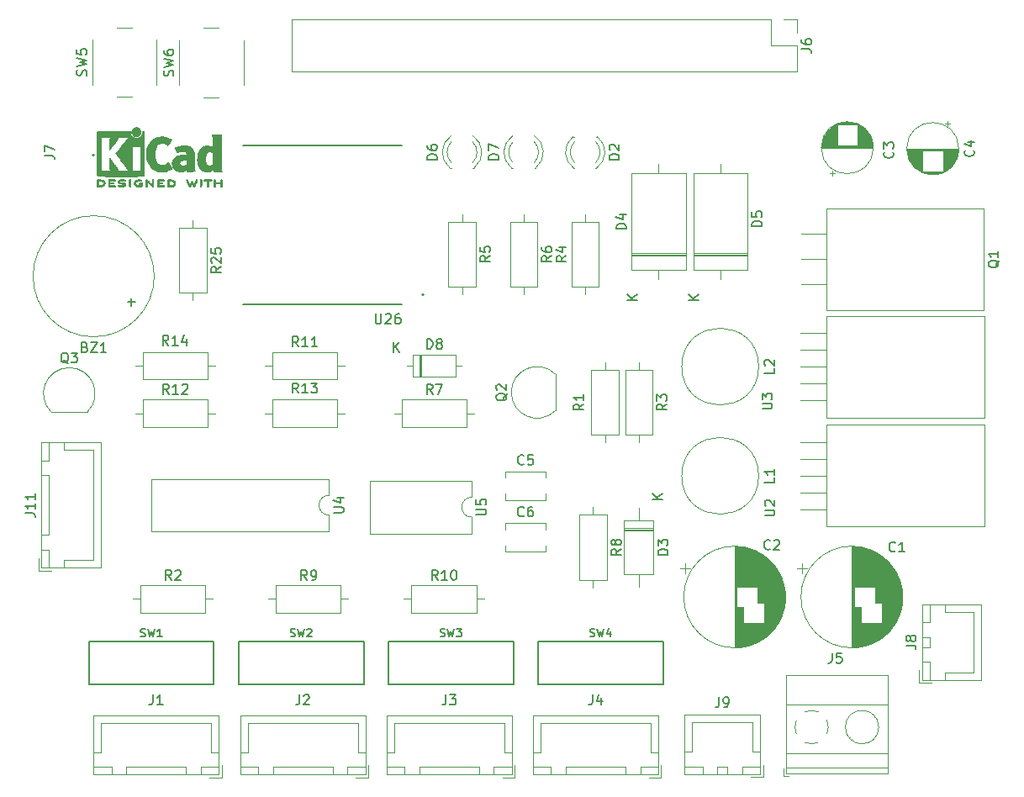
<source format=gbr>
%TF.GenerationSoftware,KiCad,Pcbnew,(6.0.5)*%
%TF.CreationDate,2022-07-01T12:58:53+07:00*%
%TF.ProjectId,MARUKO_RS485_PoC,4d415255-4b4f-45f5-9253-3438355f506f,rev?*%
%TF.SameCoordinates,Original*%
%TF.FileFunction,Legend,Top*%
%TF.FilePolarity,Positive*%
%FSLAX46Y46*%
G04 Gerber Fmt 4.6, Leading zero omitted, Abs format (unit mm)*
G04 Created by KiCad (PCBNEW (6.0.5)) date 2022-07-01 12:58:53*
%MOMM*%
%LPD*%
G01*
G04 APERTURE LIST*
%ADD10C,0.150000*%
%ADD11C,0.010000*%
%ADD12C,0.120000*%
%ADD13C,0.127000*%
%ADD14C,0.200000*%
G04 APERTURE END LIST*
D10*
%TO.C,J6*%
X171032380Y-65003333D02*
X171746666Y-65003333D01*
X171889523Y-65050952D01*
X171984761Y-65146190D01*
X172032380Y-65289047D01*
X172032380Y-65384285D01*
X171032380Y-64098571D02*
X171032380Y-64289047D01*
X171080000Y-64384285D01*
X171127619Y-64431904D01*
X171270476Y-64527142D01*
X171460952Y-64574761D01*
X171841904Y-64574761D01*
X171937142Y-64527142D01*
X171984761Y-64479523D01*
X172032380Y-64384285D01*
X172032380Y-64193809D01*
X171984761Y-64098571D01*
X171937142Y-64050952D01*
X171841904Y-64003333D01*
X171603809Y-64003333D01*
X171508571Y-64050952D01*
X171460952Y-64098571D01*
X171413333Y-64193809D01*
X171413333Y-64384285D01*
X171460952Y-64479523D01*
X171508571Y-64527142D01*
X171603809Y-64574761D01*
%TO.C,D4*%
X153382380Y-83138095D02*
X152382380Y-83138095D01*
X152382380Y-82900000D01*
X152430000Y-82757142D01*
X152525238Y-82661904D01*
X152620476Y-82614285D01*
X152810952Y-82566666D01*
X152953809Y-82566666D01*
X153144285Y-82614285D01*
X153239523Y-82661904D01*
X153334761Y-82757142D01*
X153382380Y-82900000D01*
X153382380Y-83138095D01*
X152715714Y-81709523D02*
X153382380Y-81709523D01*
X152334761Y-81947619D02*
X153049047Y-82185714D01*
X153049047Y-81566666D01*
X154502380Y-90281904D02*
X153502380Y-90281904D01*
X154502380Y-89710476D02*
X153930952Y-90139047D01*
X153502380Y-89710476D02*
X154073809Y-90281904D01*
%TO.C,R13*%
X120367142Y-99652380D02*
X120033809Y-99176190D01*
X119795714Y-99652380D02*
X119795714Y-98652380D01*
X120176666Y-98652380D01*
X120271904Y-98700000D01*
X120319523Y-98747619D01*
X120367142Y-98842857D01*
X120367142Y-98985714D01*
X120319523Y-99080952D01*
X120271904Y-99128571D01*
X120176666Y-99176190D01*
X119795714Y-99176190D01*
X121319523Y-99652380D02*
X120748095Y-99652380D01*
X121033809Y-99652380D02*
X121033809Y-98652380D01*
X120938571Y-98795238D01*
X120843333Y-98890476D01*
X120748095Y-98938095D01*
X121652857Y-98652380D02*
X122271904Y-98652380D01*
X121938571Y-99033333D01*
X122081428Y-99033333D01*
X122176666Y-99080952D01*
X122224285Y-99128571D01*
X122271904Y-99223809D01*
X122271904Y-99461904D01*
X122224285Y-99557142D01*
X122176666Y-99604761D01*
X122081428Y-99652380D01*
X121795714Y-99652380D01*
X121700476Y-99604761D01*
X121652857Y-99557142D01*
%TO.C,SW2*%
X119576666Y-124165809D02*
X119690952Y-124203904D01*
X119881428Y-124203904D01*
X119957618Y-124165809D01*
X119995713Y-124127714D01*
X120033809Y-124051523D01*
X120033809Y-123975333D01*
X119995713Y-123899142D01*
X119957618Y-123861047D01*
X119881428Y-123822952D01*
X119729047Y-123784857D01*
X119652856Y-123746761D01*
X119614761Y-123708666D01*
X119576666Y-123632476D01*
X119576666Y-123556285D01*
X119614761Y-123480095D01*
X119652856Y-123442000D01*
X119729047Y-123403904D01*
X119919523Y-123403904D01*
X120033809Y-123442000D01*
X120300475Y-123403904D02*
X120490952Y-124203904D01*
X120643333Y-123632476D01*
X120795713Y-124203904D01*
X120986190Y-123403904D01*
X121252856Y-123480095D02*
X121290952Y-123442000D01*
X121367142Y-123403904D01*
X121557618Y-123403904D01*
X121633809Y-123442000D01*
X121671904Y-123480095D01*
X121709999Y-123556285D01*
X121709999Y-123632476D01*
X121671904Y-123746761D01*
X121214761Y-124203904D01*
X121709999Y-124203904D01*
%TO.C,Q2*%
X141397619Y-99695238D02*
X141350000Y-99790476D01*
X141254761Y-99885714D01*
X141111904Y-100028571D01*
X141064285Y-100123809D01*
X141064285Y-100219047D01*
X141302380Y-100171428D02*
X141254761Y-100266666D01*
X141159523Y-100361904D01*
X140969047Y-100409523D01*
X140635714Y-100409523D01*
X140445238Y-100361904D01*
X140350000Y-100266666D01*
X140302380Y-100171428D01*
X140302380Y-99980952D01*
X140350000Y-99885714D01*
X140445238Y-99790476D01*
X140635714Y-99742857D01*
X140969047Y-99742857D01*
X141159523Y-99790476D01*
X141254761Y-99885714D01*
X141302380Y-99980952D01*
X141302380Y-100171428D01*
X140397619Y-99361904D02*
X140350000Y-99314285D01*
X140302380Y-99219047D01*
X140302380Y-98980952D01*
X140350000Y-98885714D01*
X140397619Y-98838095D01*
X140492857Y-98790476D01*
X140588095Y-98790476D01*
X140730952Y-98838095D01*
X141302380Y-99409523D01*
X141302380Y-98790476D01*
%TO.C,R6*%
X145872380Y-85851666D02*
X145396190Y-86185000D01*
X145872380Y-86423095D02*
X144872380Y-86423095D01*
X144872380Y-86042142D01*
X144920000Y-85946904D01*
X144967619Y-85899285D01*
X145062857Y-85851666D01*
X145205714Y-85851666D01*
X145300952Y-85899285D01*
X145348571Y-85946904D01*
X145396190Y-86042142D01*
X145396190Y-86423095D01*
X144872380Y-84994523D02*
X144872380Y-85185000D01*
X144920000Y-85280238D01*
X144967619Y-85327857D01*
X145110476Y-85423095D01*
X145300952Y-85470714D01*
X145681904Y-85470714D01*
X145777142Y-85423095D01*
X145824761Y-85375476D01*
X145872380Y-85280238D01*
X145872380Y-85089761D01*
X145824761Y-84994523D01*
X145777142Y-84946904D01*
X145681904Y-84899285D01*
X145443809Y-84899285D01*
X145348571Y-84946904D01*
X145300952Y-84994523D01*
X145253333Y-85089761D01*
X145253333Y-85280238D01*
X145300952Y-85375476D01*
X145348571Y-85423095D01*
X145443809Y-85470714D01*
%TO.C,SW3*%
X134659999Y-124165809D02*
X134774285Y-124203904D01*
X134964761Y-124203904D01*
X135040951Y-124165809D01*
X135079046Y-124127714D01*
X135117142Y-124051523D01*
X135117142Y-123975333D01*
X135079046Y-123899142D01*
X135040951Y-123861047D01*
X134964761Y-123822952D01*
X134812380Y-123784857D01*
X134736189Y-123746761D01*
X134698094Y-123708666D01*
X134659999Y-123632476D01*
X134659999Y-123556285D01*
X134698094Y-123480095D01*
X134736189Y-123442000D01*
X134812380Y-123403904D01*
X135002856Y-123403904D01*
X135117142Y-123442000D01*
X135383808Y-123403904D02*
X135574285Y-124203904D01*
X135726666Y-123632476D01*
X135879046Y-124203904D01*
X136069523Y-123403904D01*
X136298094Y-123403904D02*
X136793332Y-123403904D01*
X136526666Y-123708666D01*
X136640951Y-123708666D01*
X136717142Y-123746761D01*
X136755237Y-123784857D01*
X136793332Y-123861047D01*
X136793332Y-124051523D01*
X136755237Y-124127714D01*
X136717142Y-124165809D01*
X136640951Y-124203904D01*
X136412380Y-124203904D01*
X136336189Y-124165809D01*
X136298094Y-124127714D01*
%TO.C,J2*%
X120476666Y-130052380D02*
X120476666Y-130766666D01*
X120429047Y-130909523D01*
X120333809Y-131004761D01*
X120190952Y-131052380D01*
X120095714Y-131052380D01*
X120905238Y-130147619D02*
X120952857Y-130100000D01*
X121048095Y-130052380D01*
X121286190Y-130052380D01*
X121381428Y-130100000D01*
X121429047Y-130147619D01*
X121476666Y-130242857D01*
X121476666Y-130338095D01*
X121429047Y-130480952D01*
X120857619Y-131052380D01*
X121476666Y-131052380D01*
%TO.C,D3*%
X157572380Y-115938095D02*
X156572380Y-115938095D01*
X156572380Y-115700000D01*
X156620000Y-115557142D01*
X156715238Y-115461904D01*
X156810476Y-115414285D01*
X157000952Y-115366666D01*
X157143809Y-115366666D01*
X157334285Y-115414285D01*
X157429523Y-115461904D01*
X157524761Y-115557142D01*
X157572380Y-115700000D01*
X157572380Y-115938095D01*
X156572380Y-115033333D02*
X156572380Y-114414285D01*
X156953333Y-114747619D01*
X156953333Y-114604761D01*
X157000952Y-114509523D01*
X157048571Y-114461904D01*
X157143809Y-114414285D01*
X157381904Y-114414285D01*
X157477142Y-114461904D01*
X157524761Y-114509523D01*
X157572380Y-114604761D01*
X157572380Y-114890476D01*
X157524761Y-114985714D01*
X157477142Y-115033333D01*
X157002380Y-110381904D02*
X156002380Y-110381904D01*
X157002380Y-109810476D02*
X156430952Y-110239047D01*
X156002380Y-109810476D02*
X156573809Y-110381904D01*
%TO.C,L1*%
X168302380Y-108166666D02*
X168302380Y-108642857D01*
X167302380Y-108642857D01*
X168302380Y-107309523D02*
X168302380Y-107880952D01*
X168302380Y-107595238D02*
X167302380Y-107595238D01*
X167445238Y-107690476D01*
X167540476Y-107785714D01*
X167588095Y-107880952D01*
%TO.C,J5*%
X174116666Y-125852380D02*
X174116666Y-126566666D01*
X174069047Y-126709523D01*
X173973809Y-126804761D01*
X173830952Y-126852380D01*
X173735714Y-126852380D01*
X175069047Y-125852380D02*
X174592857Y-125852380D01*
X174545238Y-126328571D01*
X174592857Y-126280952D01*
X174688095Y-126233333D01*
X174926190Y-126233333D01*
X175021428Y-126280952D01*
X175069047Y-126328571D01*
X175116666Y-126423809D01*
X175116666Y-126661904D01*
X175069047Y-126757142D01*
X175021428Y-126804761D01*
X174926190Y-126852380D01*
X174688095Y-126852380D01*
X174592857Y-126804761D01*
X174545238Y-126757142D01*
%TO.C,J8*%
X181552380Y-125083333D02*
X182266666Y-125083333D01*
X182409523Y-125130952D01*
X182504761Y-125226190D01*
X182552380Y-125369047D01*
X182552380Y-125464285D01*
X181980952Y-124464285D02*
X181933333Y-124559523D01*
X181885714Y-124607142D01*
X181790476Y-124654761D01*
X181742857Y-124654761D01*
X181647619Y-124607142D01*
X181600000Y-124559523D01*
X181552380Y-124464285D01*
X181552380Y-124273809D01*
X181600000Y-124178571D01*
X181647619Y-124130952D01*
X181742857Y-124083333D01*
X181790476Y-124083333D01*
X181885714Y-124130952D01*
X181933333Y-124178571D01*
X181980952Y-124273809D01*
X181980952Y-124464285D01*
X182028571Y-124559523D01*
X182076190Y-124607142D01*
X182171428Y-124654761D01*
X182361904Y-124654761D01*
X182457142Y-124607142D01*
X182504761Y-124559523D01*
X182552380Y-124464285D01*
X182552380Y-124273809D01*
X182504761Y-124178571D01*
X182457142Y-124130952D01*
X182361904Y-124083333D01*
X182171428Y-124083333D01*
X182076190Y-124130952D01*
X182028571Y-124178571D01*
X181980952Y-124273809D01*
%TO.C,U26*%
X128142694Y-91692640D02*
X128142694Y-92502164D01*
X128190313Y-92597402D01*
X128237932Y-92645021D01*
X128333170Y-92692640D01*
X128523647Y-92692640D01*
X128618885Y-92645021D01*
X128666504Y-92597402D01*
X128714123Y-92502164D01*
X128714123Y-91692640D01*
X129142694Y-91787879D02*
X129190313Y-91740260D01*
X129285551Y-91692640D01*
X129523647Y-91692640D01*
X129618885Y-91740260D01*
X129666504Y-91787879D01*
X129714123Y-91883117D01*
X129714123Y-91978355D01*
X129666504Y-92121212D01*
X129095075Y-92692640D01*
X129714123Y-92692640D01*
X130571266Y-91692640D02*
X130380790Y-91692640D01*
X130285551Y-91740260D01*
X130237932Y-91787879D01*
X130142694Y-91930736D01*
X130095075Y-92121212D01*
X130095075Y-92502164D01*
X130142694Y-92597402D01*
X130190313Y-92645021D01*
X130285551Y-92692640D01*
X130476028Y-92692640D01*
X130571266Y-92645021D01*
X130618885Y-92597402D01*
X130666504Y-92502164D01*
X130666504Y-92264069D01*
X130618885Y-92168831D01*
X130571266Y-92121212D01*
X130476028Y-92073593D01*
X130285551Y-92073593D01*
X130190313Y-92121212D01*
X130142694Y-92168831D01*
X130095075Y-92264069D01*
%TO.C,C4*%
X188357142Y-75211554D02*
X188404761Y-75259173D01*
X188452380Y-75402030D01*
X188452380Y-75497268D01*
X188404761Y-75640126D01*
X188309523Y-75735364D01*
X188214285Y-75782983D01*
X188023809Y-75830602D01*
X187880952Y-75830602D01*
X187690476Y-75782983D01*
X187595238Y-75735364D01*
X187500000Y-75640126D01*
X187452380Y-75497268D01*
X187452380Y-75402030D01*
X187500000Y-75259173D01*
X187547619Y-75211554D01*
X187785714Y-74354411D02*
X188452380Y-74354411D01*
X187404761Y-74592507D02*
X188119047Y-74830602D01*
X188119047Y-74211554D01*
%TO.C,Q1*%
X190947619Y-86295238D02*
X190900000Y-86390476D01*
X190804761Y-86485714D01*
X190661904Y-86628571D01*
X190614285Y-86723809D01*
X190614285Y-86819047D01*
X190852380Y-86771428D02*
X190804761Y-86866666D01*
X190709523Y-86961904D01*
X190519047Y-87009523D01*
X190185714Y-87009523D01*
X189995238Y-86961904D01*
X189900000Y-86866666D01*
X189852380Y-86771428D01*
X189852380Y-86580952D01*
X189900000Y-86485714D01*
X189995238Y-86390476D01*
X190185714Y-86342857D01*
X190519047Y-86342857D01*
X190709523Y-86390476D01*
X190804761Y-86485714D01*
X190852380Y-86580952D01*
X190852380Y-86771428D01*
X190852380Y-85390476D02*
X190852380Y-85961904D01*
X190852380Y-85676190D02*
X189852380Y-85676190D01*
X189995238Y-85771428D01*
X190090476Y-85866666D01*
X190138095Y-85961904D01*
%TO.C,R2*%
X107583333Y-118502380D02*
X107250000Y-118026190D01*
X107011904Y-118502380D02*
X107011904Y-117502380D01*
X107392857Y-117502380D01*
X107488095Y-117550000D01*
X107535714Y-117597619D01*
X107583333Y-117692857D01*
X107583333Y-117835714D01*
X107535714Y-117930952D01*
X107488095Y-117978571D01*
X107392857Y-118026190D01*
X107011904Y-118026190D01*
X107964285Y-117597619D02*
X108011904Y-117550000D01*
X108107142Y-117502380D01*
X108345238Y-117502380D01*
X108440476Y-117550000D01*
X108488095Y-117597619D01*
X108535714Y-117692857D01*
X108535714Y-117788095D01*
X108488095Y-117930952D01*
X107916666Y-118502380D01*
X108535714Y-118502380D01*
%TO.C,L2*%
X168302380Y-97166666D02*
X168302380Y-97642857D01*
X167302380Y-97642857D01*
X167397619Y-96880952D02*
X167350000Y-96833333D01*
X167302380Y-96738095D01*
X167302380Y-96500000D01*
X167350000Y-96404761D01*
X167397619Y-96357142D01*
X167492857Y-96309523D01*
X167588095Y-96309523D01*
X167730952Y-96357142D01*
X168302380Y-96928571D01*
X168302380Y-96309523D01*
%TO.C,C6*%
X143083333Y-112007142D02*
X143035714Y-112054761D01*
X142892857Y-112102380D01*
X142797619Y-112102380D01*
X142654761Y-112054761D01*
X142559523Y-111959523D01*
X142511904Y-111864285D01*
X142464285Y-111673809D01*
X142464285Y-111530952D01*
X142511904Y-111340476D01*
X142559523Y-111245238D01*
X142654761Y-111150000D01*
X142797619Y-111102380D01*
X142892857Y-111102380D01*
X143035714Y-111150000D01*
X143083333Y-111197619D01*
X143940476Y-111102380D02*
X143750000Y-111102380D01*
X143654761Y-111150000D01*
X143607142Y-111197619D01*
X143511904Y-111340476D01*
X143464285Y-111530952D01*
X143464285Y-111911904D01*
X143511904Y-112007142D01*
X143559523Y-112054761D01*
X143654761Y-112102380D01*
X143845238Y-112102380D01*
X143940476Y-112054761D01*
X143988095Y-112007142D01*
X144035714Y-111911904D01*
X144035714Y-111673809D01*
X143988095Y-111578571D01*
X143940476Y-111530952D01*
X143845238Y-111483333D01*
X143654761Y-111483333D01*
X143559523Y-111530952D01*
X143511904Y-111578571D01*
X143464285Y-111673809D01*
%TO.C,BZ1*%
X98869047Y-95028571D02*
X99011904Y-95076190D01*
X99059523Y-95123809D01*
X99107142Y-95219047D01*
X99107142Y-95361904D01*
X99059523Y-95457142D01*
X99011904Y-95504761D01*
X98916666Y-95552380D01*
X98535714Y-95552380D01*
X98535714Y-94552380D01*
X98869047Y-94552380D01*
X98964285Y-94600000D01*
X99011904Y-94647619D01*
X99059523Y-94742857D01*
X99059523Y-94838095D01*
X99011904Y-94933333D01*
X98964285Y-94980952D01*
X98869047Y-95028571D01*
X98535714Y-95028571D01*
X99440476Y-94552380D02*
X100107142Y-94552380D01*
X99440476Y-95552380D01*
X100107142Y-95552380D01*
X101011904Y-95552380D02*
X100440476Y-95552380D01*
X100726190Y-95552380D02*
X100726190Y-94552380D01*
X100630952Y-94695238D01*
X100535714Y-94790476D01*
X100440476Y-94838095D01*
X103179047Y-90511428D02*
X103940952Y-90511428D01*
X103560000Y-90892380D02*
X103560000Y-90130476D01*
%TO.C,J3*%
X135226666Y-130052380D02*
X135226666Y-130766666D01*
X135179047Y-130909523D01*
X135083809Y-131004761D01*
X134940952Y-131052380D01*
X134845714Y-131052380D01*
X135607619Y-130052380D02*
X136226666Y-130052380D01*
X135893333Y-130433333D01*
X136036190Y-130433333D01*
X136131428Y-130480952D01*
X136179047Y-130528571D01*
X136226666Y-130623809D01*
X136226666Y-130861904D01*
X136179047Y-130957142D01*
X136131428Y-131004761D01*
X136036190Y-131052380D01*
X135750476Y-131052380D01*
X135655238Y-131004761D01*
X135607619Y-130957142D01*
%TO.C,D2*%
X152662380Y-76143095D02*
X151662380Y-76143095D01*
X151662380Y-75905000D01*
X151710000Y-75762142D01*
X151805238Y-75666904D01*
X151900476Y-75619285D01*
X152090952Y-75571666D01*
X152233809Y-75571666D01*
X152424285Y-75619285D01*
X152519523Y-75666904D01*
X152614761Y-75762142D01*
X152662380Y-75905000D01*
X152662380Y-76143095D01*
X151757619Y-75190714D02*
X151710000Y-75143095D01*
X151662380Y-75047857D01*
X151662380Y-74809761D01*
X151710000Y-74714523D01*
X151757619Y-74666904D01*
X151852857Y-74619285D01*
X151948095Y-74619285D01*
X152090952Y-74666904D01*
X152662380Y-75238333D01*
X152662380Y-74619285D01*
%TO.C,R5*%
X139672380Y-85851666D02*
X139196190Y-86185000D01*
X139672380Y-86423095D02*
X138672380Y-86423095D01*
X138672380Y-86042142D01*
X138720000Y-85946904D01*
X138767619Y-85899285D01*
X138862857Y-85851666D01*
X139005714Y-85851666D01*
X139100952Y-85899285D01*
X139148571Y-85946904D01*
X139196190Y-86042142D01*
X139196190Y-86423095D01*
X138672380Y-84946904D02*
X138672380Y-85423095D01*
X139148571Y-85470714D01*
X139100952Y-85423095D01*
X139053333Y-85327857D01*
X139053333Y-85089761D01*
X139100952Y-84994523D01*
X139148571Y-84946904D01*
X139243809Y-84899285D01*
X139481904Y-84899285D01*
X139577142Y-84946904D01*
X139624761Y-84994523D01*
X139672380Y-85089761D01*
X139672380Y-85327857D01*
X139624761Y-85423095D01*
X139577142Y-85470714D01*
%TO.C,R3*%
X157472380Y-100766666D02*
X156996190Y-101100000D01*
X157472380Y-101338095D02*
X156472380Y-101338095D01*
X156472380Y-100957142D01*
X156520000Y-100861904D01*
X156567619Y-100814285D01*
X156662857Y-100766666D01*
X156805714Y-100766666D01*
X156900952Y-100814285D01*
X156948571Y-100861904D01*
X156996190Y-100957142D01*
X156996190Y-101338095D01*
X156472380Y-100433333D02*
X156472380Y-99814285D01*
X156853333Y-100147619D01*
X156853333Y-100004761D01*
X156900952Y-99909523D01*
X156948571Y-99861904D01*
X157043809Y-99814285D01*
X157281904Y-99814285D01*
X157377142Y-99861904D01*
X157424761Y-99909523D01*
X157472380Y-100004761D01*
X157472380Y-100290476D01*
X157424761Y-100385714D01*
X157377142Y-100433333D01*
%TO.C,D7*%
X140542380Y-76153095D02*
X139542380Y-76153095D01*
X139542380Y-75915000D01*
X139590000Y-75772142D01*
X139685238Y-75676904D01*
X139780476Y-75629285D01*
X139970952Y-75581666D01*
X140113809Y-75581666D01*
X140304285Y-75629285D01*
X140399523Y-75676904D01*
X140494761Y-75772142D01*
X140542380Y-75915000D01*
X140542380Y-76153095D01*
X139542380Y-75248333D02*
X139542380Y-74581666D01*
X140542380Y-75010238D01*
%TO.C,C1*%
X180483333Y-115557142D02*
X180435714Y-115604761D01*
X180292857Y-115652380D01*
X180197619Y-115652380D01*
X180054761Y-115604761D01*
X179959523Y-115509523D01*
X179911904Y-115414285D01*
X179864285Y-115223809D01*
X179864285Y-115080952D01*
X179911904Y-114890476D01*
X179959523Y-114795238D01*
X180054761Y-114700000D01*
X180197619Y-114652380D01*
X180292857Y-114652380D01*
X180435714Y-114700000D01*
X180483333Y-114747619D01*
X181435714Y-115652380D02*
X180864285Y-115652380D01*
X181150000Y-115652380D02*
X181150000Y-114652380D01*
X181054761Y-114795238D01*
X180959523Y-114890476D01*
X180864285Y-114938095D01*
%TO.C,D5*%
X167052380Y-82888095D02*
X166052380Y-82888095D01*
X166052380Y-82650000D01*
X166100000Y-82507142D01*
X166195238Y-82411904D01*
X166290476Y-82364285D01*
X166480952Y-82316666D01*
X166623809Y-82316666D01*
X166814285Y-82364285D01*
X166909523Y-82411904D01*
X167004761Y-82507142D01*
X167052380Y-82650000D01*
X167052380Y-82888095D01*
X166052380Y-81411904D02*
X166052380Y-81888095D01*
X166528571Y-81935714D01*
X166480952Y-81888095D01*
X166433333Y-81792857D01*
X166433333Y-81554761D01*
X166480952Y-81459523D01*
X166528571Y-81411904D01*
X166623809Y-81364285D01*
X166861904Y-81364285D01*
X166957142Y-81411904D01*
X167004761Y-81459523D01*
X167052380Y-81554761D01*
X167052380Y-81792857D01*
X167004761Y-81888095D01*
X166957142Y-81935714D01*
X160702380Y-90281904D02*
X159702380Y-90281904D01*
X160702380Y-89710476D02*
X160130952Y-90139047D01*
X159702380Y-89710476D02*
X160273809Y-90281904D01*
%TO.C,U2*%
X167332380Y-112011904D02*
X168141904Y-112011904D01*
X168237142Y-111964285D01*
X168284761Y-111916666D01*
X168332380Y-111821428D01*
X168332380Y-111630952D01*
X168284761Y-111535714D01*
X168237142Y-111488095D01*
X168141904Y-111440476D01*
X167332380Y-111440476D01*
X167427619Y-111011904D02*
X167380000Y-110964285D01*
X167332380Y-110869047D01*
X167332380Y-110630952D01*
X167380000Y-110535714D01*
X167427619Y-110488095D01*
X167522857Y-110440476D01*
X167618095Y-110440476D01*
X167760952Y-110488095D01*
X168332380Y-111059523D01*
X168332380Y-110440476D01*
%TO.C,R14*%
X107287142Y-94852380D02*
X106953809Y-94376190D01*
X106715714Y-94852380D02*
X106715714Y-93852380D01*
X107096666Y-93852380D01*
X107191904Y-93900000D01*
X107239523Y-93947619D01*
X107287142Y-94042857D01*
X107287142Y-94185714D01*
X107239523Y-94280952D01*
X107191904Y-94328571D01*
X107096666Y-94376190D01*
X106715714Y-94376190D01*
X108239523Y-94852380D02*
X107668095Y-94852380D01*
X107953809Y-94852380D02*
X107953809Y-93852380D01*
X107858571Y-93995238D01*
X107763333Y-94090476D01*
X107668095Y-94138095D01*
X109096666Y-94185714D02*
X109096666Y-94852380D01*
X108858571Y-93804761D02*
X108620476Y-94519047D01*
X109239523Y-94519047D01*
%TO.C,R1*%
X149102380Y-100766666D02*
X148626190Y-101100000D01*
X149102380Y-101338095D02*
X148102380Y-101338095D01*
X148102380Y-100957142D01*
X148150000Y-100861904D01*
X148197619Y-100814285D01*
X148292857Y-100766666D01*
X148435714Y-100766666D01*
X148530952Y-100814285D01*
X148578571Y-100861904D01*
X148626190Y-100957142D01*
X148626190Y-101338095D01*
X149102380Y-99814285D02*
X149102380Y-100385714D01*
X149102380Y-100100000D02*
X148102380Y-100100000D01*
X148245238Y-100195238D01*
X148340476Y-100290476D01*
X148388095Y-100385714D01*
%TO.C,Q3*%
X97204761Y-96697619D02*
X97109523Y-96650000D01*
X97014285Y-96554761D01*
X96871428Y-96411904D01*
X96776190Y-96364285D01*
X96680952Y-96364285D01*
X96728571Y-96602380D02*
X96633333Y-96554761D01*
X96538095Y-96459523D01*
X96490476Y-96269047D01*
X96490476Y-95935714D01*
X96538095Y-95745238D01*
X96633333Y-95650000D01*
X96728571Y-95602380D01*
X96919047Y-95602380D01*
X97014285Y-95650000D01*
X97109523Y-95745238D01*
X97157142Y-95935714D01*
X97157142Y-96269047D01*
X97109523Y-96459523D01*
X97014285Y-96554761D01*
X96919047Y-96602380D01*
X96728571Y-96602380D01*
X97490476Y-95602380D02*
X98109523Y-95602380D01*
X97776190Y-95983333D01*
X97919047Y-95983333D01*
X98014285Y-96030952D01*
X98061904Y-96078571D01*
X98109523Y-96173809D01*
X98109523Y-96411904D01*
X98061904Y-96507142D01*
X98014285Y-96554761D01*
X97919047Y-96602380D01*
X97633333Y-96602380D01*
X97538095Y-96554761D01*
X97490476Y-96507142D01*
%TO.C,U3*%
X167082380Y-101261904D02*
X167891904Y-101261904D01*
X167987142Y-101214285D01*
X168034761Y-101166666D01*
X168082380Y-101071428D01*
X168082380Y-100880952D01*
X168034761Y-100785714D01*
X167987142Y-100738095D01*
X167891904Y-100690476D01*
X167082380Y-100690476D01*
X167082380Y-100309523D02*
X167082380Y-99690476D01*
X167463333Y-100023809D01*
X167463333Y-99880952D01*
X167510952Y-99785714D01*
X167558571Y-99738095D01*
X167653809Y-99690476D01*
X167891904Y-99690476D01*
X167987142Y-99738095D01*
X168034761Y-99785714D01*
X168082380Y-99880952D01*
X168082380Y-100166666D01*
X168034761Y-100261904D01*
X167987142Y-100309523D01*
%TO.C,R4*%
X147332380Y-85851666D02*
X146856190Y-86185000D01*
X147332380Y-86423095D02*
X146332380Y-86423095D01*
X146332380Y-86042142D01*
X146380000Y-85946904D01*
X146427619Y-85899285D01*
X146522857Y-85851666D01*
X146665714Y-85851666D01*
X146760952Y-85899285D01*
X146808571Y-85946904D01*
X146856190Y-86042142D01*
X146856190Y-86423095D01*
X146665714Y-84994523D02*
X147332380Y-84994523D01*
X146284761Y-85232619D02*
X146999047Y-85470714D01*
X146999047Y-84851666D01*
%TO.C,D6*%
X134342380Y-76153095D02*
X133342380Y-76153095D01*
X133342380Y-75915000D01*
X133390000Y-75772142D01*
X133485238Y-75676904D01*
X133580476Y-75629285D01*
X133770952Y-75581666D01*
X133913809Y-75581666D01*
X134104285Y-75629285D01*
X134199523Y-75676904D01*
X134294761Y-75772142D01*
X134342380Y-75915000D01*
X134342380Y-76153095D01*
X133342380Y-74724523D02*
X133342380Y-74915000D01*
X133390000Y-75010238D01*
X133437619Y-75057857D01*
X133580476Y-75153095D01*
X133770952Y-75200714D01*
X134151904Y-75200714D01*
X134247142Y-75153095D01*
X134294761Y-75105476D01*
X134342380Y-75010238D01*
X134342380Y-74819761D01*
X134294761Y-74724523D01*
X134247142Y-74676904D01*
X134151904Y-74629285D01*
X133913809Y-74629285D01*
X133818571Y-74676904D01*
X133770952Y-74724523D01*
X133723333Y-74819761D01*
X133723333Y-75010238D01*
X133770952Y-75105476D01*
X133818571Y-75153095D01*
X133913809Y-75200714D01*
%TO.C,R7*%
X133883333Y-99782380D02*
X133550000Y-99306190D01*
X133311904Y-99782380D02*
X133311904Y-98782380D01*
X133692857Y-98782380D01*
X133788095Y-98830000D01*
X133835714Y-98877619D01*
X133883333Y-98972857D01*
X133883333Y-99115714D01*
X133835714Y-99210952D01*
X133788095Y-99258571D01*
X133692857Y-99306190D01*
X133311904Y-99306190D01*
X134216666Y-98782380D02*
X134883333Y-98782380D01*
X134454761Y-99782380D01*
%TO.C,R8*%
X152872380Y-115366666D02*
X152396190Y-115700000D01*
X152872380Y-115938095D02*
X151872380Y-115938095D01*
X151872380Y-115557142D01*
X151920000Y-115461904D01*
X151967619Y-115414285D01*
X152062857Y-115366666D01*
X152205714Y-115366666D01*
X152300952Y-115414285D01*
X152348571Y-115461904D01*
X152396190Y-115557142D01*
X152396190Y-115938095D01*
X152300952Y-114795238D02*
X152253333Y-114890476D01*
X152205714Y-114938095D01*
X152110476Y-114985714D01*
X152062857Y-114985714D01*
X151967619Y-114938095D01*
X151920000Y-114890476D01*
X151872380Y-114795238D01*
X151872380Y-114604761D01*
X151920000Y-114509523D01*
X151967619Y-114461904D01*
X152062857Y-114414285D01*
X152110476Y-114414285D01*
X152205714Y-114461904D01*
X152253333Y-114509523D01*
X152300952Y-114604761D01*
X152300952Y-114795238D01*
X152348571Y-114890476D01*
X152396190Y-114938095D01*
X152491428Y-114985714D01*
X152681904Y-114985714D01*
X152777142Y-114938095D01*
X152824761Y-114890476D01*
X152872380Y-114795238D01*
X152872380Y-114604761D01*
X152824761Y-114509523D01*
X152777142Y-114461904D01*
X152681904Y-114414285D01*
X152491428Y-114414285D01*
X152396190Y-114461904D01*
X152348571Y-114509523D01*
X152300952Y-114604761D01*
%TO.C,R11*%
X120367142Y-94982380D02*
X120033809Y-94506190D01*
X119795714Y-94982380D02*
X119795714Y-93982380D01*
X120176666Y-93982380D01*
X120271904Y-94030000D01*
X120319523Y-94077619D01*
X120367142Y-94172857D01*
X120367142Y-94315714D01*
X120319523Y-94410952D01*
X120271904Y-94458571D01*
X120176666Y-94506190D01*
X119795714Y-94506190D01*
X121319523Y-94982380D02*
X120748095Y-94982380D01*
X121033809Y-94982380D02*
X121033809Y-93982380D01*
X120938571Y-94125238D01*
X120843333Y-94220476D01*
X120748095Y-94268095D01*
X122271904Y-94982380D02*
X121700476Y-94982380D01*
X121986190Y-94982380D02*
X121986190Y-93982380D01*
X121890952Y-94125238D01*
X121795714Y-94220476D01*
X121700476Y-94268095D01*
%TO.C,R10*%
X134407142Y-118502380D02*
X134073809Y-118026190D01*
X133835714Y-118502380D02*
X133835714Y-117502380D01*
X134216666Y-117502380D01*
X134311904Y-117550000D01*
X134359523Y-117597619D01*
X134407142Y-117692857D01*
X134407142Y-117835714D01*
X134359523Y-117930952D01*
X134311904Y-117978571D01*
X134216666Y-118026190D01*
X133835714Y-118026190D01*
X135359523Y-118502380D02*
X134788095Y-118502380D01*
X135073809Y-118502380D02*
X135073809Y-117502380D01*
X134978571Y-117645238D01*
X134883333Y-117740476D01*
X134788095Y-117788095D01*
X135978571Y-117502380D02*
X136073809Y-117502380D01*
X136169047Y-117550000D01*
X136216666Y-117597619D01*
X136264285Y-117692857D01*
X136311904Y-117883333D01*
X136311904Y-118121428D01*
X136264285Y-118311904D01*
X136216666Y-118407142D01*
X136169047Y-118454761D01*
X136073809Y-118502380D01*
X135978571Y-118502380D01*
X135883333Y-118454761D01*
X135835714Y-118407142D01*
X135788095Y-118311904D01*
X135740476Y-118121428D01*
X135740476Y-117883333D01*
X135788095Y-117692857D01*
X135835714Y-117597619D01*
X135883333Y-117550000D01*
X135978571Y-117502380D01*
%TO.C,D8*%
X133311904Y-95232380D02*
X133311904Y-94232380D01*
X133550000Y-94232380D01*
X133692857Y-94280000D01*
X133788095Y-94375238D01*
X133835714Y-94470476D01*
X133883333Y-94660952D01*
X133883333Y-94803809D01*
X133835714Y-94994285D01*
X133788095Y-95089523D01*
X133692857Y-95184761D01*
X133550000Y-95232380D01*
X133311904Y-95232380D01*
X134454761Y-94660952D02*
X134359523Y-94613333D01*
X134311904Y-94565714D01*
X134264285Y-94470476D01*
X134264285Y-94422857D01*
X134311904Y-94327619D01*
X134359523Y-94280000D01*
X134454761Y-94232380D01*
X134645238Y-94232380D01*
X134740476Y-94280000D01*
X134788095Y-94327619D01*
X134835714Y-94422857D01*
X134835714Y-94470476D01*
X134788095Y-94565714D01*
X134740476Y-94613333D01*
X134645238Y-94660952D01*
X134454761Y-94660952D01*
X134359523Y-94708571D01*
X134311904Y-94756190D01*
X134264285Y-94851428D01*
X134264285Y-95041904D01*
X134311904Y-95137142D01*
X134359523Y-95184761D01*
X134454761Y-95232380D01*
X134645238Y-95232380D01*
X134740476Y-95184761D01*
X134788095Y-95137142D01*
X134835714Y-95041904D01*
X134835714Y-94851428D01*
X134788095Y-94756190D01*
X134740476Y-94708571D01*
X134645238Y-94660952D01*
X129978095Y-95552380D02*
X129978095Y-94552380D01*
X130549523Y-95552380D02*
X130120952Y-94980952D01*
X130549523Y-94552380D02*
X129978095Y-95123809D01*
%TO.C,C5*%
X143083333Y-106807142D02*
X143035714Y-106854761D01*
X142892857Y-106902380D01*
X142797619Y-106902380D01*
X142654761Y-106854761D01*
X142559523Y-106759523D01*
X142511904Y-106664285D01*
X142464285Y-106473809D01*
X142464285Y-106330952D01*
X142511904Y-106140476D01*
X142559523Y-106045238D01*
X142654761Y-105950000D01*
X142797619Y-105902380D01*
X142892857Y-105902380D01*
X143035714Y-105950000D01*
X143083333Y-105997619D01*
X143988095Y-105902380D02*
X143511904Y-105902380D01*
X143464285Y-106378571D01*
X143511904Y-106330952D01*
X143607142Y-106283333D01*
X143845238Y-106283333D01*
X143940476Y-106330952D01*
X143988095Y-106378571D01*
X144035714Y-106473809D01*
X144035714Y-106711904D01*
X143988095Y-106807142D01*
X143940476Y-106854761D01*
X143845238Y-106902380D01*
X143607142Y-106902380D01*
X143511904Y-106854761D01*
X143464285Y-106807142D01*
%TO.C,SW4*%
X149743333Y-124165809D02*
X149857619Y-124203904D01*
X150048095Y-124203904D01*
X150124285Y-124165809D01*
X150162380Y-124127714D01*
X150200476Y-124051523D01*
X150200476Y-123975333D01*
X150162380Y-123899142D01*
X150124285Y-123861047D01*
X150048095Y-123822952D01*
X149895714Y-123784857D01*
X149819523Y-123746761D01*
X149781428Y-123708666D01*
X149743333Y-123632476D01*
X149743333Y-123556285D01*
X149781428Y-123480095D01*
X149819523Y-123442000D01*
X149895714Y-123403904D01*
X150086190Y-123403904D01*
X150200476Y-123442000D01*
X150467142Y-123403904D02*
X150657619Y-124203904D01*
X150810000Y-123632476D01*
X150962380Y-124203904D01*
X151152857Y-123403904D01*
X151800476Y-123670571D02*
X151800476Y-124203904D01*
X151610000Y-123365809D02*
X151419523Y-123937238D01*
X151914761Y-123937238D01*
%TO.C,J11*%
X92852380Y-111759523D02*
X93566666Y-111759523D01*
X93709523Y-111807142D01*
X93804761Y-111902380D01*
X93852380Y-112045238D01*
X93852380Y-112140476D01*
X93852380Y-110759523D02*
X93852380Y-111330952D01*
X93852380Y-111045238D02*
X92852380Y-111045238D01*
X92995238Y-111140476D01*
X93090476Y-111235714D01*
X93138095Y-111330952D01*
X93852380Y-109807142D02*
X93852380Y-110378571D01*
X93852380Y-110092857D02*
X92852380Y-110092857D01*
X92995238Y-110188095D01*
X93090476Y-110283333D01*
X93138095Y-110378571D01*
%TO.C,U5*%
X138282380Y-111921904D02*
X139091904Y-111921904D01*
X139187142Y-111874285D01*
X139234761Y-111826666D01*
X139282380Y-111731428D01*
X139282380Y-111540952D01*
X139234761Y-111445714D01*
X139187142Y-111398095D01*
X139091904Y-111350476D01*
X138282380Y-111350476D01*
X138282380Y-110398095D02*
X138282380Y-110874285D01*
X138758571Y-110921904D01*
X138710952Y-110874285D01*
X138663333Y-110779047D01*
X138663333Y-110540952D01*
X138710952Y-110445714D01*
X138758571Y-110398095D01*
X138853809Y-110350476D01*
X139091904Y-110350476D01*
X139187142Y-110398095D01*
X139234761Y-110445714D01*
X139282380Y-110540952D01*
X139282380Y-110779047D01*
X139234761Y-110874285D01*
X139187142Y-110921904D01*
%TO.C,SW5*%
X99004761Y-67683333D02*
X99052380Y-67540476D01*
X99052380Y-67302380D01*
X99004761Y-67207142D01*
X98957142Y-67159523D01*
X98861904Y-67111904D01*
X98766666Y-67111904D01*
X98671428Y-67159523D01*
X98623809Y-67207142D01*
X98576190Y-67302380D01*
X98528571Y-67492857D01*
X98480952Y-67588095D01*
X98433333Y-67635714D01*
X98338095Y-67683333D01*
X98242857Y-67683333D01*
X98147619Y-67635714D01*
X98100000Y-67588095D01*
X98052380Y-67492857D01*
X98052380Y-67254761D01*
X98100000Y-67111904D01*
X98052380Y-66778571D02*
X99052380Y-66540476D01*
X98338095Y-66350000D01*
X99052380Y-66159523D01*
X98052380Y-65921428D01*
X98052380Y-65064285D02*
X98052380Y-65540476D01*
X98528571Y-65588095D01*
X98480952Y-65540476D01*
X98433333Y-65445238D01*
X98433333Y-65207142D01*
X98480952Y-65111904D01*
X98528571Y-65064285D01*
X98623809Y-65016666D01*
X98861904Y-65016666D01*
X98957142Y-65064285D01*
X99004761Y-65111904D01*
X99052380Y-65207142D01*
X99052380Y-65445238D01*
X99004761Y-65540476D01*
X98957142Y-65588095D01*
%TO.C,R25*%
X112572380Y-86942857D02*
X112096190Y-87276190D01*
X112572380Y-87514285D02*
X111572380Y-87514285D01*
X111572380Y-87133333D01*
X111620000Y-87038095D01*
X111667619Y-86990476D01*
X111762857Y-86942857D01*
X111905714Y-86942857D01*
X112000952Y-86990476D01*
X112048571Y-87038095D01*
X112096190Y-87133333D01*
X112096190Y-87514285D01*
X111667619Y-86561904D02*
X111620000Y-86514285D01*
X111572380Y-86419047D01*
X111572380Y-86180952D01*
X111620000Y-86085714D01*
X111667619Y-86038095D01*
X111762857Y-85990476D01*
X111858095Y-85990476D01*
X112000952Y-86038095D01*
X112572380Y-86609523D01*
X112572380Y-85990476D01*
X111572380Y-85085714D02*
X111572380Y-85561904D01*
X112048571Y-85609523D01*
X112000952Y-85561904D01*
X111953333Y-85466666D01*
X111953333Y-85228571D01*
X112000952Y-85133333D01*
X112048571Y-85085714D01*
X112143809Y-85038095D01*
X112381904Y-85038095D01*
X112477142Y-85085714D01*
X112524761Y-85133333D01*
X112572380Y-85228571D01*
X112572380Y-85466666D01*
X112524761Y-85561904D01*
X112477142Y-85609523D01*
%TO.C,J9*%
X162726666Y-130302380D02*
X162726666Y-131016666D01*
X162679047Y-131159523D01*
X162583809Y-131254761D01*
X162440952Y-131302380D01*
X162345714Y-131302380D01*
X163250476Y-131302380D02*
X163440952Y-131302380D01*
X163536190Y-131254761D01*
X163583809Y-131207142D01*
X163679047Y-131064285D01*
X163726666Y-130873809D01*
X163726666Y-130492857D01*
X163679047Y-130397619D01*
X163631428Y-130350000D01*
X163536190Y-130302380D01*
X163345714Y-130302380D01*
X163250476Y-130350000D01*
X163202857Y-130397619D01*
X163155238Y-130492857D01*
X163155238Y-130730952D01*
X163202857Y-130826190D01*
X163250476Y-130873809D01*
X163345714Y-130921428D01*
X163536190Y-130921428D01*
X163631428Y-130873809D01*
X163679047Y-130826190D01*
X163726666Y-130730952D01*
%TO.C,C3*%
X180207142Y-75366666D02*
X180254761Y-75414285D01*
X180302380Y-75557142D01*
X180302380Y-75652380D01*
X180254761Y-75795238D01*
X180159523Y-75890476D01*
X180064285Y-75938095D01*
X179873809Y-75985714D01*
X179730952Y-75985714D01*
X179540476Y-75938095D01*
X179445238Y-75890476D01*
X179350000Y-75795238D01*
X179302380Y-75652380D01*
X179302380Y-75557142D01*
X179350000Y-75414285D01*
X179397619Y-75366666D01*
X179302380Y-75033333D02*
X179302380Y-74414285D01*
X179683333Y-74747619D01*
X179683333Y-74604761D01*
X179730952Y-74509523D01*
X179778571Y-74461904D01*
X179873809Y-74414285D01*
X180111904Y-74414285D01*
X180207142Y-74461904D01*
X180254761Y-74509523D01*
X180302380Y-74604761D01*
X180302380Y-74890476D01*
X180254761Y-74985714D01*
X180207142Y-75033333D01*
%TO.C,R12*%
X107327142Y-99752380D02*
X106993809Y-99276190D01*
X106755714Y-99752380D02*
X106755714Y-98752380D01*
X107136666Y-98752380D01*
X107231904Y-98800000D01*
X107279523Y-98847619D01*
X107327142Y-98942857D01*
X107327142Y-99085714D01*
X107279523Y-99180952D01*
X107231904Y-99228571D01*
X107136666Y-99276190D01*
X106755714Y-99276190D01*
X108279523Y-99752380D02*
X107708095Y-99752380D01*
X107993809Y-99752380D02*
X107993809Y-98752380D01*
X107898571Y-98895238D01*
X107803333Y-98990476D01*
X107708095Y-99038095D01*
X108660476Y-98847619D02*
X108708095Y-98800000D01*
X108803333Y-98752380D01*
X109041428Y-98752380D01*
X109136666Y-98800000D01*
X109184285Y-98847619D01*
X109231904Y-98942857D01*
X109231904Y-99038095D01*
X109184285Y-99180952D01*
X108612857Y-99752380D01*
X109231904Y-99752380D01*
%TO.C,C2*%
X167883333Y-115357142D02*
X167835714Y-115404761D01*
X167692857Y-115452380D01*
X167597619Y-115452380D01*
X167454761Y-115404761D01*
X167359523Y-115309523D01*
X167311904Y-115214285D01*
X167264285Y-115023809D01*
X167264285Y-114880952D01*
X167311904Y-114690476D01*
X167359523Y-114595238D01*
X167454761Y-114500000D01*
X167597619Y-114452380D01*
X167692857Y-114452380D01*
X167835714Y-114500000D01*
X167883333Y-114547619D01*
X168264285Y-114547619D02*
X168311904Y-114500000D01*
X168407142Y-114452380D01*
X168645238Y-114452380D01*
X168740476Y-114500000D01*
X168788095Y-114547619D01*
X168835714Y-114642857D01*
X168835714Y-114738095D01*
X168788095Y-114880952D01*
X168216666Y-115452380D01*
X168835714Y-115452380D01*
%TO.C,SW1*%
X104493333Y-124165809D02*
X104607619Y-124203904D01*
X104798095Y-124203904D01*
X104874285Y-124165809D01*
X104912380Y-124127714D01*
X104950476Y-124051523D01*
X104950476Y-123975333D01*
X104912380Y-123899142D01*
X104874285Y-123861047D01*
X104798095Y-123822952D01*
X104645714Y-123784857D01*
X104569523Y-123746761D01*
X104531428Y-123708666D01*
X104493333Y-123632476D01*
X104493333Y-123556285D01*
X104531428Y-123480095D01*
X104569523Y-123442000D01*
X104645714Y-123403904D01*
X104836190Y-123403904D01*
X104950476Y-123442000D01*
X105217142Y-123403904D02*
X105407619Y-124203904D01*
X105560000Y-123632476D01*
X105712380Y-124203904D01*
X105902857Y-123403904D01*
X106626666Y-124203904D02*
X106169523Y-124203904D01*
X106398095Y-124203904D02*
X106398095Y-123403904D01*
X106321904Y-123518190D01*
X106245714Y-123594380D01*
X106169523Y-123632476D01*
%TO.C,J4*%
X149976666Y-130052380D02*
X149976666Y-130766666D01*
X149929047Y-130909523D01*
X149833809Y-131004761D01*
X149690952Y-131052380D01*
X149595714Y-131052380D01*
X150881428Y-130385714D02*
X150881428Y-131052380D01*
X150643333Y-130004761D02*
X150405238Y-130719047D01*
X151024285Y-130719047D01*
%TO.C,SW6*%
X107754761Y-67733333D02*
X107802380Y-67590476D01*
X107802380Y-67352380D01*
X107754761Y-67257142D01*
X107707142Y-67209523D01*
X107611904Y-67161904D01*
X107516666Y-67161904D01*
X107421428Y-67209523D01*
X107373809Y-67257142D01*
X107326190Y-67352380D01*
X107278571Y-67542857D01*
X107230952Y-67638095D01*
X107183333Y-67685714D01*
X107088095Y-67733333D01*
X106992857Y-67733333D01*
X106897619Y-67685714D01*
X106850000Y-67638095D01*
X106802380Y-67542857D01*
X106802380Y-67304761D01*
X106850000Y-67161904D01*
X106802380Y-66828571D02*
X107802380Y-66590476D01*
X107088095Y-66400000D01*
X107802380Y-66209523D01*
X106802380Y-65971428D01*
X106802380Y-65161904D02*
X106802380Y-65352380D01*
X106850000Y-65447619D01*
X106897619Y-65495238D01*
X107040476Y-65590476D01*
X107230952Y-65638095D01*
X107611904Y-65638095D01*
X107707142Y-65590476D01*
X107754761Y-65542857D01*
X107802380Y-65447619D01*
X107802380Y-65257142D01*
X107754761Y-65161904D01*
X107707142Y-65114285D01*
X107611904Y-65066666D01*
X107373809Y-65066666D01*
X107278571Y-65114285D01*
X107230952Y-65161904D01*
X107183333Y-65257142D01*
X107183333Y-65447619D01*
X107230952Y-65542857D01*
X107278571Y-65590476D01*
X107373809Y-65638095D01*
%TO.C,R9*%
X121233333Y-118502380D02*
X120900000Y-118026190D01*
X120661904Y-118502380D02*
X120661904Y-117502380D01*
X121042857Y-117502380D01*
X121138095Y-117550000D01*
X121185714Y-117597619D01*
X121233333Y-117692857D01*
X121233333Y-117835714D01*
X121185714Y-117930952D01*
X121138095Y-117978571D01*
X121042857Y-118026190D01*
X120661904Y-118026190D01*
X121709523Y-118502380D02*
X121900000Y-118502380D01*
X121995238Y-118454761D01*
X122042857Y-118407142D01*
X122138095Y-118264285D01*
X122185714Y-118073809D01*
X122185714Y-117692857D01*
X122138095Y-117597619D01*
X122090476Y-117550000D01*
X121995238Y-117502380D01*
X121804761Y-117502380D01*
X121709523Y-117550000D01*
X121661904Y-117597619D01*
X121614285Y-117692857D01*
X121614285Y-117930952D01*
X121661904Y-118026190D01*
X121709523Y-118073809D01*
X121804761Y-118121428D01*
X121995238Y-118121428D01*
X122090476Y-118073809D01*
X122138095Y-118026190D01*
X122185714Y-117930952D01*
%TO.C,J7*%
X94830380Y-75745333D02*
X95544666Y-75745333D01*
X95687523Y-75792952D01*
X95782761Y-75888190D01*
X95830380Y-76031047D01*
X95830380Y-76126285D01*
X94830380Y-75364380D02*
X94830380Y-74697714D01*
X95830380Y-75126285D01*
%TO.C,U4*%
X123907380Y-111721904D02*
X124716904Y-111721904D01*
X124812142Y-111674285D01*
X124859761Y-111626666D01*
X124907380Y-111531428D01*
X124907380Y-111340952D01*
X124859761Y-111245714D01*
X124812142Y-111198095D01*
X124716904Y-111150476D01*
X123907380Y-111150476D01*
X124240714Y-110245714D02*
X124907380Y-110245714D01*
X123859761Y-110483809D02*
X124574047Y-110721904D01*
X124574047Y-110102857D01*
%TO.C,J1*%
X105726666Y-130052380D02*
X105726666Y-130766666D01*
X105679047Y-130909523D01*
X105583809Y-131004761D01*
X105440952Y-131052380D01*
X105345714Y-131052380D01*
X106726666Y-131052380D02*
X106155238Y-131052380D01*
X106440952Y-131052380D02*
X106440952Y-130052380D01*
X106345714Y-130195238D01*
X106250476Y-130290476D01*
X106155238Y-130338095D01*
%TO.C,REF\u002A\u002A*%
G36*
X110203802Y-75714059D02*
G01*
X110239786Y-75535332D01*
X110289759Y-75373845D01*
X110353668Y-75229726D01*
X110431462Y-75103106D01*
X110523089Y-74994115D01*
X110628497Y-74902883D01*
X110673662Y-74871932D01*
X110774611Y-74815785D01*
X110877901Y-74776174D01*
X110987989Y-74752014D01*
X111109330Y-74742219D01*
X111201836Y-74743265D01*
X111331490Y-74754231D01*
X111444084Y-74776046D01*
X111542875Y-74809714D01*
X111631121Y-74856236D01*
X111679986Y-74890448D01*
X111709353Y-74912362D01*
X111731043Y-74927333D01*
X111739253Y-74931733D01*
X111740868Y-74920904D01*
X111742159Y-74890251D01*
X111743138Y-74842526D01*
X111743817Y-74780479D01*
X111744210Y-74706862D01*
X111744330Y-74624427D01*
X111744188Y-74535925D01*
X111743797Y-74444107D01*
X111743171Y-74351724D01*
X111742320Y-74261528D01*
X111741260Y-74176271D01*
X111740001Y-74098703D01*
X111738556Y-74031576D01*
X111736938Y-73977641D01*
X111735161Y-73939650D01*
X111734669Y-73932667D01*
X111727092Y-73862251D01*
X111715531Y-73807102D01*
X111697792Y-73759981D01*
X111671682Y-73713647D01*
X111665415Y-73704067D01*
X111640983Y-73667378D01*
X112546311Y-73667378D01*
X112546507Y-75352245D01*
X112546526Y-75586662D01*
X112546552Y-75799603D01*
X112546625Y-75992168D01*
X112546782Y-76165459D01*
X112547064Y-76320576D01*
X112547509Y-76458620D01*
X112548156Y-76580692D01*
X112549045Y-76687894D01*
X112550213Y-76781326D01*
X112551701Y-76862090D01*
X112553546Y-76931286D01*
X112555789Y-76990015D01*
X112558469Y-77039379D01*
X112561623Y-77080478D01*
X112565292Y-77114413D01*
X112569513Y-77142286D01*
X112574327Y-77165198D01*
X112579773Y-77184249D01*
X112585888Y-77200540D01*
X112592712Y-77215173D01*
X112600285Y-77229249D01*
X112608645Y-77243868D01*
X112613839Y-77252974D01*
X112648104Y-77313689D01*
X111789955Y-77313689D01*
X111789955Y-77217733D01*
X111789224Y-77174370D01*
X111787272Y-77141205D01*
X111784463Y-77123424D01*
X111783221Y-77121778D01*
X111771799Y-77128662D01*
X111749084Y-77146505D01*
X111726385Y-77165879D01*
X111671800Y-77206614D01*
X111602321Y-77247617D01*
X111525270Y-77285123D01*
X111447965Y-77315364D01*
X111417113Y-77325012D01*
X111348616Y-77339578D01*
X111265764Y-77349539D01*
X111176371Y-77354583D01*
X111088248Y-77354396D01*
X111009207Y-77348666D01*
X110971511Y-77342858D01*
X110833414Y-77304797D01*
X110706113Y-77247073D01*
X110590292Y-77170211D01*
X110486637Y-77074739D01*
X110395833Y-76961179D01*
X110329031Y-76850381D01*
X110274164Y-76733625D01*
X110232163Y-76614276D01*
X110202167Y-76488283D01*
X110183311Y-76351594D01*
X110174732Y-76200158D01*
X110174006Y-76122711D01*
X110176100Y-76065934D01*
X111005217Y-76065934D01*
X111005424Y-76159002D01*
X111008337Y-76246692D01*
X111014000Y-76323772D01*
X111022455Y-76385009D01*
X111025038Y-76397350D01*
X111056840Y-76504633D01*
X111098498Y-76591658D01*
X111150363Y-76658642D01*
X111212781Y-76705805D01*
X111286100Y-76733365D01*
X111370669Y-76741541D01*
X111466835Y-76730551D01*
X111530311Y-76714829D01*
X111579454Y-76696639D01*
X111633583Y-76670791D01*
X111674244Y-76647089D01*
X111744800Y-76600721D01*
X111744800Y-75450530D01*
X111677392Y-75406962D01*
X111598867Y-75366040D01*
X111514681Y-75339389D01*
X111429557Y-75327465D01*
X111348216Y-75330722D01*
X111275380Y-75349615D01*
X111243426Y-75365184D01*
X111185501Y-75408181D01*
X111136544Y-75464953D01*
X111095390Y-75537575D01*
X111060874Y-75628121D01*
X111031833Y-75738666D01*
X111030552Y-75744533D01*
X111020381Y-75806788D01*
X111012739Y-75884594D01*
X111007670Y-75972720D01*
X111005217Y-76065934D01*
X110176100Y-76065934D01*
X110181857Y-75909895D01*
X110203802Y-75714059D01*
G37*
D11*
X110203802Y-75714059D02*
X110239786Y-75535332D01*
X110289759Y-75373845D01*
X110353668Y-75229726D01*
X110431462Y-75103106D01*
X110523089Y-74994115D01*
X110628497Y-74902883D01*
X110673662Y-74871932D01*
X110774611Y-74815785D01*
X110877901Y-74776174D01*
X110987989Y-74752014D01*
X111109330Y-74742219D01*
X111201836Y-74743265D01*
X111331490Y-74754231D01*
X111444084Y-74776046D01*
X111542875Y-74809714D01*
X111631121Y-74856236D01*
X111679986Y-74890448D01*
X111709353Y-74912362D01*
X111731043Y-74927333D01*
X111739253Y-74931733D01*
X111740868Y-74920904D01*
X111742159Y-74890251D01*
X111743138Y-74842526D01*
X111743817Y-74780479D01*
X111744210Y-74706862D01*
X111744330Y-74624427D01*
X111744188Y-74535925D01*
X111743797Y-74444107D01*
X111743171Y-74351724D01*
X111742320Y-74261528D01*
X111741260Y-74176271D01*
X111740001Y-74098703D01*
X111738556Y-74031576D01*
X111736938Y-73977641D01*
X111735161Y-73939650D01*
X111734669Y-73932667D01*
X111727092Y-73862251D01*
X111715531Y-73807102D01*
X111697792Y-73759981D01*
X111671682Y-73713647D01*
X111665415Y-73704067D01*
X111640983Y-73667378D01*
X112546311Y-73667378D01*
X112546507Y-75352245D01*
X112546526Y-75586662D01*
X112546552Y-75799603D01*
X112546625Y-75992168D01*
X112546782Y-76165459D01*
X112547064Y-76320576D01*
X112547509Y-76458620D01*
X112548156Y-76580692D01*
X112549045Y-76687894D01*
X112550213Y-76781326D01*
X112551701Y-76862090D01*
X112553546Y-76931286D01*
X112555789Y-76990015D01*
X112558469Y-77039379D01*
X112561623Y-77080478D01*
X112565292Y-77114413D01*
X112569513Y-77142286D01*
X112574327Y-77165198D01*
X112579773Y-77184249D01*
X112585888Y-77200540D01*
X112592712Y-77215173D01*
X112600285Y-77229249D01*
X112608645Y-77243868D01*
X112613839Y-77252974D01*
X112648104Y-77313689D01*
X111789955Y-77313689D01*
X111789955Y-77217733D01*
X111789224Y-77174370D01*
X111787272Y-77141205D01*
X111784463Y-77123424D01*
X111783221Y-77121778D01*
X111771799Y-77128662D01*
X111749084Y-77146505D01*
X111726385Y-77165879D01*
X111671800Y-77206614D01*
X111602321Y-77247617D01*
X111525270Y-77285123D01*
X111447965Y-77315364D01*
X111417113Y-77325012D01*
X111348616Y-77339578D01*
X111265764Y-77349539D01*
X111176371Y-77354583D01*
X111088248Y-77354396D01*
X111009207Y-77348666D01*
X110971511Y-77342858D01*
X110833414Y-77304797D01*
X110706113Y-77247073D01*
X110590292Y-77170211D01*
X110486637Y-77074739D01*
X110395833Y-76961179D01*
X110329031Y-76850381D01*
X110274164Y-76733625D01*
X110232163Y-76614276D01*
X110202167Y-76488283D01*
X110183311Y-76351594D01*
X110174732Y-76200158D01*
X110174006Y-76122711D01*
X110176100Y-76065934D01*
X111005217Y-76065934D01*
X111005424Y-76159002D01*
X111008337Y-76246692D01*
X111014000Y-76323772D01*
X111022455Y-76385009D01*
X111025038Y-76397350D01*
X111056840Y-76504633D01*
X111098498Y-76591658D01*
X111150363Y-76658642D01*
X111212781Y-76705805D01*
X111286100Y-76733365D01*
X111370669Y-76741541D01*
X111466835Y-76730551D01*
X111530311Y-76714829D01*
X111579454Y-76696639D01*
X111633583Y-76670791D01*
X111674244Y-76647089D01*
X111744800Y-76600721D01*
X111744800Y-75450530D01*
X111677392Y-75406962D01*
X111598867Y-75366040D01*
X111514681Y-75339389D01*
X111429557Y-75327465D01*
X111348216Y-75330722D01*
X111275380Y-75349615D01*
X111243426Y-75365184D01*
X111185501Y-75408181D01*
X111136544Y-75464953D01*
X111095390Y-75537575D01*
X111060874Y-75628121D01*
X111031833Y-75738666D01*
X111030552Y-75744533D01*
X111020381Y-75806788D01*
X111012739Y-75884594D01*
X111007670Y-75972720D01*
X111005217Y-76065934D01*
X110176100Y-76065934D01*
X110181857Y-75909895D01*
X110203802Y-75714059D01*
G36*
X111323065Y-78149163D02*
G01*
X111401772Y-78149542D01*
X111462863Y-78150333D01*
X111508817Y-78151670D01*
X111542114Y-78153683D01*
X111565236Y-78156506D01*
X111580662Y-78160269D01*
X111590871Y-78165105D01*
X111595813Y-78168822D01*
X111621457Y-78201358D01*
X111624559Y-78235138D01*
X111608711Y-78265826D01*
X111598348Y-78278089D01*
X111587196Y-78286450D01*
X111571035Y-78291657D01*
X111545642Y-78294457D01*
X111506798Y-78295596D01*
X111450280Y-78295821D01*
X111439180Y-78295822D01*
X111293244Y-78295822D01*
X111293244Y-78566756D01*
X111293148Y-78652154D01*
X111292711Y-78717864D01*
X111291712Y-78766774D01*
X111289928Y-78801773D01*
X111287137Y-78825749D01*
X111283117Y-78841593D01*
X111277645Y-78852191D01*
X111270666Y-78860267D01*
X111237734Y-78880112D01*
X111203354Y-78878548D01*
X111172176Y-78855906D01*
X111169886Y-78853100D01*
X111162429Y-78842492D01*
X111156747Y-78830081D01*
X111152601Y-78812850D01*
X111149750Y-78787784D01*
X111147954Y-78751867D01*
X111146972Y-78702083D01*
X111146564Y-78635417D01*
X111146489Y-78559589D01*
X111146489Y-78295822D01*
X111007127Y-78295822D01*
X110947322Y-78295418D01*
X110905918Y-78293840D01*
X110878748Y-78290547D01*
X110861646Y-78284992D01*
X110850443Y-78276631D01*
X110849083Y-78275178D01*
X110832725Y-78241939D01*
X110834172Y-78204362D01*
X110852978Y-78171645D01*
X110860250Y-78165298D01*
X110869627Y-78160266D01*
X110883609Y-78156396D01*
X110904696Y-78153537D01*
X110935389Y-78151535D01*
X110978189Y-78150239D01*
X111035595Y-78149498D01*
X111110110Y-78149158D01*
X111204233Y-78149068D01*
X111224260Y-78149067D01*
X111323065Y-78149163D01*
G37*
X111323065Y-78149163D02*
X111401772Y-78149542D01*
X111462863Y-78150333D01*
X111508817Y-78151670D01*
X111542114Y-78153683D01*
X111565236Y-78156506D01*
X111580662Y-78160269D01*
X111590871Y-78165105D01*
X111595813Y-78168822D01*
X111621457Y-78201358D01*
X111624559Y-78235138D01*
X111608711Y-78265826D01*
X111598348Y-78278089D01*
X111587196Y-78286450D01*
X111571035Y-78291657D01*
X111545642Y-78294457D01*
X111506798Y-78295596D01*
X111450280Y-78295821D01*
X111439180Y-78295822D01*
X111293244Y-78295822D01*
X111293244Y-78566756D01*
X111293148Y-78652154D01*
X111292711Y-78717864D01*
X111291712Y-78766774D01*
X111289928Y-78801773D01*
X111287137Y-78825749D01*
X111283117Y-78841593D01*
X111277645Y-78852191D01*
X111270666Y-78860267D01*
X111237734Y-78880112D01*
X111203354Y-78878548D01*
X111172176Y-78855906D01*
X111169886Y-78853100D01*
X111162429Y-78842492D01*
X111156747Y-78830081D01*
X111152601Y-78812850D01*
X111149750Y-78787784D01*
X111147954Y-78751867D01*
X111146972Y-78702083D01*
X111146564Y-78635417D01*
X111146489Y-78559589D01*
X111146489Y-78295822D01*
X111007127Y-78295822D01*
X110947322Y-78295418D01*
X110905918Y-78293840D01*
X110878748Y-78290547D01*
X110861646Y-78284992D01*
X110850443Y-78276631D01*
X110849083Y-78275178D01*
X110832725Y-78241939D01*
X110834172Y-78204362D01*
X110852978Y-78171645D01*
X110860250Y-78165298D01*
X110869627Y-78160266D01*
X110883609Y-78156396D01*
X110904696Y-78153537D01*
X110935389Y-78151535D01*
X110978189Y-78150239D01*
X111035595Y-78149498D01*
X111110110Y-78149158D01*
X111204233Y-78149068D01*
X111224260Y-78149067D01*
X111323065Y-78149163D01*
G36*
X100089002Y-78225055D02*
G01*
X100097170Y-78191778D01*
X100110444Y-78169759D01*
X100130026Y-78156739D01*
X100157117Y-78150457D01*
X100192918Y-78148653D01*
X100238629Y-78149066D01*
X100278111Y-78149467D01*
X100393800Y-78152259D01*
X100490689Y-78160550D01*
X100572081Y-78175232D01*
X100641277Y-78197193D01*
X100701580Y-78227322D01*
X100756292Y-78266510D01*
X100775833Y-78283532D01*
X100808250Y-78323363D01*
X100837480Y-78377413D01*
X100860009Y-78437323D01*
X100872321Y-78494739D01*
X100873600Y-78515956D01*
X100865583Y-78574769D01*
X100844101Y-78639013D01*
X100813001Y-78699821D01*
X100776134Y-78748330D01*
X100770146Y-78754182D01*
X100719421Y-78795321D01*
X100663875Y-78827435D01*
X100600304Y-78851365D01*
X100525506Y-78867953D01*
X100436278Y-78878041D01*
X100329418Y-78882469D01*
X100280472Y-78882845D01*
X100218238Y-78882545D01*
X100174472Y-78881292D01*
X100145069Y-78878554D01*
X100125921Y-78873801D01*
X100112923Y-78866501D01*
X100105955Y-78860267D01*
X100099374Y-78852694D01*
X100094212Y-78842924D01*
X100090297Y-78828340D01*
X100087457Y-78806326D01*
X100085520Y-78774264D01*
X100084492Y-78736089D01*
X100230133Y-78736089D01*
X100323266Y-78736004D01*
X100379307Y-78734396D01*
X100438001Y-78730256D01*
X100486972Y-78724464D01*
X100488462Y-78724226D01*
X100567608Y-78705090D01*
X100628998Y-78675287D01*
X100675695Y-78632878D01*
X100705365Y-78586961D01*
X100723647Y-78536026D01*
X100722229Y-78488200D01*
X100701012Y-78436933D01*
X100659511Y-78383899D01*
X100602002Y-78344600D01*
X100527250Y-78318331D01*
X100477292Y-78309035D01*
X100420584Y-78302507D01*
X100360481Y-78297782D01*
X100309361Y-78295817D01*
X100306333Y-78295808D01*
X100230133Y-78295822D01*
X100230133Y-78736089D01*
X100084492Y-78736089D01*
X100084316Y-78729536D01*
X100083672Y-78669526D01*
X100083417Y-78591617D01*
X100083378Y-78515956D01*
X100083130Y-78415041D01*
X100083183Y-78334427D01*
X100084143Y-78295822D01*
X100084740Y-78271851D01*
X100089002Y-78225055D01*
G37*
X100089002Y-78225055D02*
X100097170Y-78191778D01*
X100110444Y-78169759D01*
X100130026Y-78156739D01*
X100157117Y-78150457D01*
X100192918Y-78148653D01*
X100238629Y-78149066D01*
X100278111Y-78149467D01*
X100393800Y-78152259D01*
X100490689Y-78160550D01*
X100572081Y-78175232D01*
X100641277Y-78197193D01*
X100701580Y-78227322D01*
X100756292Y-78266510D01*
X100775833Y-78283532D01*
X100808250Y-78323363D01*
X100837480Y-78377413D01*
X100860009Y-78437323D01*
X100872321Y-78494739D01*
X100873600Y-78515956D01*
X100865583Y-78574769D01*
X100844101Y-78639013D01*
X100813001Y-78699821D01*
X100776134Y-78748330D01*
X100770146Y-78754182D01*
X100719421Y-78795321D01*
X100663875Y-78827435D01*
X100600304Y-78851365D01*
X100525506Y-78867953D01*
X100436278Y-78878041D01*
X100329418Y-78882469D01*
X100280472Y-78882845D01*
X100218238Y-78882545D01*
X100174472Y-78881292D01*
X100145069Y-78878554D01*
X100125921Y-78873801D01*
X100112923Y-78866501D01*
X100105955Y-78860267D01*
X100099374Y-78852694D01*
X100094212Y-78842924D01*
X100090297Y-78828340D01*
X100087457Y-78806326D01*
X100085520Y-78774264D01*
X100084492Y-78736089D01*
X100230133Y-78736089D01*
X100323266Y-78736004D01*
X100379307Y-78734396D01*
X100438001Y-78730256D01*
X100486972Y-78724464D01*
X100488462Y-78724226D01*
X100567608Y-78705090D01*
X100628998Y-78675287D01*
X100675695Y-78632878D01*
X100705365Y-78586961D01*
X100723647Y-78536026D01*
X100722229Y-78488200D01*
X100701012Y-78436933D01*
X100659511Y-78383899D01*
X100602002Y-78344600D01*
X100527250Y-78318331D01*
X100477292Y-78309035D01*
X100420584Y-78302507D01*
X100360481Y-78297782D01*
X100309361Y-78295817D01*
X100306333Y-78295808D01*
X100230133Y-78295822D01*
X100230133Y-78736089D01*
X100084492Y-78736089D01*
X100084316Y-78729536D01*
X100083672Y-78669526D01*
X100083417Y-78591617D01*
X100083378Y-78515956D01*
X100083130Y-78415041D01*
X100083183Y-78334427D01*
X100084143Y-78295822D01*
X100084740Y-78271851D01*
X100089002Y-78225055D01*
G36*
X110104665Y-78151034D02*
G01*
X110124255Y-78158035D01*
X110125010Y-78158377D01*
X110151613Y-78178678D01*
X110166270Y-78199561D01*
X110169138Y-78209352D01*
X110168996Y-78222361D01*
X110164961Y-78240895D01*
X110156146Y-78267257D01*
X110141669Y-78303752D01*
X110120645Y-78352687D01*
X110092188Y-78416365D01*
X110055415Y-78497093D01*
X110035175Y-78541216D01*
X109998625Y-78619985D01*
X109964315Y-78692423D01*
X109933552Y-78755880D01*
X109907648Y-78807708D01*
X109887910Y-78845259D01*
X109875650Y-78865884D01*
X109873224Y-78868733D01*
X109842183Y-78881302D01*
X109807121Y-78879619D01*
X109779000Y-78864332D01*
X109777854Y-78863089D01*
X109766668Y-78846154D01*
X109747904Y-78813170D01*
X109723875Y-78768380D01*
X109696897Y-78716032D01*
X109687201Y-78696742D01*
X109614014Y-78550150D01*
X109534240Y-78709393D01*
X109505767Y-78764415D01*
X109479350Y-78812132D01*
X109457148Y-78848893D01*
X109441319Y-78871044D01*
X109435954Y-78875741D01*
X109394257Y-78882102D01*
X109359849Y-78868733D01*
X109349728Y-78854446D01*
X109332214Y-78822692D01*
X109308735Y-78776597D01*
X109280720Y-78719285D01*
X109249599Y-78653880D01*
X109216799Y-78583507D01*
X109183750Y-78511291D01*
X109151881Y-78440355D01*
X109122619Y-78373825D01*
X109097395Y-78314826D01*
X109077636Y-78266481D01*
X109064772Y-78231915D01*
X109060231Y-78214253D01*
X109060277Y-78213613D01*
X109071326Y-78191388D01*
X109093410Y-78168753D01*
X109094710Y-78167768D01*
X109121853Y-78152425D01*
X109146958Y-78152574D01*
X109156368Y-78155466D01*
X109167834Y-78161718D01*
X109180010Y-78174014D01*
X109194357Y-78194908D01*
X109212336Y-78226949D01*
X109235407Y-78272688D01*
X109265030Y-78334677D01*
X109291745Y-78391898D01*
X109322480Y-78458226D01*
X109350021Y-78517874D01*
X109372938Y-78567725D01*
X109389798Y-78604664D01*
X109399173Y-78625573D01*
X109400540Y-78628845D01*
X109406689Y-78623497D01*
X109420822Y-78601109D01*
X109441057Y-78564946D01*
X109465515Y-78518277D01*
X109475248Y-78499022D01*
X109508217Y-78434004D01*
X109533643Y-78386654D01*
X109553612Y-78354219D01*
X109570210Y-78333946D01*
X109585524Y-78323082D01*
X109601640Y-78318875D01*
X109612143Y-78318400D01*
X109630670Y-78320042D01*
X109646904Y-78326831D01*
X109663035Y-78341566D01*
X109681251Y-78367044D01*
X109703739Y-78406061D01*
X109732689Y-78461414D01*
X109748662Y-78492903D01*
X109774570Y-78543087D01*
X109797167Y-78584704D01*
X109814458Y-78614242D01*
X109824450Y-78628189D01*
X109825809Y-78628770D01*
X109832261Y-78617793D01*
X109846708Y-78589290D01*
X109867703Y-78546244D01*
X109893797Y-78491638D01*
X109923546Y-78428454D01*
X109938180Y-78397071D01*
X109976250Y-78316078D01*
X110006905Y-78253756D01*
X110031737Y-78208071D01*
X110052337Y-78176989D01*
X110070298Y-78158478D01*
X110087210Y-78150504D01*
X110104665Y-78151034D01*
G37*
X110104665Y-78151034D02*
X110124255Y-78158035D01*
X110125010Y-78158377D01*
X110151613Y-78178678D01*
X110166270Y-78199561D01*
X110169138Y-78209352D01*
X110168996Y-78222361D01*
X110164961Y-78240895D01*
X110156146Y-78267257D01*
X110141669Y-78303752D01*
X110120645Y-78352687D01*
X110092188Y-78416365D01*
X110055415Y-78497093D01*
X110035175Y-78541216D01*
X109998625Y-78619985D01*
X109964315Y-78692423D01*
X109933552Y-78755880D01*
X109907648Y-78807708D01*
X109887910Y-78845259D01*
X109875650Y-78865884D01*
X109873224Y-78868733D01*
X109842183Y-78881302D01*
X109807121Y-78879619D01*
X109779000Y-78864332D01*
X109777854Y-78863089D01*
X109766668Y-78846154D01*
X109747904Y-78813170D01*
X109723875Y-78768380D01*
X109696897Y-78716032D01*
X109687201Y-78696742D01*
X109614014Y-78550150D01*
X109534240Y-78709393D01*
X109505767Y-78764415D01*
X109479350Y-78812132D01*
X109457148Y-78848893D01*
X109441319Y-78871044D01*
X109435954Y-78875741D01*
X109394257Y-78882102D01*
X109359849Y-78868733D01*
X109349728Y-78854446D01*
X109332214Y-78822692D01*
X109308735Y-78776597D01*
X109280720Y-78719285D01*
X109249599Y-78653880D01*
X109216799Y-78583507D01*
X109183750Y-78511291D01*
X109151881Y-78440355D01*
X109122619Y-78373825D01*
X109097395Y-78314826D01*
X109077636Y-78266481D01*
X109064772Y-78231915D01*
X109060231Y-78214253D01*
X109060277Y-78213613D01*
X109071326Y-78191388D01*
X109093410Y-78168753D01*
X109094710Y-78167768D01*
X109121853Y-78152425D01*
X109146958Y-78152574D01*
X109156368Y-78155466D01*
X109167834Y-78161718D01*
X109180010Y-78174014D01*
X109194357Y-78194908D01*
X109212336Y-78226949D01*
X109235407Y-78272688D01*
X109265030Y-78334677D01*
X109291745Y-78391898D01*
X109322480Y-78458226D01*
X109350021Y-78517874D01*
X109372938Y-78567725D01*
X109389798Y-78604664D01*
X109399173Y-78625573D01*
X109400540Y-78628845D01*
X109406689Y-78623497D01*
X109420822Y-78601109D01*
X109441057Y-78564946D01*
X109465515Y-78518277D01*
X109475248Y-78499022D01*
X109508217Y-78434004D01*
X109533643Y-78386654D01*
X109553612Y-78354219D01*
X109570210Y-78333946D01*
X109585524Y-78323082D01*
X109601640Y-78318875D01*
X109612143Y-78318400D01*
X109630670Y-78320042D01*
X109646904Y-78326831D01*
X109663035Y-78341566D01*
X109681251Y-78367044D01*
X109703739Y-78406061D01*
X109732689Y-78461414D01*
X109748662Y-78492903D01*
X109774570Y-78543087D01*
X109797167Y-78584704D01*
X109814458Y-78614242D01*
X109824450Y-78628189D01*
X109825809Y-78628770D01*
X109832261Y-78617793D01*
X109846708Y-78589290D01*
X109867703Y-78546244D01*
X109893797Y-78491638D01*
X109923546Y-78428454D01*
X109938180Y-78397071D01*
X109976250Y-78316078D01*
X110006905Y-78253756D01*
X110031737Y-78208071D01*
X110052337Y-78176989D01*
X110070298Y-78158478D01*
X110087210Y-78150504D01*
X110104665Y-78151034D01*
G36*
X103413600Y-73369054D02*
G01*
X103424465Y-73482993D01*
X103456082Y-73590616D01*
X103506985Y-73689615D01*
X103575707Y-73777684D01*
X103660781Y-73852516D01*
X103757768Y-73910384D01*
X103864036Y-73950005D01*
X103971050Y-73968573D01*
X104076700Y-73967434D01*
X104178875Y-73947930D01*
X104275466Y-73911406D01*
X104364362Y-73859205D01*
X104443454Y-73792673D01*
X104510631Y-73713152D01*
X104563783Y-73621987D01*
X104600801Y-73520523D01*
X104619573Y-73410102D01*
X104621511Y-73360206D01*
X104621511Y-73272267D01*
X104673440Y-73272267D01*
X104709747Y-73275111D01*
X104736645Y-73286911D01*
X104763751Y-73310649D01*
X104802133Y-73349031D01*
X104802133Y-75540602D01*
X104802124Y-75802739D01*
X104802092Y-76043241D01*
X104802028Y-76263048D01*
X104801924Y-76463101D01*
X104801773Y-76644344D01*
X104801566Y-76807716D01*
X104801294Y-76954160D01*
X104800950Y-77084617D01*
X104800526Y-77200029D01*
X104800013Y-77301338D01*
X104799403Y-77389484D01*
X104798688Y-77465410D01*
X104797860Y-77530057D01*
X104796911Y-77584367D01*
X104795833Y-77629280D01*
X104794617Y-77665740D01*
X104793255Y-77694687D01*
X104791739Y-77717063D01*
X104790062Y-77733809D01*
X104788214Y-77745868D01*
X104786187Y-77754180D01*
X104783975Y-77759687D01*
X104782892Y-77761537D01*
X104778729Y-77768549D01*
X104775195Y-77774996D01*
X104771365Y-77780900D01*
X104766318Y-77786286D01*
X104759129Y-77791178D01*
X104748877Y-77795598D01*
X104734636Y-77799572D01*
X104715486Y-77803121D01*
X104690501Y-77806270D01*
X104658760Y-77809042D01*
X104619338Y-77811461D01*
X104571314Y-77813551D01*
X104513763Y-77815335D01*
X104445763Y-77816837D01*
X104366390Y-77818080D01*
X104274721Y-77819089D01*
X104169834Y-77819885D01*
X104050804Y-77820494D01*
X103916710Y-77820939D01*
X103766627Y-77821243D01*
X103599633Y-77821430D01*
X103414804Y-77821524D01*
X103211217Y-77821548D01*
X102987950Y-77821525D01*
X102744078Y-77821480D01*
X102478679Y-77821437D01*
X102440296Y-77821432D01*
X102173318Y-77821389D01*
X101927998Y-77821318D01*
X101703417Y-77821213D01*
X101498655Y-77821066D01*
X101312794Y-77820869D01*
X101144912Y-77820616D01*
X100994092Y-77820300D01*
X100859413Y-77819913D01*
X100739956Y-77819447D01*
X100634801Y-77818897D01*
X100543029Y-77818253D01*
X100463721Y-77817511D01*
X100395957Y-77816661D01*
X100338818Y-77815697D01*
X100291383Y-77814611D01*
X100252734Y-77813397D01*
X100221951Y-77812047D01*
X100198115Y-77810555D01*
X100180306Y-77808911D01*
X100167605Y-77807111D01*
X100159092Y-77805145D01*
X100154734Y-77803477D01*
X100146272Y-77799906D01*
X100138503Y-77797270D01*
X100131398Y-77794634D01*
X100124927Y-77791062D01*
X100119061Y-77785621D01*
X100113771Y-77777375D01*
X100109026Y-77765390D01*
X100104798Y-77748731D01*
X100101057Y-77726463D01*
X100097773Y-77697652D01*
X100094917Y-77661363D01*
X100092460Y-77616661D01*
X100090371Y-77562611D01*
X100088622Y-77498279D01*
X100087183Y-77422730D01*
X100086024Y-77335030D01*
X100085117Y-77234243D01*
X100084431Y-77119434D01*
X100083937Y-76989670D01*
X100083605Y-76844015D01*
X100083407Y-76681535D01*
X100083313Y-76501295D01*
X100083292Y-76302360D01*
X100083315Y-76083796D01*
X100083354Y-75844668D01*
X100083378Y-75584040D01*
X100083378Y-75541889D01*
X100083364Y-75278992D01*
X100083339Y-75037732D01*
X100083329Y-74817165D01*
X100083358Y-74616352D01*
X100083452Y-74434349D01*
X100083638Y-74270216D01*
X100083941Y-74123011D01*
X100084386Y-73991792D01*
X100084966Y-73881867D01*
X100387803Y-73881867D01*
X100427593Y-73939711D01*
X100438764Y-73955479D01*
X100448834Y-73969441D01*
X100457862Y-73982784D01*
X100465903Y-73996693D01*
X100473014Y-74012356D01*
X100479253Y-74030958D01*
X100484675Y-74053686D01*
X100489338Y-74081727D01*
X100493299Y-74116267D01*
X100496615Y-74158492D01*
X100499341Y-74209589D01*
X100501536Y-74270744D01*
X100503255Y-74343144D01*
X100504556Y-74427975D01*
X100505495Y-74526422D01*
X100506130Y-74639674D01*
X100506516Y-74768916D01*
X100506712Y-74915334D01*
X100506773Y-75080116D01*
X100506757Y-75264447D01*
X100506720Y-75469513D01*
X100506711Y-75592133D01*
X100506735Y-75809082D01*
X100506769Y-76004642D01*
X100506757Y-76179999D01*
X100506642Y-76336341D01*
X100506370Y-76474857D01*
X100505882Y-76596734D01*
X100505124Y-76703160D01*
X100504038Y-76795322D01*
X100502569Y-76874409D01*
X100500660Y-76941608D01*
X100498256Y-76998107D01*
X100495299Y-77045093D01*
X100491734Y-77083755D01*
X100487505Y-77115280D01*
X100482554Y-77140855D01*
X100476827Y-77161670D01*
X100470267Y-77178911D01*
X100462817Y-77193765D01*
X100454421Y-77207422D01*
X100445024Y-77221069D01*
X100434568Y-77235893D01*
X100428477Y-77244783D01*
X100389704Y-77302400D01*
X100921268Y-77302400D01*
X101044517Y-77302365D01*
X101147013Y-77302215D01*
X101230580Y-77301878D01*
X101297044Y-77301286D01*
X101348229Y-77300367D01*
X101385959Y-77299051D01*
X101412060Y-77297269D01*
X101428356Y-77294951D01*
X101436672Y-77292026D01*
X101438832Y-77288424D01*
X101436661Y-77284075D01*
X101435465Y-77282645D01*
X101410315Y-77245573D01*
X101384417Y-77192772D01*
X101360808Y-77130770D01*
X101352539Y-77104357D01*
X101347922Y-77086416D01*
X101344021Y-77065355D01*
X101340752Y-77039089D01*
X101338034Y-77005532D01*
X101335785Y-76962599D01*
X101333923Y-76908204D01*
X101332364Y-76840262D01*
X101331028Y-76756688D01*
X101329831Y-76655395D01*
X101328692Y-76534300D01*
X101328315Y-76489600D01*
X101327298Y-76364449D01*
X101326540Y-76260082D01*
X101326097Y-76174707D01*
X101326030Y-76106533D01*
X101326395Y-76053765D01*
X101327252Y-76014614D01*
X101328659Y-75987285D01*
X101330675Y-75969986D01*
X101333357Y-75960926D01*
X101336764Y-75958312D01*
X101340956Y-75960351D01*
X101345429Y-75964667D01*
X101355784Y-75977602D01*
X101377842Y-76006676D01*
X101410043Y-76049759D01*
X101450826Y-76104718D01*
X101498630Y-76169423D01*
X101551895Y-76241742D01*
X101609060Y-76319544D01*
X101668563Y-76400698D01*
X101728845Y-76483072D01*
X101788345Y-76564536D01*
X101845502Y-76642957D01*
X101898755Y-76716204D01*
X101946543Y-76782147D01*
X101987307Y-76838654D01*
X102019484Y-76883593D01*
X102041515Y-76914834D01*
X102046083Y-76921466D01*
X102069004Y-76958369D01*
X102095812Y-77006359D01*
X102121211Y-77055897D01*
X102124432Y-77062577D01*
X102146110Y-77110772D01*
X102158696Y-77148334D01*
X102164426Y-77184160D01*
X102165544Y-77226200D01*
X102164910Y-77302400D01*
X103319349Y-77302400D01*
X103228185Y-77208669D01*
X103181388Y-77158775D01*
X103131101Y-77102295D01*
X103085056Y-77048026D01*
X103064631Y-77022673D01*
X103034193Y-76983128D01*
X102994138Y-76929916D01*
X102945639Y-76864667D01*
X102889865Y-76789011D01*
X102827989Y-76704577D01*
X102761181Y-76612994D01*
X102690613Y-76515892D01*
X102617455Y-76414901D01*
X102542879Y-76311650D01*
X102468056Y-76207768D01*
X102394157Y-76104885D01*
X102322354Y-76004631D01*
X102253816Y-75908636D01*
X102189716Y-75818527D01*
X102131225Y-75735936D01*
X102079514Y-75662492D01*
X102035753Y-75599824D01*
X102001115Y-75549561D01*
X101976770Y-75513334D01*
X101963889Y-75492771D01*
X101962131Y-75488668D01*
X101970090Y-75477342D01*
X101990885Y-75450162D01*
X102023153Y-75408829D01*
X102065530Y-75355044D01*
X102116653Y-75290506D01*
X102175159Y-75216918D01*
X102239686Y-75135978D01*
X102308869Y-75049388D01*
X102381347Y-74958848D01*
X102455754Y-74866060D01*
X102515483Y-74791702D01*
X103526489Y-74791702D01*
X103532398Y-74804659D01*
X103546728Y-74826908D01*
X103547775Y-74828391D01*
X103566562Y-74858544D01*
X103586209Y-74895375D01*
X103590108Y-74903511D01*
X103593644Y-74911940D01*
X103596770Y-74922059D01*
X103599514Y-74935260D01*
X103601908Y-74952938D01*
X103603981Y-74976484D01*
X103605765Y-75007293D01*
X103607288Y-75046757D01*
X103608581Y-75096269D01*
X103609674Y-75157223D01*
X103610597Y-75231011D01*
X103611381Y-75319028D01*
X103612055Y-75422665D01*
X103612650Y-75543316D01*
X103613195Y-75682374D01*
X103613721Y-75841232D01*
X103614255Y-76020089D01*
X103614794Y-76205207D01*
X103615228Y-76369145D01*
X103615491Y-76513303D01*
X103615516Y-76639079D01*
X103615235Y-76747871D01*
X103614581Y-76841077D01*
X103613486Y-76920097D01*
X103611882Y-76986328D01*
X103609703Y-77041170D01*
X103606881Y-77086021D01*
X103603349Y-77122278D01*
X103599039Y-77151341D01*
X103593883Y-77174609D01*
X103587815Y-77193479D01*
X103580767Y-77209351D01*
X103572671Y-77223622D01*
X103563460Y-77237691D01*
X103554960Y-77250158D01*
X103537824Y-77276452D01*
X103527678Y-77294037D01*
X103526489Y-77297257D01*
X103537396Y-77298334D01*
X103568589Y-77299335D01*
X103617777Y-77300235D01*
X103682667Y-77301010D01*
X103760970Y-77301637D01*
X103850393Y-77302091D01*
X103948644Y-77302349D01*
X104017555Y-77302400D01*
X104122548Y-77302180D01*
X104219390Y-77301548D01*
X104305893Y-77300549D01*
X104379868Y-77299227D01*
X104439126Y-77297626D01*
X104481480Y-77295791D01*
X104504740Y-77293765D01*
X104508622Y-77292493D01*
X104500924Y-77277591D01*
X104492926Y-77269560D01*
X104479754Y-77252434D01*
X104462515Y-77222183D01*
X104450593Y-77197622D01*
X104423955Y-77138711D01*
X104420880Y-75961845D01*
X104417805Y-74784978D01*
X103972147Y-74784978D01*
X103874330Y-74785142D01*
X103783936Y-74785611D01*
X103703370Y-74786347D01*
X103635038Y-74787316D01*
X103581344Y-74788480D01*
X103544695Y-74789803D01*
X103527496Y-74791249D01*
X103526489Y-74791702D01*
X102515483Y-74791702D01*
X102530730Y-74772722D01*
X102604910Y-74680537D01*
X102676931Y-74591204D01*
X102745431Y-74506424D01*
X102809045Y-74427898D01*
X102866412Y-74357326D01*
X102916167Y-74296409D01*
X102956948Y-74246847D01*
X102974112Y-74226178D01*
X103060404Y-74125516D01*
X103137003Y-74042259D01*
X103205817Y-73974438D01*
X103268752Y-73920089D01*
X103278133Y-73912722D01*
X103317644Y-73882117D01*
X102185884Y-73881867D01*
X102191173Y-73929844D01*
X102187870Y-73987188D01*
X102166339Y-74055463D01*
X102126365Y-74135212D01*
X102081057Y-74207495D01*
X102064839Y-74230140D01*
X102036786Y-74267696D01*
X101998570Y-74318021D01*
X101951863Y-74378973D01*
X101898339Y-74448411D01*
X101839669Y-74524194D01*
X101777525Y-74604180D01*
X101713579Y-74686228D01*
X101649505Y-74768196D01*
X101586973Y-74847943D01*
X101527657Y-74923327D01*
X101473229Y-74992207D01*
X101425361Y-75052442D01*
X101385725Y-75101889D01*
X101355994Y-75138408D01*
X101337839Y-75159858D01*
X101334780Y-75163156D01*
X101331921Y-75155149D01*
X101329707Y-75124855D01*
X101328143Y-75072556D01*
X101327233Y-74998531D01*
X101326980Y-74903063D01*
X101327387Y-74786434D01*
X101328296Y-74666445D01*
X101329618Y-74534333D01*
X101331143Y-74422594D01*
X101333119Y-74329025D01*
X101335794Y-74251419D01*
X101339418Y-74187574D01*
X101344239Y-74135283D01*
X101350506Y-74092344D01*
X101358468Y-74056551D01*
X101368373Y-74025700D01*
X101380469Y-73997586D01*
X101395007Y-73970005D01*
X101409689Y-73944966D01*
X101447686Y-73881867D01*
X100387803Y-73881867D01*
X100084966Y-73881867D01*
X100084999Y-73875617D01*
X100085805Y-73773544D01*
X100086830Y-73684633D01*
X100088100Y-73607941D01*
X100089640Y-73542527D01*
X100091476Y-73487449D01*
X100093633Y-73441765D01*
X100096137Y-73404534D01*
X100099013Y-73374813D01*
X100102287Y-73351662D01*
X100105985Y-73334139D01*
X100110131Y-73321301D01*
X100114753Y-73312208D01*
X100119874Y-73305918D01*
X100125522Y-73301488D01*
X100131721Y-73297978D01*
X100138496Y-73294445D01*
X100144492Y-73290876D01*
X100149725Y-73288300D01*
X100157901Y-73285972D01*
X100170114Y-73283878D01*
X100187459Y-73282007D01*
X100211031Y-73280347D01*
X100241923Y-73278884D01*
X100281232Y-73277608D01*
X100330050Y-73276504D01*
X100389473Y-73275561D01*
X100460596Y-73274767D01*
X100544512Y-73274109D01*
X100642317Y-73273575D01*
X100755106Y-73273153D01*
X100883971Y-73272829D01*
X101030009Y-73272592D01*
X101194314Y-73272430D01*
X101377980Y-73272330D01*
X101582103Y-73272280D01*
X101793247Y-73272267D01*
X103413600Y-73272267D01*
X103413600Y-73369054D01*
G37*
X103413600Y-73369054D02*
X103424465Y-73482993D01*
X103456082Y-73590616D01*
X103506985Y-73689615D01*
X103575707Y-73777684D01*
X103660781Y-73852516D01*
X103757768Y-73910384D01*
X103864036Y-73950005D01*
X103971050Y-73968573D01*
X104076700Y-73967434D01*
X104178875Y-73947930D01*
X104275466Y-73911406D01*
X104364362Y-73859205D01*
X104443454Y-73792673D01*
X104510631Y-73713152D01*
X104563783Y-73621987D01*
X104600801Y-73520523D01*
X104619573Y-73410102D01*
X104621511Y-73360206D01*
X104621511Y-73272267D01*
X104673440Y-73272267D01*
X104709747Y-73275111D01*
X104736645Y-73286911D01*
X104763751Y-73310649D01*
X104802133Y-73349031D01*
X104802133Y-75540602D01*
X104802124Y-75802739D01*
X104802092Y-76043241D01*
X104802028Y-76263048D01*
X104801924Y-76463101D01*
X104801773Y-76644344D01*
X104801566Y-76807716D01*
X104801294Y-76954160D01*
X104800950Y-77084617D01*
X104800526Y-77200029D01*
X104800013Y-77301338D01*
X104799403Y-77389484D01*
X104798688Y-77465410D01*
X104797860Y-77530057D01*
X104796911Y-77584367D01*
X104795833Y-77629280D01*
X104794617Y-77665740D01*
X104793255Y-77694687D01*
X104791739Y-77717063D01*
X104790062Y-77733809D01*
X104788214Y-77745868D01*
X104786187Y-77754180D01*
X104783975Y-77759687D01*
X104782892Y-77761537D01*
X104778729Y-77768549D01*
X104775195Y-77774996D01*
X104771365Y-77780900D01*
X104766318Y-77786286D01*
X104759129Y-77791178D01*
X104748877Y-77795598D01*
X104734636Y-77799572D01*
X104715486Y-77803121D01*
X104690501Y-77806270D01*
X104658760Y-77809042D01*
X104619338Y-77811461D01*
X104571314Y-77813551D01*
X104513763Y-77815335D01*
X104445763Y-77816837D01*
X104366390Y-77818080D01*
X104274721Y-77819089D01*
X104169834Y-77819885D01*
X104050804Y-77820494D01*
X103916710Y-77820939D01*
X103766627Y-77821243D01*
X103599633Y-77821430D01*
X103414804Y-77821524D01*
X103211217Y-77821548D01*
X102987950Y-77821525D01*
X102744078Y-77821480D01*
X102478679Y-77821437D01*
X102440296Y-77821432D01*
X102173318Y-77821389D01*
X101927998Y-77821318D01*
X101703417Y-77821213D01*
X101498655Y-77821066D01*
X101312794Y-77820869D01*
X101144912Y-77820616D01*
X100994092Y-77820300D01*
X100859413Y-77819913D01*
X100739956Y-77819447D01*
X100634801Y-77818897D01*
X100543029Y-77818253D01*
X100463721Y-77817511D01*
X100395957Y-77816661D01*
X100338818Y-77815697D01*
X100291383Y-77814611D01*
X100252734Y-77813397D01*
X100221951Y-77812047D01*
X100198115Y-77810555D01*
X100180306Y-77808911D01*
X100167605Y-77807111D01*
X100159092Y-77805145D01*
X100154734Y-77803477D01*
X100146272Y-77799906D01*
X100138503Y-77797270D01*
X100131398Y-77794634D01*
X100124927Y-77791062D01*
X100119061Y-77785621D01*
X100113771Y-77777375D01*
X100109026Y-77765390D01*
X100104798Y-77748731D01*
X100101057Y-77726463D01*
X100097773Y-77697652D01*
X100094917Y-77661363D01*
X100092460Y-77616661D01*
X100090371Y-77562611D01*
X100088622Y-77498279D01*
X100087183Y-77422730D01*
X100086024Y-77335030D01*
X100085117Y-77234243D01*
X100084431Y-77119434D01*
X100083937Y-76989670D01*
X100083605Y-76844015D01*
X100083407Y-76681535D01*
X100083313Y-76501295D01*
X100083292Y-76302360D01*
X100083315Y-76083796D01*
X100083354Y-75844668D01*
X100083378Y-75584040D01*
X100083378Y-75541889D01*
X100083364Y-75278992D01*
X100083339Y-75037732D01*
X100083329Y-74817165D01*
X100083358Y-74616352D01*
X100083452Y-74434349D01*
X100083638Y-74270216D01*
X100083941Y-74123011D01*
X100084386Y-73991792D01*
X100084966Y-73881867D01*
X100387803Y-73881867D01*
X100427593Y-73939711D01*
X100438764Y-73955479D01*
X100448834Y-73969441D01*
X100457862Y-73982784D01*
X100465903Y-73996693D01*
X100473014Y-74012356D01*
X100479253Y-74030958D01*
X100484675Y-74053686D01*
X100489338Y-74081727D01*
X100493299Y-74116267D01*
X100496615Y-74158492D01*
X100499341Y-74209589D01*
X100501536Y-74270744D01*
X100503255Y-74343144D01*
X100504556Y-74427975D01*
X100505495Y-74526422D01*
X100506130Y-74639674D01*
X100506516Y-74768916D01*
X100506712Y-74915334D01*
X100506773Y-75080116D01*
X100506757Y-75264447D01*
X100506720Y-75469513D01*
X100506711Y-75592133D01*
X100506735Y-75809082D01*
X100506769Y-76004642D01*
X100506757Y-76179999D01*
X100506642Y-76336341D01*
X100506370Y-76474857D01*
X100505882Y-76596734D01*
X100505124Y-76703160D01*
X100504038Y-76795322D01*
X100502569Y-76874409D01*
X100500660Y-76941608D01*
X100498256Y-76998107D01*
X100495299Y-77045093D01*
X100491734Y-77083755D01*
X100487505Y-77115280D01*
X100482554Y-77140855D01*
X100476827Y-77161670D01*
X100470267Y-77178911D01*
X100462817Y-77193765D01*
X100454421Y-77207422D01*
X100445024Y-77221069D01*
X100434568Y-77235893D01*
X100428477Y-77244783D01*
X100389704Y-77302400D01*
X100921268Y-77302400D01*
X101044517Y-77302365D01*
X101147013Y-77302215D01*
X101230580Y-77301878D01*
X101297044Y-77301286D01*
X101348229Y-77300367D01*
X101385959Y-77299051D01*
X101412060Y-77297269D01*
X101428356Y-77294951D01*
X101436672Y-77292026D01*
X101438832Y-77288424D01*
X101436661Y-77284075D01*
X101435465Y-77282645D01*
X101410315Y-77245573D01*
X101384417Y-77192772D01*
X101360808Y-77130770D01*
X101352539Y-77104357D01*
X101347922Y-77086416D01*
X101344021Y-77065355D01*
X101340752Y-77039089D01*
X101338034Y-77005532D01*
X101335785Y-76962599D01*
X101333923Y-76908204D01*
X101332364Y-76840262D01*
X101331028Y-76756688D01*
X101329831Y-76655395D01*
X101328692Y-76534300D01*
X101328315Y-76489600D01*
X101327298Y-76364449D01*
X101326540Y-76260082D01*
X101326097Y-76174707D01*
X101326030Y-76106533D01*
X101326395Y-76053765D01*
X101327252Y-76014614D01*
X101328659Y-75987285D01*
X101330675Y-75969986D01*
X101333357Y-75960926D01*
X101336764Y-75958312D01*
X101340956Y-75960351D01*
X101345429Y-75964667D01*
X101355784Y-75977602D01*
X101377842Y-76006676D01*
X101410043Y-76049759D01*
X101450826Y-76104718D01*
X101498630Y-76169423D01*
X101551895Y-76241742D01*
X101609060Y-76319544D01*
X101668563Y-76400698D01*
X101728845Y-76483072D01*
X101788345Y-76564536D01*
X101845502Y-76642957D01*
X101898755Y-76716204D01*
X101946543Y-76782147D01*
X101987307Y-76838654D01*
X102019484Y-76883593D01*
X102041515Y-76914834D01*
X102046083Y-76921466D01*
X102069004Y-76958369D01*
X102095812Y-77006359D01*
X102121211Y-77055897D01*
X102124432Y-77062577D01*
X102146110Y-77110772D01*
X102158696Y-77148334D01*
X102164426Y-77184160D01*
X102165544Y-77226200D01*
X102164910Y-77302400D01*
X103319349Y-77302400D01*
X103228185Y-77208669D01*
X103181388Y-77158775D01*
X103131101Y-77102295D01*
X103085056Y-77048026D01*
X103064631Y-77022673D01*
X103034193Y-76983128D01*
X102994138Y-76929916D01*
X102945639Y-76864667D01*
X102889865Y-76789011D01*
X102827989Y-76704577D01*
X102761181Y-76612994D01*
X102690613Y-76515892D01*
X102617455Y-76414901D01*
X102542879Y-76311650D01*
X102468056Y-76207768D01*
X102394157Y-76104885D01*
X102322354Y-76004631D01*
X102253816Y-75908636D01*
X102189716Y-75818527D01*
X102131225Y-75735936D01*
X102079514Y-75662492D01*
X102035753Y-75599824D01*
X102001115Y-75549561D01*
X101976770Y-75513334D01*
X101963889Y-75492771D01*
X101962131Y-75488668D01*
X101970090Y-75477342D01*
X101990885Y-75450162D01*
X102023153Y-75408829D01*
X102065530Y-75355044D01*
X102116653Y-75290506D01*
X102175159Y-75216918D01*
X102239686Y-75135978D01*
X102308869Y-75049388D01*
X102381347Y-74958848D01*
X102455754Y-74866060D01*
X102515483Y-74791702D01*
X103526489Y-74791702D01*
X103532398Y-74804659D01*
X103546728Y-74826908D01*
X103547775Y-74828391D01*
X103566562Y-74858544D01*
X103586209Y-74895375D01*
X103590108Y-74903511D01*
X103593644Y-74911940D01*
X103596770Y-74922059D01*
X103599514Y-74935260D01*
X103601908Y-74952938D01*
X103603981Y-74976484D01*
X103605765Y-75007293D01*
X103607288Y-75046757D01*
X103608581Y-75096269D01*
X103609674Y-75157223D01*
X103610597Y-75231011D01*
X103611381Y-75319028D01*
X103612055Y-75422665D01*
X103612650Y-75543316D01*
X103613195Y-75682374D01*
X103613721Y-75841232D01*
X103614255Y-76020089D01*
X103614794Y-76205207D01*
X103615228Y-76369145D01*
X103615491Y-76513303D01*
X103615516Y-76639079D01*
X103615235Y-76747871D01*
X103614581Y-76841077D01*
X103613486Y-76920097D01*
X103611882Y-76986328D01*
X103609703Y-77041170D01*
X103606881Y-77086021D01*
X103603349Y-77122278D01*
X103599039Y-77151341D01*
X103593883Y-77174609D01*
X103587815Y-77193479D01*
X103580767Y-77209351D01*
X103572671Y-77223622D01*
X103563460Y-77237691D01*
X103554960Y-77250158D01*
X103537824Y-77276452D01*
X103527678Y-77294037D01*
X103526489Y-77297257D01*
X103537396Y-77298334D01*
X103568589Y-77299335D01*
X103617777Y-77300235D01*
X103682667Y-77301010D01*
X103760970Y-77301637D01*
X103850393Y-77302091D01*
X103948644Y-77302349D01*
X104017555Y-77302400D01*
X104122548Y-77302180D01*
X104219390Y-77301548D01*
X104305893Y-77300549D01*
X104379868Y-77299227D01*
X104439126Y-77297626D01*
X104481480Y-77295791D01*
X104504740Y-77293765D01*
X104508622Y-77292493D01*
X104500924Y-77277591D01*
X104492926Y-77269560D01*
X104479754Y-77252434D01*
X104462515Y-77222183D01*
X104450593Y-77197622D01*
X104423955Y-77138711D01*
X104420880Y-75961845D01*
X104417805Y-74784978D01*
X103972147Y-74784978D01*
X103874330Y-74785142D01*
X103783936Y-74785611D01*
X103703370Y-74786347D01*
X103635038Y-74787316D01*
X103581344Y-74788480D01*
X103544695Y-74789803D01*
X103527496Y-74791249D01*
X103526489Y-74791702D01*
X102515483Y-74791702D01*
X102530730Y-74772722D01*
X102604910Y-74680537D01*
X102676931Y-74591204D01*
X102745431Y-74506424D01*
X102809045Y-74427898D01*
X102866412Y-74357326D01*
X102916167Y-74296409D01*
X102956948Y-74246847D01*
X102974112Y-74226178D01*
X103060404Y-74125516D01*
X103137003Y-74042259D01*
X103205817Y-73974438D01*
X103268752Y-73920089D01*
X103278133Y-73912722D01*
X103317644Y-73882117D01*
X102185884Y-73881867D01*
X102191173Y-73929844D01*
X102187870Y-73987188D01*
X102166339Y-74055463D01*
X102126365Y-74135212D01*
X102081057Y-74207495D01*
X102064839Y-74230140D01*
X102036786Y-74267696D01*
X101998570Y-74318021D01*
X101951863Y-74378973D01*
X101898339Y-74448411D01*
X101839669Y-74524194D01*
X101777525Y-74604180D01*
X101713579Y-74686228D01*
X101649505Y-74768196D01*
X101586973Y-74847943D01*
X101527657Y-74923327D01*
X101473229Y-74992207D01*
X101425361Y-75052442D01*
X101385725Y-75101889D01*
X101355994Y-75138408D01*
X101337839Y-75159858D01*
X101334780Y-75163156D01*
X101331921Y-75155149D01*
X101329707Y-75124855D01*
X101328143Y-75072556D01*
X101327233Y-74998531D01*
X101326980Y-74903063D01*
X101327387Y-74786434D01*
X101328296Y-74666445D01*
X101329618Y-74534333D01*
X101331143Y-74422594D01*
X101333119Y-74329025D01*
X101335794Y-74251419D01*
X101339418Y-74187574D01*
X101344239Y-74135283D01*
X101350506Y-74092344D01*
X101358468Y-74056551D01*
X101368373Y-74025700D01*
X101380469Y-73997586D01*
X101395007Y-73970005D01*
X101409689Y-73944966D01*
X101447686Y-73881867D01*
X100387803Y-73881867D01*
X100084966Y-73881867D01*
X100084999Y-73875617D01*
X100085805Y-73773544D01*
X100086830Y-73684633D01*
X100088100Y-73607941D01*
X100089640Y-73542527D01*
X100091476Y-73487449D01*
X100093633Y-73441765D01*
X100096137Y-73404534D01*
X100099013Y-73374813D01*
X100102287Y-73351662D01*
X100105985Y-73334139D01*
X100110131Y-73321301D01*
X100114753Y-73312208D01*
X100119874Y-73305918D01*
X100125522Y-73301488D01*
X100131721Y-73297978D01*
X100138496Y-73294445D01*
X100144492Y-73290876D01*
X100149725Y-73288300D01*
X100157901Y-73285972D01*
X100170114Y-73283878D01*
X100187459Y-73282007D01*
X100211031Y-73280347D01*
X100241923Y-73278884D01*
X100281232Y-73277608D01*
X100330050Y-73276504D01*
X100389473Y-73275561D01*
X100460596Y-73274767D01*
X100544512Y-73274109D01*
X100642317Y-73273575D01*
X100755106Y-73273153D01*
X100883971Y-73272829D01*
X101030009Y-73272592D01*
X101194314Y-73272430D01*
X101377980Y-73272330D01*
X101582103Y-73272280D01*
X101793247Y-73272267D01*
X103413600Y-73272267D01*
X103413600Y-73369054D01*
G36*
X104086957Y-72906571D02*
G01*
X104183232Y-72930809D01*
X104269816Y-72973641D01*
X104344627Y-73033419D01*
X104405582Y-73108494D01*
X104450601Y-73197220D01*
X104476864Y-73293530D01*
X104482714Y-73390795D01*
X104467860Y-73484654D01*
X104434160Y-73572511D01*
X104383472Y-73651770D01*
X104317655Y-73719836D01*
X104238566Y-73774112D01*
X104148066Y-73812002D01*
X104096800Y-73824426D01*
X104052302Y-73831947D01*
X104018001Y-73834919D01*
X103985040Y-73833094D01*
X103944566Y-73826225D01*
X103911469Y-73819250D01*
X103818053Y-73787741D01*
X103734381Y-73736617D01*
X103662335Y-73667429D01*
X103603800Y-73581728D01*
X103589852Y-73554489D01*
X103573414Y-73518122D01*
X103563106Y-73487582D01*
X103557540Y-73455450D01*
X103555331Y-73414307D01*
X103555052Y-73368222D01*
X103559139Y-73283865D01*
X103572554Y-73214586D01*
X103597744Y-73153961D01*
X103637154Y-73095567D01*
X103675702Y-73051302D01*
X103747594Y-72985484D01*
X103822687Y-72940053D01*
X103905438Y-72912850D01*
X103983072Y-72902576D01*
X104086957Y-72906571D01*
G37*
X104086957Y-72906571D02*
X104183232Y-72930809D01*
X104269816Y-72973641D01*
X104344627Y-73033419D01*
X104405582Y-73108494D01*
X104450601Y-73197220D01*
X104476864Y-73293530D01*
X104482714Y-73390795D01*
X104467860Y-73484654D01*
X104434160Y-73572511D01*
X104383472Y-73651770D01*
X104317655Y-73719836D01*
X104238566Y-73774112D01*
X104148066Y-73812002D01*
X104096800Y-73824426D01*
X104052302Y-73831947D01*
X104018001Y-73834919D01*
X103985040Y-73833094D01*
X103944566Y-73826225D01*
X103911469Y-73819250D01*
X103818053Y-73787741D01*
X103734381Y-73736617D01*
X103662335Y-73667429D01*
X103603800Y-73581728D01*
X103589852Y-73554489D01*
X103573414Y-73518122D01*
X103563106Y-73487582D01*
X103557540Y-73455450D01*
X103555331Y-73414307D01*
X103555052Y-73368222D01*
X103559139Y-73283865D01*
X103572554Y-73214586D01*
X103597744Y-73153961D01*
X103637154Y-73095567D01*
X103675702Y-73051302D01*
X103747594Y-72985484D01*
X103822687Y-72940053D01*
X103905438Y-72912850D01*
X103983072Y-72902576D01*
X104086957Y-72906571D01*
G36*
X105059886Y-78153448D02*
G01*
X105083452Y-78167273D01*
X105114265Y-78189881D01*
X105153922Y-78222338D01*
X105204020Y-78265708D01*
X105266157Y-78321058D01*
X105341928Y-78389451D01*
X105428666Y-78468084D01*
X105609289Y-78631878D01*
X105614933Y-78412029D01*
X105616971Y-78336351D01*
X105618937Y-78279994D01*
X105621266Y-78239706D01*
X105624394Y-78212235D01*
X105628755Y-78194329D01*
X105634784Y-78182737D01*
X105642916Y-78174208D01*
X105647228Y-78170623D01*
X105681759Y-78151670D01*
X105714617Y-78154441D01*
X105740682Y-78170633D01*
X105767333Y-78192199D01*
X105770648Y-78507151D01*
X105771565Y-78599779D01*
X105772032Y-78672544D01*
X105771887Y-78728161D01*
X105770968Y-78769342D01*
X105769113Y-78798803D01*
X105766161Y-78819255D01*
X105761950Y-78833413D01*
X105756318Y-78843991D01*
X105750073Y-78852474D01*
X105736561Y-78868207D01*
X105723117Y-78878636D01*
X105707876Y-78882639D01*
X105688974Y-78879094D01*
X105664545Y-78866879D01*
X105632727Y-78844871D01*
X105591652Y-78811949D01*
X105539458Y-78766991D01*
X105474278Y-78708875D01*
X105400444Y-78642099D01*
X105135155Y-78401458D01*
X105129511Y-78620589D01*
X105127469Y-78696128D01*
X105125498Y-78752354D01*
X105123161Y-78792524D01*
X105120019Y-78819896D01*
X105115636Y-78837728D01*
X105109576Y-78849279D01*
X105101400Y-78857807D01*
X105097216Y-78861282D01*
X105060235Y-78880372D01*
X105025292Y-78877493D01*
X104994864Y-78853100D01*
X104987903Y-78843286D01*
X104982477Y-78831826D01*
X104978397Y-78815968D01*
X104975471Y-78792963D01*
X104973508Y-78760062D01*
X104972317Y-78714516D01*
X104971708Y-78653573D01*
X104971489Y-78574486D01*
X104971466Y-78515956D01*
X104971540Y-78424407D01*
X104971887Y-78352687D01*
X104972699Y-78298045D01*
X104974167Y-78257732D01*
X104976481Y-78228998D01*
X104979833Y-78209093D01*
X104984412Y-78195268D01*
X104990411Y-78184772D01*
X104994864Y-78178811D01*
X105006150Y-78164691D01*
X105016699Y-78154029D01*
X105028107Y-78147892D01*
X105041970Y-78147343D01*
X105059886Y-78153448D01*
G37*
X105059886Y-78153448D02*
X105083452Y-78167273D01*
X105114265Y-78189881D01*
X105153922Y-78222338D01*
X105204020Y-78265708D01*
X105266157Y-78321058D01*
X105341928Y-78389451D01*
X105428666Y-78468084D01*
X105609289Y-78631878D01*
X105614933Y-78412029D01*
X105616971Y-78336351D01*
X105618937Y-78279994D01*
X105621266Y-78239706D01*
X105624394Y-78212235D01*
X105628755Y-78194329D01*
X105634784Y-78182737D01*
X105642916Y-78174208D01*
X105647228Y-78170623D01*
X105681759Y-78151670D01*
X105714617Y-78154441D01*
X105740682Y-78170633D01*
X105767333Y-78192199D01*
X105770648Y-78507151D01*
X105771565Y-78599779D01*
X105772032Y-78672544D01*
X105771887Y-78728161D01*
X105770968Y-78769342D01*
X105769113Y-78798803D01*
X105766161Y-78819255D01*
X105761950Y-78833413D01*
X105756318Y-78843991D01*
X105750073Y-78852474D01*
X105736561Y-78868207D01*
X105723117Y-78878636D01*
X105707876Y-78882639D01*
X105688974Y-78879094D01*
X105664545Y-78866879D01*
X105632727Y-78844871D01*
X105591652Y-78811949D01*
X105539458Y-78766991D01*
X105474278Y-78708875D01*
X105400444Y-78642099D01*
X105135155Y-78401458D01*
X105129511Y-78620589D01*
X105127469Y-78696128D01*
X105125498Y-78752354D01*
X105123161Y-78792524D01*
X105120019Y-78819896D01*
X105115636Y-78837728D01*
X105109576Y-78849279D01*
X105101400Y-78857807D01*
X105097216Y-78861282D01*
X105060235Y-78880372D01*
X105025292Y-78877493D01*
X104994864Y-78853100D01*
X104987903Y-78843286D01*
X104982477Y-78831826D01*
X104978397Y-78815968D01*
X104975471Y-78792963D01*
X104973508Y-78760062D01*
X104972317Y-78714516D01*
X104971708Y-78653573D01*
X104971489Y-78574486D01*
X104971466Y-78515956D01*
X104971540Y-78424407D01*
X104971887Y-78352687D01*
X104972699Y-78298045D01*
X104974167Y-78257732D01*
X104976481Y-78228998D01*
X104979833Y-78209093D01*
X104984412Y-78195268D01*
X104990411Y-78184772D01*
X104994864Y-78178811D01*
X105006150Y-78164691D01*
X105016699Y-78154029D01*
X105028107Y-78147892D01*
X105041970Y-78147343D01*
X105059886Y-78153448D01*
G36*
X101647206Y-78149146D02*
G01*
X101716614Y-78149518D01*
X101769003Y-78150385D01*
X101807153Y-78151946D01*
X101833841Y-78154403D01*
X101851847Y-78157957D01*
X101863951Y-78162810D01*
X101872931Y-78169161D01*
X101876182Y-78172084D01*
X101895957Y-78203142D01*
X101899518Y-78238828D01*
X101886509Y-78270510D01*
X101880494Y-78276913D01*
X101870765Y-78283121D01*
X101855099Y-78287910D01*
X101830592Y-78291514D01*
X101794339Y-78294164D01*
X101743435Y-78296095D01*
X101674974Y-78297539D01*
X101612383Y-78298418D01*
X101364666Y-78301467D01*
X101361281Y-78366378D01*
X101357895Y-78431289D01*
X101526042Y-78431289D01*
X101599041Y-78431919D01*
X101652483Y-78434553D01*
X101689372Y-78440309D01*
X101712712Y-78450304D01*
X101725506Y-78465656D01*
X101730758Y-78487482D01*
X101731555Y-78507738D01*
X101729077Y-78532592D01*
X101719723Y-78550906D01*
X101700617Y-78563637D01*
X101668882Y-78571741D01*
X101621641Y-78576176D01*
X101556017Y-78577899D01*
X101520199Y-78578045D01*
X101359022Y-78578045D01*
X101359022Y-78736089D01*
X101607378Y-78736089D01*
X101688787Y-78736202D01*
X101750658Y-78736712D01*
X101796032Y-78737870D01*
X101827946Y-78739930D01*
X101849441Y-78743146D01*
X101863557Y-78747772D01*
X101873332Y-78754059D01*
X101878311Y-78758667D01*
X101895390Y-78785560D01*
X101900889Y-78809467D01*
X101893037Y-78838667D01*
X101878311Y-78860267D01*
X101870454Y-78867066D01*
X101860312Y-78872346D01*
X101845156Y-78876298D01*
X101822259Y-78879113D01*
X101788891Y-78880982D01*
X101742325Y-78882098D01*
X101679833Y-78882651D01*
X101598686Y-78882833D01*
X101556578Y-78882845D01*
X101466402Y-78882765D01*
X101396076Y-78882398D01*
X101342871Y-78881552D01*
X101304060Y-78880036D01*
X101276913Y-78877659D01*
X101258702Y-78874229D01*
X101246700Y-78869554D01*
X101238178Y-78863444D01*
X101234844Y-78860267D01*
X101228245Y-78852670D01*
X101223073Y-78842870D01*
X101219154Y-78828239D01*
X101216316Y-78806152D01*
X101214385Y-78773982D01*
X101213188Y-78729103D01*
X101212552Y-78668889D01*
X101212303Y-78590713D01*
X101212266Y-78517923D01*
X101212300Y-78424707D01*
X101212535Y-78351431D01*
X101213170Y-78295458D01*
X101214406Y-78254151D01*
X101216444Y-78224872D01*
X101219483Y-78204984D01*
X101223723Y-78191850D01*
X101229365Y-78182832D01*
X101236609Y-78175293D01*
X101238394Y-78173612D01*
X101247055Y-78166172D01*
X101257118Y-78160409D01*
X101271375Y-78156112D01*
X101292617Y-78153064D01*
X101323636Y-78151051D01*
X101367223Y-78149860D01*
X101426169Y-78149275D01*
X101503266Y-78149083D01*
X101557999Y-78149067D01*
X101647206Y-78149146D01*
G37*
X101647206Y-78149146D02*
X101716614Y-78149518D01*
X101769003Y-78150385D01*
X101807153Y-78151946D01*
X101833841Y-78154403D01*
X101851847Y-78157957D01*
X101863951Y-78162810D01*
X101872931Y-78169161D01*
X101876182Y-78172084D01*
X101895957Y-78203142D01*
X101899518Y-78238828D01*
X101886509Y-78270510D01*
X101880494Y-78276913D01*
X101870765Y-78283121D01*
X101855099Y-78287910D01*
X101830592Y-78291514D01*
X101794339Y-78294164D01*
X101743435Y-78296095D01*
X101674974Y-78297539D01*
X101612383Y-78298418D01*
X101364666Y-78301467D01*
X101361281Y-78366378D01*
X101357895Y-78431289D01*
X101526042Y-78431289D01*
X101599041Y-78431919D01*
X101652483Y-78434553D01*
X101689372Y-78440309D01*
X101712712Y-78450304D01*
X101725506Y-78465656D01*
X101730758Y-78487482D01*
X101731555Y-78507738D01*
X101729077Y-78532592D01*
X101719723Y-78550906D01*
X101700617Y-78563637D01*
X101668882Y-78571741D01*
X101621641Y-78576176D01*
X101556017Y-78577899D01*
X101520199Y-78578045D01*
X101359022Y-78578045D01*
X101359022Y-78736089D01*
X101607378Y-78736089D01*
X101688787Y-78736202D01*
X101750658Y-78736712D01*
X101796032Y-78737870D01*
X101827946Y-78739930D01*
X101849441Y-78743146D01*
X101863557Y-78747772D01*
X101873332Y-78754059D01*
X101878311Y-78758667D01*
X101895390Y-78785560D01*
X101900889Y-78809467D01*
X101893037Y-78838667D01*
X101878311Y-78860267D01*
X101870454Y-78867066D01*
X101860312Y-78872346D01*
X101845156Y-78876298D01*
X101822259Y-78879113D01*
X101788891Y-78880982D01*
X101742325Y-78882098D01*
X101679833Y-78882651D01*
X101598686Y-78882833D01*
X101556578Y-78882845D01*
X101466402Y-78882765D01*
X101396076Y-78882398D01*
X101342871Y-78881552D01*
X101304060Y-78880036D01*
X101276913Y-78877659D01*
X101258702Y-78874229D01*
X101246700Y-78869554D01*
X101238178Y-78863444D01*
X101234844Y-78860267D01*
X101228245Y-78852670D01*
X101223073Y-78842870D01*
X101219154Y-78828239D01*
X101216316Y-78806152D01*
X101214385Y-78773982D01*
X101213188Y-78729103D01*
X101212552Y-78668889D01*
X101212303Y-78590713D01*
X101212266Y-78517923D01*
X101212300Y-78424707D01*
X101212535Y-78351431D01*
X101213170Y-78295458D01*
X101214406Y-78254151D01*
X101216444Y-78224872D01*
X101219483Y-78204984D01*
X101223723Y-78191850D01*
X101229365Y-78182832D01*
X101236609Y-78175293D01*
X101238394Y-78173612D01*
X101247055Y-78166172D01*
X101257118Y-78160409D01*
X101271375Y-78156112D01*
X101292617Y-78153064D01*
X101323636Y-78151051D01*
X101367223Y-78149860D01*
X101426169Y-78149275D01*
X101503266Y-78149083D01*
X101557999Y-78149067D01*
X101647206Y-78149146D01*
G36*
X106590343Y-78149260D02*
G01*
X106666701Y-78150174D01*
X106725217Y-78152311D01*
X106768255Y-78156175D01*
X106798183Y-78162267D01*
X106817368Y-78171090D01*
X106828176Y-78183146D01*
X106832973Y-78198939D01*
X106834127Y-78218970D01*
X106834133Y-78221335D01*
X106833131Y-78243992D01*
X106828396Y-78261503D01*
X106817333Y-78274574D01*
X106797348Y-78283913D01*
X106765846Y-78290227D01*
X106720232Y-78294222D01*
X106657913Y-78296606D01*
X106576293Y-78298086D01*
X106551277Y-78298414D01*
X106309200Y-78301467D01*
X106305814Y-78366378D01*
X106302429Y-78431289D01*
X106470576Y-78431289D01*
X106536266Y-78431531D01*
X106583172Y-78432556D01*
X106615083Y-78434811D01*
X106635791Y-78438742D01*
X106649084Y-78444798D01*
X106658755Y-78453424D01*
X106658817Y-78453493D01*
X106676356Y-78487112D01*
X106675722Y-78523448D01*
X106657314Y-78554423D01*
X106653671Y-78557607D01*
X106640741Y-78565812D01*
X106623024Y-78571521D01*
X106596570Y-78575162D01*
X106557432Y-78577167D01*
X106501662Y-78577964D01*
X106465994Y-78578045D01*
X106303555Y-78578045D01*
X106303555Y-78736089D01*
X106550161Y-78736089D01*
X106631580Y-78736231D01*
X106693410Y-78736814D01*
X106738637Y-78738068D01*
X106770248Y-78740227D01*
X106791231Y-78743523D01*
X106804573Y-78748189D01*
X106813261Y-78754457D01*
X106815450Y-78756733D01*
X106831614Y-78788280D01*
X106832797Y-78824168D01*
X106819536Y-78855285D01*
X106809043Y-78865271D01*
X106798129Y-78870769D01*
X106781217Y-78875022D01*
X106755633Y-78878180D01*
X106718701Y-78880392D01*
X106667746Y-78881806D01*
X106600094Y-78882572D01*
X106513069Y-78882838D01*
X106493394Y-78882845D01*
X106404911Y-78882787D01*
X106336227Y-78882467D01*
X106284564Y-78881667D01*
X106247145Y-78880167D01*
X106221190Y-78877749D01*
X106203922Y-78874194D01*
X106192562Y-78869282D01*
X106184332Y-78862795D01*
X106179817Y-78858138D01*
X106173021Y-78849889D01*
X106167712Y-78839669D01*
X106163706Y-78824800D01*
X106160821Y-78802602D01*
X106158874Y-78770393D01*
X106157681Y-78725496D01*
X106157061Y-78665228D01*
X106156829Y-78586911D01*
X106156800Y-78520994D01*
X106156871Y-78428628D01*
X106157208Y-78356117D01*
X106157998Y-78300737D01*
X106159426Y-78259765D01*
X106161679Y-78230478D01*
X106164943Y-78210153D01*
X106169404Y-78196066D01*
X106175248Y-78185495D01*
X106180197Y-78178811D01*
X106203594Y-78149067D01*
X106493774Y-78149067D01*
X106590343Y-78149260D01*
G37*
X106590343Y-78149260D02*
X106666701Y-78150174D01*
X106725217Y-78152311D01*
X106768255Y-78156175D01*
X106798183Y-78162267D01*
X106817368Y-78171090D01*
X106828176Y-78183146D01*
X106832973Y-78198939D01*
X106834127Y-78218970D01*
X106834133Y-78221335D01*
X106833131Y-78243992D01*
X106828396Y-78261503D01*
X106817333Y-78274574D01*
X106797348Y-78283913D01*
X106765846Y-78290227D01*
X106720232Y-78294222D01*
X106657913Y-78296606D01*
X106576293Y-78298086D01*
X106551277Y-78298414D01*
X106309200Y-78301467D01*
X106305814Y-78366378D01*
X106302429Y-78431289D01*
X106470576Y-78431289D01*
X106536266Y-78431531D01*
X106583172Y-78432556D01*
X106615083Y-78434811D01*
X106635791Y-78438742D01*
X106649084Y-78444798D01*
X106658755Y-78453424D01*
X106658817Y-78453493D01*
X106676356Y-78487112D01*
X106675722Y-78523448D01*
X106657314Y-78554423D01*
X106653671Y-78557607D01*
X106640741Y-78565812D01*
X106623024Y-78571521D01*
X106596570Y-78575162D01*
X106557432Y-78577167D01*
X106501662Y-78577964D01*
X106465994Y-78578045D01*
X106303555Y-78578045D01*
X106303555Y-78736089D01*
X106550161Y-78736089D01*
X106631580Y-78736231D01*
X106693410Y-78736814D01*
X106738637Y-78738068D01*
X106770248Y-78740227D01*
X106791231Y-78743523D01*
X106804573Y-78748189D01*
X106813261Y-78754457D01*
X106815450Y-78756733D01*
X106831614Y-78788280D01*
X106832797Y-78824168D01*
X106819536Y-78855285D01*
X106809043Y-78865271D01*
X106798129Y-78870769D01*
X106781217Y-78875022D01*
X106755633Y-78878180D01*
X106718701Y-78880392D01*
X106667746Y-78881806D01*
X106600094Y-78882572D01*
X106513069Y-78882838D01*
X106493394Y-78882845D01*
X106404911Y-78882787D01*
X106336227Y-78882467D01*
X106284564Y-78881667D01*
X106247145Y-78880167D01*
X106221190Y-78877749D01*
X106203922Y-78874194D01*
X106192562Y-78869282D01*
X106184332Y-78862795D01*
X106179817Y-78858138D01*
X106173021Y-78849889D01*
X106167712Y-78839669D01*
X106163706Y-78824800D01*
X106160821Y-78802602D01*
X106158874Y-78770393D01*
X106157681Y-78725496D01*
X106157061Y-78665228D01*
X106156829Y-78586911D01*
X106156800Y-78520994D01*
X106156871Y-78428628D01*
X106157208Y-78356117D01*
X106157998Y-78300737D01*
X106159426Y-78259765D01*
X106161679Y-78230478D01*
X106164943Y-78210153D01*
X106169404Y-78196066D01*
X106175248Y-78185495D01*
X106180197Y-78178811D01*
X106203594Y-78149067D01*
X106493774Y-78149067D01*
X106590343Y-78149260D01*
G36*
X110548614Y-78155877D02*
G01*
X110572327Y-78170647D01*
X110598978Y-78192227D01*
X110598978Y-78513773D01*
X110598893Y-78607830D01*
X110598529Y-78681932D01*
X110597724Y-78738704D01*
X110596313Y-78780768D01*
X110594133Y-78810748D01*
X110591021Y-78831267D01*
X110586814Y-78844949D01*
X110581348Y-78854416D01*
X110577472Y-78859082D01*
X110546034Y-78879575D01*
X110510233Y-78878739D01*
X110478873Y-78861264D01*
X110452222Y-78839684D01*
X110452222Y-78192227D01*
X110478873Y-78170647D01*
X110504594Y-78154949D01*
X110525600Y-78149067D01*
X110548614Y-78155877D01*
G37*
X110548614Y-78155877D02*
X110572327Y-78170647D01*
X110598978Y-78192227D01*
X110598978Y-78513773D01*
X110598893Y-78607830D01*
X110598529Y-78681932D01*
X110597724Y-78738704D01*
X110596313Y-78780768D01*
X110594133Y-78810748D01*
X110591021Y-78831267D01*
X110586814Y-78844949D01*
X110581348Y-78854416D01*
X110577472Y-78859082D01*
X110546034Y-78879575D01*
X110510233Y-78878739D01*
X110478873Y-78861264D01*
X110452222Y-78839684D01*
X110452222Y-78192227D01*
X110478873Y-78170647D01*
X110504594Y-78154949D01*
X110525600Y-78149067D01*
X110548614Y-78155877D01*
G36*
X112588823Y-78154533D02*
G01*
X112620202Y-78176776D01*
X112647911Y-78204485D01*
X112647911Y-78513920D01*
X112647838Y-78605799D01*
X112647495Y-78677840D01*
X112646692Y-78732780D01*
X112645241Y-78773360D01*
X112642952Y-78802317D01*
X112639636Y-78822391D01*
X112635105Y-78836321D01*
X112629169Y-78846845D01*
X112624514Y-78853100D01*
X112593783Y-78877673D01*
X112558496Y-78880341D01*
X112526245Y-78865271D01*
X112515588Y-78856374D01*
X112508464Y-78844557D01*
X112504167Y-78825526D01*
X112501991Y-78794992D01*
X112501228Y-78748662D01*
X112501155Y-78712871D01*
X112501155Y-78578045D01*
X112004444Y-78578045D01*
X112004444Y-78700700D01*
X112003931Y-78756787D01*
X112001876Y-78795333D01*
X111997508Y-78821361D01*
X111990056Y-78839897D01*
X111981047Y-78853100D01*
X111950144Y-78877604D01*
X111915196Y-78880506D01*
X111881738Y-78863089D01*
X111872604Y-78853959D01*
X111866152Y-78841855D01*
X111861897Y-78823001D01*
X111859352Y-78793620D01*
X111858029Y-78749937D01*
X111857443Y-78688175D01*
X111857375Y-78674000D01*
X111856891Y-78557631D01*
X111856641Y-78461727D01*
X111856723Y-78384177D01*
X111857231Y-78322869D01*
X111858262Y-78275690D01*
X111859913Y-78240530D01*
X111862279Y-78215276D01*
X111865457Y-78197817D01*
X111869544Y-78186041D01*
X111874634Y-78177835D01*
X111880266Y-78171645D01*
X111912128Y-78151844D01*
X111945357Y-78154533D01*
X111976735Y-78176776D01*
X111989433Y-78191126D01*
X111997526Y-78206978D01*
X112002042Y-78229554D01*
X112004006Y-78264078D01*
X112004444Y-78315776D01*
X112004444Y-78431289D01*
X112501155Y-78431289D01*
X112501155Y-78312756D01*
X112501662Y-78258148D01*
X112503698Y-78221275D01*
X112508035Y-78197307D01*
X112515447Y-78181415D01*
X112523733Y-78171645D01*
X112555594Y-78151844D01*
X112588823Y-78154533D01*
G37*
X112588823Y-78154533D02*
X112620202Y-78176776D01*
X112647911Y-78204485D01*
X112647911Y-78513920D01*
X112647838Y-78605799D01*
X112647495Y-78677840D01*
X112646692Y-78732780D01*
X112645241Y-78773360D01*
X112642952Y-78802317D01*
X112639636Y-78822391D01*
X112635105Y-78836321D01*
X112629169Y-78846845D01*
X112624514Y-78853100D01*
X112593783Y-78877673D01*
X112558496Y-78880341D01*
X112526245Y-78865271D01*
X112515588Y-78856374D01*
X112508464Y-78844557D01*
X112504167Y-78825526D01*
X112501991Y-78794992D01*
X112501228Y-78748662D01*
X112501155Y-78712871D01*
X112501155Y-78578045D01*
X112004444Y-78578045D01*
X112004444Y-78700700D01*
X112003931Y-78756787D01*
X112001876Y-78795333D01*
X111997508Y-78821361D01*
X111990056Y-78839897D01*
X111981047Y-78853100D01*
X111950144Y-78877604D01*
X111915196Y-78880506D01*
X111881738Y-78863089D01*
X111872604Y-78853959D01*
X111866152Y-78841855D01*
X111861897Y-78823001D01*
X111859352Y-78793620D01*
X111858029Y-78749937D01*
X111857443Y-78688175D01*
X111857375Y-78674000D01*
X111856891Y-78557631D01*
X111856641Y-78461727D01*
X111856723Y-78384177D01*
X111857231Y-78322869D01*
X111858262Y-78275690D01*
X111859913Y-78240530D01*
X111862279Y-78215276D01*
X111865457Y-78197817D01*
X111869544Y-78186041D01*
X111874634Y-78177835D01*
X111880266Y-78171645D01*
X111912128Y-78151844D01*
X111945357Y-78154533D01*
X111976735Y-78176776D01*
X111989433Y-78191126D01*
X111997526Y-78206978D01*
X112002042Y-78229554D01*
X112004006Y-78264078D01*
X112004444Y-78315776D01*
X112004444Y-78431289D01*
X112501155Y-78431289D01*
X112501155Y-78312756D01*
X112501662Y-78258148D01*
X112503698Y-78221275D01*
X112508035Y-78197307D01*
X112515447Y-78181415D01*
X112523733Y-78171645D01*
X112555594Y-78151844D01*
X112588823Y-78154533D01*
G36*
X104409919Y-78154599D02*
G01*
X104478435Y-78166095D01*
X104531057Y-78183967D01*
X104565292Y-78207499D01*
X104574621Y-78220924D01*
X104584107Y-78252148D01*
X104577723Y-78280395D01*
X104557570Y-78307182D01*
X104526255Y-78319713D01*
X104480817Y-78318696D01*
X104445674Y-78311906D01*
X104367581Y-78298971D01*
X104287774Y-78297742D01*
X104198445Y-78308241D01*
X104173771Y-78312690D01*
X104090709Y-78336108D01*
X104025727Y-78370945D01*
X103979539Y-78416604D01*
X103952855Y-78472494D01*
X103947337Y-78501388D01*
X103950949Y-78560012D01*
X103974271Y-78611879D01*
X104015176Y-78655978D01*
X104071541Y-78691299D01*
X104141240Y-78716829D01*
X104222148Y-78731559D01*
X104312140Y-78734478D01*
X104409090Y-78724575D01*
X104414564Y-78723641D01*
X104453125Y-78716459D01*
X104474506Y-78709521D01*
X104483773Y-78699227D01*
X104485994Y-78681976D01*
X104486044Y-78672841D01*
X104486044Y-78634489D01*
X104417569Y-78634489D01*
X104357100Y-78630347D01*
X104315835Y-78617147D01*
X104291825Y-78593730D01*
X104283123Y-78558936D01*
X104283017Y-78554394D01*
X104288108Y-78524654D01*
X104305567Y-78503419D01*
X104338061Y-78489366D01*
X104388257Y-78481173D01*
X104436877Y-78478161D01*
X104507544Y-78476433D01*
X104558802Y-78479070D01*
X104593761Y-78488800D01*
X104615530Y-78508353D01*
X104627220Y-78540456D01*
X104631940Y-78587838D01*
X104632800Y-78650071D01*
X104631391Y-78719535D01*
X104627152Y-78766786D01*
X104620064Y-78792012D01*
X104618689Y-78793988D01*
X104579772Y-78825508D01*
X104522714Y-78850470D01*
X104451131Y-78868340D01*
X104368642Y-78878586D01*
X104278861Y-78880673D01*
X104185408Y-78874068D01*
X104130444Y-78865956D01*
X104044234Y-78841554D01*
X103964108Y-78801662D01*
X103897023Y-78749887D01*
X103886827Y-78739539D01*
X103853698Y-78696035D01*
X103823806Y-78642118D01*
X103800643Y-78585592D01*
X103787702Y-78534259D01*
X103786142Y-78514544D01*
X103792782Y-78473419D01*
X103810432Y-78422252D01*
X103835703Y-78368394D01*
X103865211Y-78319195D01*
X103891281Y-78286334D01*
X103952235Y-78237452D01*
X104031031Y-78198545D01*
X104124843Y-78170494D01*
X104230850Y-78154179D01*
X104328000Y-78150192D01*
X104409919Y-78154599D01*
G37*
X104409919Y-78154599D02*
X104478435Y-78166095D01*
X104531057Y-78183967D01*
X104565292Y-78207499D01*
X104574621Y-78220924D01*
X104584107Y-78252148D01*
X104577723Y-78280395D01*
X104557570Y-78307182D01*
X104526255Y-78319713D01*
X104480817Y-78318696D01*
X104445674Y-78311906D01*
X104367581Y-78298971D01*
X104287774Y-78297742D01*
X104198445Y-78308241D01*
X104173771Y-78312690D01*
X104090709Y-78336108D01*
X104025727Y-78370945D01*
X103979539Y-78416604D01*
X103952855Y-78472494D01*
X103947337Y-78501388D01*
X103950949Y-78560012D01*
X103974271Y-78611879D01*
X104015176Y-78655978D01*
X104071541Y-78691299D01*
X104141240Y-78716829D01*
X104222148Y-78731559D01*
X104312140Y-78734478D01*
X104409090Y-78724575D01*
X104414564Y-78723641D01*
X104453125Y-78716459D01*
X104474506Y-78709521D01*
X104483773Y-78699227D01*
X104485994Y-78681976D01*
X104486044Y-78672841D01*
X104486044Y-78634489D01*
X104417569Y-78634489D01*
X104357100Y-78630347D01*
X104315835Y-78617147D01*
X104291825Y-78593730D01*
X104283123Y-78558936D01*
X104283017Y-78554394D01*
X104288108Y-78524654D01*
X104305567Y-78503419D01*
X104338061Y-78489366D01*
X104388257Y-78481173D01*
X104436877Y-78478161D01*
X104507544Y-78476433D01*
X104558802Y-78479070D01*
X104593761Y-78488800D01*
X104615530Y-78508353D01*
X104627220Y-78540456D01*
X104631940Y-78587838D01*
X104632800Y-78650071D01*
X104631391Y-78719535D01*
X104627152Y-78766786D01*
X104620064Y-78792012D01*
X104618689Y-78793988D01*
X104579772Y-78825508D01*
X104522714Y-78850470D01*
X104451131Y-78868340D01*
X104368642Y-78878586D01*
X104278861Y-78880673D01*
X104185408Y-78874068D01*
X104130444Y-78865956D01*
X104044234Y-78841554D01*
X103964108Y-78801662D01*
X103897023Y-78749887D01*
X103886827Y-78739539D01*
X103853698Y-78696035D01*
X103823806Y-78642118D01*
X103800643Y-78585592D01*
X103787702Y-78534259D01*
X103786142Y-78514544D01*
X103792782Y-78473419D01*
X103810432Y-78422252D01*
X103835703Y-78368394D01*
X103865211Y-78319195D01*
X103891281Y-78286334D01*
X103952235Y-78237452D01*
X104031031Y-78198545D01*
X104124843Y-78170494D01*
X104230850Y-78154179D01*
X104328000Y-78150192D01*
X104409919Y-78154599D01*
G36*
X107173050Y-78654311D02*
G01*
X107172825Y-78575526D01*
X107172800Y-78513920D01*
X107172800Y-78204485D01*
X107200509Y-78176776D01*
X107212806Y-78165544D01*
X107226103Y-78157853D01*
X107244672Y-78153040D01*
X107272786Y-78150446D01*
X107314717Y-78149410D01*
X107374737Y-78149270D01*
X107378309Y-78149275D01*
X107507288Y-78153636D01*
X107616991Y-78166861D01*
X107709226Y-78189741D01*
X107785802Y-78223070D01*
X107848527Y-78267638D01*
X107899212Y-78324236D01*
X107939663Y-78393658D01*
X107940459Y-78395351D01*
X107964601Y-78457483D01*
X107973203Y-78512509D01*
X107966231Y-78567887D01*
X107943654Y-78631073D01*
X107939372Y-78640689D01*
X107910172Y-78696966D01*
X107877356Y-78740451D01*
X107835002Y-78777417D01*
X107777190Y-78814135D01*
X107773831Y-78816052D01*
X107723504Y-78840227D01*
X107666621Y-78858282D01*
X107599527Y-78870839D01*
X107518565Y-78878522D01*
X107420082Y-78881953D01*
X107385286Y-78882251D01*
X107219594Y-78882845D01*
X107196197Y-78853100D01*
X107189257Y-78843319D01*
X107183842Y-78831897D01*
X107179765Y-78816095D01*
X107176837Y-78793175D01*
X107174867Y-78760396D01*
X107174225Y-78736089D01*
X107330844Y-78736089D01*
X107424726Y-78736089D01*
X107479664Y-78734483D01*
X107536060Y-78730255D01*
X107582345Y-78724292D01*
X107585139Y-78723790D01*
X107667348Y-78701736D01*
X107731114Y-78668600D01*
X107778452Y-78622847D01*
X107811382Y-78562939D01*
X107817108Y-78547061D01*
X107822721Y-78522333D01*
X107820291Y-78497902D01*
X107808467Y-78465400D01*
X107801340Y-78449434D01*
X107778000Y-78407006D01*
X107749880Y-78377240D01*
X107718940Y-78356511D01*
X107656966Y-78329537D01*
X107577651Y-78309998D01*
X107485253Y-78298746D01*
X107418333Y-78296270D01*
X107330844Y-78295822D01*
X107330844Y-78736089D01*
X107174225Y-78736089D01*
X107173668Y-78715021D01*
X107173050Y-78654311D01*
G37*
X107173050Y-78654311D02*
X107172825Y-78575526D01*
X107172800Y-78513920D01*
X107172800Y-78204485D01*
X107200509Y-78176776D01*
X107212806Y-78165544D01*
X107226103Y-78157853D01*
X107244672Y-78153040D01*
X107272786Y-78150446D01*
X107314717Y-78149410D01*
X107374737Y-78149270D01*
X107378309Y-78149275D01*
X107507288Y-78153636D01*
X107616991Y-78166861D01*
X107709226Y-78189741D01*
X107785802Y-78223070D01*
X107848527Y-78267638D01*
X107899212Y-78324236D01*
X107939663Y-78393658D01*
X107940459Y-78395351D01*
X107964601Y-78457483D01*
X107973203Y-78512509D01*
X107966231Y-78567887D01*
X107943654Y-78631073D01*
X107939372Y-78640689D01*
X107910172Y-78696966D01*
X107877356Y-78740451D01*
X107835002Y-78777417D01*
X107777190Y-78814135D01*
X107773831Y-78816052D01*
X107723504Y-78840227D01*
X107666621Y-78858282D01*
X107599527Y-78870839D01*
X107518565Y-78878522D01*
X107420082Y-78881953D01*
X107385286Y-78882251D01*
X107219594Y-78882845D01*
X107196197Y-78853100D01*
X107189257Y-78843319D01*
X107183842Y-78831897D01*
X107179765Y-78816095D01*
X107176837Y-78793175D01*
X107174867Y-78760396D01*
X107174225Y-78736089D01*
X107330844Y-78736089D01*
X107424726Y-78736089D01*
X107479664Y-78734483D01*
X107536060Y-78730255D01*
X107582345Y-78724292D01*
X107585139Y-78723790D01*
X107667348Y-78701736D01*
X107731114Y-78668600D01*
X107778452Y-78622847D01*
X107811382Y-78562939D01*
X107817108Y-78547061D01*
X107822721Y-78522333D01*
X107820291Y-78497902D01*
X107808467Y-78465400D01*
X107801340Y-78449434D01*
X107778000Y-78407006D01*
X107749880Y-78377240D01*
X107718940Y-78356511D01*
X107656966Y-78329537D01*
X107577651Y-78309998D01*
X107485253Y-78298746D01*
X107418333Y-78296270D01*
X107330844Y-78295822D01*
X107330844Y-78736089D01*
X107174225Y-78736089D01*
X107173668Y-78715021D01*
X107173050Y-78654311D01*
G36*
X106688429Y-73829071D02*
G01*
X106848570Y-73850245D01*
X107012510Y-73890385D01*
X107182313Y-73949889D01*
X107360043Y-74029154D01*
X107371310Y-74034699D01*
X107429005Y-74062725D01*
X107480552Y-74086802D01*
X107522191Y-74105249D01*
X107550162Y-74116386D01*
X107559733Y-74118933D01*
X107578950Y-74123941D01*
X107583561Y-74128147D01*
X107578458Y-74138580D01*
X107562418Y-74164868D01*
X107537288Y-74204257D01*
X107504914Y-74253991D01*
X107467143Y-74311315D01*
X107425822Y-74373476D01*
X107382798Y-74437718D01*
X107339917Y-74501285D01*
X107299026Y-74561425D01*
X107261971Y-74615380D01*
X107230600Y-74660397D01*
X107206759Y-74693721D01*
X107192294Y-74712597D01*
X107190309Y-74714787D01*
X107180191Y-74710138D01*
X107157850Y-74692962D01*
X107127280Y-74666440D01*
X107111536Y-74651964D01*
X107015047Y-74576682D01*
X106908336Y-74521241D01*
X106792832Y-74486141D01*
X106669962Y-74471880D01*
X106600561Y-74473051D01*
X106479423Y-74490212D01*
X106370205Y-74526094D01*
X106272582Y-74580959D01*
X106186228Y-74655070D01*
X106110815Y-74748688D01*
X106046018Y-74862076D01*
X106008601Y-74948667D01*
X105964748Y-75084366D01*
X105932428Y-75231850D01*
X105911557Y-75387314D01*
X105902051Y-75546956D01*
X105903827Y-75706973D01*
X105916803Y-75863561D01*
X105940894Y-76012918D01*
X105976018Y-76151240D01*
X106022092Y-76274724D01*
X106038373Y-76308978D01*
X106106620Y-76423064D01*
X106187079Y-76519557D01*
X106278570Y-76597670D01*
X106379911Y-76656617D01*
X106489920Y-76695612D01*
X106607415Y-76713868D01*
X106648883Y-76715211D01*
X106770441Y-76704290D01*
X106890878Y-76671474D01*
X107008666Y-76617439D01*
X107122277Y-76542865D01*
X107213685Y-76464539D01*
X107260215Y-76420008D01*
X107441483Y-76717271D01*
X107486580Y-76791433D01*
X107527819Y-76859646D01*
X107563735Y-76919459D01*
X107592866Y-76968420D01*
X107613750Y-77004079D01*
X107624924Y-77023984D01*
X107626375Y-77027079D01*
X107618146Y-77036718D01*
X107592567Y-77053999D01*
X107552873Y-77077283D01*
X107502297Y-77104934D01*
X107444074Y-77135315D01*
X107381437Y-77166790D01*
X107317621Y-77197722D01*
X107255860Y-77226473D01*
X107199388Y-77251408D01*
X107151438Y-77270889D01*
X107127986Y-77279318D01*
X106994221Y-77317133D01*
X106856327Y-77342136D01*
X106708622Y-77355140D01*
X106581833Y-77357468D01*
X106513878Y-77356373D01*
X106448277Y-77354275D01*
X106390847Y-77351434D01*
X106347403Y-77348106D01*
X106333298Y-77346422D01*
X106194284Y-77317587D01*
X106052757Y-77272468D01*
X105915275Y-77213750D01*
X105788394Y-77144120D01*
X105710889Y-77091441D01*
X105583481Y-76983239D01*
X105465178Y-76856671D01*
X105358172Y-76714866D01*
X105264652Y-76560951D01*
X105186810Y-76398053D01*
X105142956Y-76280756D01*
X105092708Y-76097128D01*
X105059209Y-75902581D01*
X105042449Y-75701325D01*
X105042416Y-75497568D01*
X105059101Y-75295521D01*
X105092493Y-75099392D01*
X105142580Y-74913391D01*
X105146397Y-74901803D01*
X105209281Y-74739750D01*
X105286028Y-74591832D01*
X105379242Y-74453865D01*
X105491527Y-74321661D01*
X105535392Y-74276399D01*
X105671534Y-74152457D01*
X105811491Y-74049915D01*
X105957411Y-73967656D01*
X106111442Y-73904564D01*
X106275732Y-73859523D01*
X106371289Y-73842033D01*
X106530023Y-73826466D01*
X106688429Y-73829071D01*
G37*
X106688429Y-73829071D02*
X106848570Y-73850245D01*
X107012510Y-73890385D01*
X107182313Y-73949889D01*
X107360043Y-74029154D01*
X107371310Y-74034699D01*
X107429005Y-74062725D01*
X107480552Y-74086802D01*
X107522191Y-74105249D01*
X107550162Y-74116386D01*
X107559733Y-74118933D01*
X107578950Y-74123941D01*
X107583561Y-74128147D01*
X107578458Y-74138580D01*
X107562418Y-74164868D01*
X107537288Y-74204257D01*
X107504914Y-74253991D01*
X107467143Y-74311315D01*
X107425822Y-74373476D01*
X107382798Y-74437718D01*
X107339917Y-74501285D01*
X107299026Y-74561425D01*
X107261971Y-74615380D01*
X107230600Y-74660397D01*
X107206759Y-74693721D01*
X107192294Y-74712597D01*
X107190309Y-74714787D01*
X107180191Y-74710138D01*
X107157850Y-74692962D01*
X107127280Y-74666440D01*
X107111536Y-74651964D01*
X107015047Y-74576682D01*
X106908336Y-74521241D01*
X106792832Y-74486141D01*
X106669962Y-74471880D01*
X106600561Y-74473051D01*
X106479423Y-74490212D01*
X106370205Y-74526094D01*
X106272582Y-74580959D01*
X106186228Y-74655070D01*
X106110815Y-74748688D01*
X106046018Y-74862076D01*
X106008601Y-74948667D01*
X105964748Y-75084366D01*
X105932428Y-75231850D01*
X105911557Y-75387314D01*
X105902051Y-75546956D01*
X105903827Y-75706973D01*
X105916803Y-75863561D01*
X105940894Y-76012918D01*
X105976018Y-76151240D01*
X106022092Y-76274724D01*
X106038373Y-76308978D01*
X106106620Y-76423064D01*
X106187079Y-76519557D01*
X106278570Y-76597670D01*
X106379911Y-76656617D01*
X106489920Y-76695612D01*
X106607415Y-76713868D01*
X106648883Y-76715211D01*
X106770441Y-76704290D01*
X106890878Y-76671474D01*
X107008666Y-76617439D01*
X107122277Y-76542865D01*
X107213685Y-76464539D01*
X107260215Y-76420008D01*
X107441483Y-76717271D01*
X107486580Y-76791433D01*
X107527819Y-76859646D01*
X107563735Y-76919459D01*
X107592866Y-76968420D01*
X107613750Y-77004079D01*
X107624924Y-77023984D01*
X107626375Y-77027079D01*
X107618146Y-77036718D01*
X107592567Y-77053999D01*
X107552873Y-77077283D01*
X107502297Y-77104934D01*
X107444074Y-77135315D01*
X107381437Y-77166790D01*
X107317621Y-77197722D01*
X107255860Y-77226473D01*
X107199388Y-77251408D01*
X107151438Y-77270889D01*
X107127986Y-77279318D01*
X106994221Y-77317133D01*
X106856327Y-77342136D01*
X106708622Y-77355140D01*
X106581833Y-77357468D01*
X106513878Y-77356373D01*
X106448277Y-77354275D01*
X106390847Y-77351434D01*
X106347403Y-77348106D01*
X106333298Y-77346422D01*
X106194284Y-77317587D01*
X106052757Y-77272468D01*
X105915275Y-77213750D01*
X105788394Y-77144120D01*
X105710889Y-77091441D01*
X105583481Y-76983239D01*
X105465178Y-76856671D01*
X105358172Y-76714866D01*
X105264652Y-76560951D01*
X105186810Y-76398053D01*
X105142956Y-76280756D01*
X105092708Y-76097128D01*
X105059209Y-75902581D01*
X105042449Y-75701325D01*
X105042416Y-75497568D01*
X105059101Y-75295521D01*
X105092493Y-75099392D01*
X105142580Y-74913391D01*
X105146397Y-74901803D01*
X105209281Y-74739750D01*
X105286028Y-74591832D01*
X105379242Y-74453865D01*
X105491527Y-74321661D01*
X105535392Y-74276399D01*
X105671534Y-74152457D01*
X105811491Y-74049915D01*
X105957411Y-73967656D01*
X106111442Y-73904564D01*
X106275732Y-73859523D01*
X106371289Y-73842033D01*
X106530023Y-73826466D01*
X106688429Y-73829071D01*
G36*
X103436178Y-78171645D02*
G01*
X103442758Y-78179218D01*
X103447921Y-78188987D01*
X103451836Y-78203571D01*
X103454676Y-78225585D01*
X103456613Y-78257648D01*
X103457817Y-78302375D01*
X103458461Y-78362385D01*
X103458716Y-78440294D01*
X103458755Y-78515956D01*
X103458686Y-78609802D01*
X103458362Y-78683689D01*
X103457614Y-78740232D01*
X103456268Y-78782049D01*
X103454154Y-78811757D01*
X103451100Y-78831973D01*
X103446934Y-78845314D01*
X103441484Y-78854398D01*
X103436178Y-78860267D01*
X103403174Y-78879947D01*
X103368009Y-78878181D01*
X103336545Y-78856717D01*
X103329316Y-78848337D01*
X103323666Y-78838614D01*
X103319401Y-78824861D01*
X103316327Y-78804389D01*
X103314248Y-78774512D01*
X103312970Y-78732541D01*
X103312299Y-78675789D01*
X103312041Y-78601567D01*
X103312000Y-78517537D01*
X103312000Y-78204485D01*
X103339709Y-78176776D01*
X103373863Y-78153463D01*
X103406994Y-78152623D01*
X103436178Y-78171645D01*
G37*
X103436178Y-78171645D02*
X103442758Y-78179218D01*
X103447921Y-78188987D01*
X103451836Y-78203571D01*
X103454676Y-78225585D01*
X103456613Y-78257648D01*
X103457817Y-78302375D01*
X103458461Y-78362385D01*
X103458716Y-78440294D01*
X103458755Y-78515956D01*
X103458686Y-78609802D01*
X103458362Y-78683689D01*
X103457614Y-78740232D01*
X103456268Y-78782049D01*
X103454154Y-78811757D01*
X103451100Y-78831973D01*
X103446934Y-78845314D01*
X103441484Y-78854398D01*
X103436178Y-78860267D01*
X103403174Y-78879947D01*
X103368009Y-78878181D01*
X103336545Y-78856717D01*
X103329316Y-78848337D01*
X103323666Y-78838614D01*
X103319401Y-78824861D01*
X103316327Y-78804389D01*
X103314248Y-78774512D01*
X103312970Y-78732541D01*
X103312299Y-78675789D01*
X103312041Y-78601567D01*
X103312000Y-78517537D01*
X103312000Y-78204485D01*
X103339709Y-78176776D01*
X103373863Y-78153463D01*
X103406994Y-78152623D01*
X103436178Y-78171645D01*
G36*
X107642522Y-76350812D02*
G01*
X107658768Y-76279590D01*
X107684405Y-76208864D01*
X107708401Y-76156493D01*
X107767020Y-76061196D01*
X107845117Y-75973170D01*
X107940315Y-75894017D01*
X108050238Y-75825340D01*
X108172510Y-75768741D01*
X108304755Y-75725821D01*
X108369422Y-75710882D01*
X108505604Y-75688777D01*
X108654049Y-75674194D01*
X108805505Y-75667813D01*
X108932064Y-75669445D01*
X109093950Y-75676224D01*
X109086530Y-75617245D01*
X109067238Y-75518092D01*
X109036104Y-75437372D01*
X108992269Y-75374466D01*
X108934871Y-75328756D01*
X108863048Y-75299622D01*
X108775941Y-75286447D01*
X108672686Y-75288611D01*
X108634711Y-75292612D01*
X108493520Y-75317780D01*
X108356707Y-75358814D01*
X108262178Y-75396815D01*
X108217018Y-75416190D01*
X108178585Y-75431760D01*
X108152234Y-75441405D01*
X108144546Y-75443452D01*
X108134802Y-75434374D01*
X108118083Y-75405405D01*
X108094232Y-75356217D01*
X108063093Y-75286484D01*
X108024507Y-75195879D01*
X108017910Y-75180089D01*
X107987853Y-75107772D01*
X107960874Y-75042425D01*
X107938136Y-74986906D01*
X107920806Y-74944072D01*
X107910048Y-74916781D01*
X107906941Y-74907942D01*
X107916940Y-74903187D01*
X107943217Y-74897910D01*
X107971489Y-74894231D01*
X108001646Y-74889474D01*
X108049433Y-74880028D01*
X108110612Y-74866820D01*
X108180946Y-74850776D01*
X108256194Y-74832820D01*
X108284755Y-74825797D01*
X108389816Y-74800209D01*
X108477480Y-74780147D01*
X108552068Y-74764969D01*
X108617903Y-74754035D01*
X108679307Y-74746704D01*
X108740602Y-74742335D01*
X108806110Y-74740287D01*
X108864128Y-74739889D01*
X109033574Y-74746552D01*
X109185492Y-74766567D01*
X109320756Y-74800202D01*
X109440239Y-74847725D01*
X109544815Y-74909405D01*
X109622424Y-74972965D01*
X109691265Y-75047099D01*
X109745006Y-75126871D01*
X109787910Y-75219091D01*
X109803384Y-75262161D01*
X109816244Y-75301142D01*
X109827446Y-75337289D01*
X109837120Y-75372434D01*
X109845396Y-75408410D01*
X109852403Y-75447050D01*
X109858272Y-75490185D01*
X109863131Y-75539649D01*
X109867110Y-75597273D01*
X109870340Y-75664891D01*
X109872949Y-75744334D01*
X109875067Y-75837436D01*
X109876824Y-75946027D01*
X109878349Y-76071942D01*
X109879772Y-76217012D01*
X109881025Y-76359778D01*
X109882351Y-76515968D01*
X109883556Y-76651239D01*
X109884766Y-76767246D01*
X109886106Y-76865645D01*
X109887700Y-76948093D01*
X109889675Y-77016246D01*
X109892156Y-77071760D01*
X109895269Y-77116292D01*
X109899138Y-77151498D01*
X109903889Y-77179034D01*
X109909648Y-77200556D01*
X109916539Y-77217722D01*
X109924689Y-77232186D01*
X109934223Y-77245606D01*
X109945266Y-77259638D01*
X109949566Y-77265071D01*
X109965386Y-77287910D01*
X109972422Y-77303463D01*
X109972444Y-77303922D01*
X109961567Y-77306121D01*
X109930582Y-77308147D01*
X109881957Y-77309942D01*
X109818163Y-77311451D01*
X109741669Y-77312616D01*
X109654944Y-77313380D01*
X109560457Y-77313686D01*
X109549550Y-77313689D01*
X109126657Y-77313689D01*
X109123395Y-77217622D01*
X109120133Y-77121556D01*
X109058044Y-77172543D01*
X108960714Y-77240057D01*
X108850813Y-77294749D01*
X108764349Y-77324978D01*
X108695278Y-77339666D01*
X108611925Y-77349659D01*
X108522159Y-77354646D01*
X108433845Y-77354313D01*
X108354851Y-77348351D01*
X108318622Y-77342638D01*
X108178603Y-77304776D01*
X108052178Y-77249932D01*
X107940260Y-77178924D01*
X107843762Y-77092568D01*
X107763600Y-76991679D01*
X107700687Y-76877076D01*
X107656312Y-76750984D01*
X107643978Y-76694401D01*
X107636368Y-76632202D01*
X107632739Y-76557363D01*
X107632245Y-76523467D01*
X107632310Y-76520282D01*
X108392248Y-76520282D01*
X108401541Y-76595333D01*
X108429728Y-76659160D01*
X108478197Y-76714798D01*
X108483254Y-76719211D01*
X108531548Y-76754037D01*
X108583257Y-76776620D01*
X108643989Y-76788540D01*
X108719352Y-76791383D01*
X108737459Y-76790978D01*
X108791278Y-76788325D01*
X108831308Y-76782909D01*
X108866324Y-76772745D01*
X108905103Y-76755850D01*
X108915745Y-76750672D01*
X108976396Y-76714844D01*
X109023215Y-76672212D01*
X109035952Y-76656973D01*
X109080622Y-76600462D01*
X109080622Y-76404586D01*
X109080086Y-76325939D01*
X109078396Y-76267988D01*
X109075428Y-76228875D01*
X109071057Y-76206741D01*
X109066972Y-76200274D01*
X109051047Y-76197111D01*
X109017264Y-76194488D01*
X108970340Y-76192655D01*
X108914993Y-76191857D01*
X108906106Y-76191842D01*
X108785330Y-76197096D01*
X108682660Y-76213263D01*
X108596106Y-76240961D01*
X108523681Y-76280808D01*
X108468751Y-76327758D01*
X108424204Y-76385645D01*
X108399480Y-76448693D01*
X108392248Y-76520282D01*
X107632310Y-76520282D01*
X107634178Y-76429712D01*
X107642522Y-76350812D01*
G37*
X107642522Y-76350812D02*
X107658768Y-76279590D01*
X107684405Y-76208864D01*
X107708401Y-76156493D01*
X107767020Y-76061196D01*
X107845117Y-75973170D01*
X107940315Y-75894017D01*
X108050238Y-75825340D01*
X108172510Y-75768741D01*
X108304755Y-75725821D01*
X108369422Y-75710882D01*
X108505604Y-75688777D01*
X108654049Y-75674194D01*
X108805505Y-75667813D01*
X108932064Y-75669445D01*
X109093950Y-75676224D01*
X109086530Y-75617245D01*
X109067238Y-75518092D01*
X109036104Y-75437372D01*
X108992269Y-75374466D01*
X108934871Y-75328756D01*
X108863048Y-75299622D01*
X108775941Y-75286447D01*
X108672686Y-75288611D01*
X108634711Y-75292612D01*
X108493520Y-75317780D01*
X108356707Y-75358814D01*
X108262178Y-75396815D01*
X108217018Y-75416190D01*
X108178585Y-75431760D01*
X108152234Y-75441405D01*
X108144546Y-75443452D01*
X108134802Y-75434374D01*
X108118083Y-75405405D01*
X108094232Y-75356217D01*
X108063093Y-75286484D01*
X108024507Y-75195879D01*
X108017910Y-75180089D01*
X107987853Y-75107772D01*
X107960874Y-75042425D01*
X107938136Y-74986906D01*
X107920806Y-74944072D01*
X107910048Y-74916781D01*
X107906941Y-74907942D01*
X107916940Y-74903187D01*
X107943217Y-74897910D01*
X107971489Y-74894231D01*
X108001646Y-74889474D01*
X108049433Y-74880028D01*
X108110612Y-74866820D01*
X108180946Y-74850776D01*
X108256194Y-74832820D01*
X108284755Y-74825797D01*
X108389816Y-74800209D01*
X108477480Y-74780147D01*
X108552068Y-74764969D01*
X108617903Y-74754035D01*
X108679307Y-74746704D01*
X108740602Y-74742335D01*
X108806110Y-74740287D01*
X108864128Y-74739889D01*
X109033574Y-74746552D01*
X109185492Y-74766567D01*
X109320756Y-74800202D01*
X109440239Y-74847725D01*
X109544815Y-74909405D01*
X109622424Y-74972965D01*
X109691265Y-75047099D01*
X109745006Y-75126871D01*
X109787910Y-75219091D01*
X109803384Y-75262161D01*
X109816244Y-75301142D01*
X109827446Y-75337289D01*
X109837120Y-75372434D01*
X109845396Y-75408410D01*
X109852403Y-75447050D01*
X109858272Y-75490185D01*
X109863131Y-75539649D01*
X109867110Y-75597273D01*
X109870340Y-75664891D01*
X109872949Y-75744334D01*
X109875067Y-75837436D01*
X109876824Y-75946027D01*
X109878349Y-76071942D01*
X109879772Y-76217012D01*
X109881025Y-76359778D01*
X109882351Y-76515968D01*
X109883556Y-76651239D01*
X109884766Y-76767246D01*
X109886106Y-76865645D01*
X109887700Y-76948093D01*
X109889675Y-77016246D01*
X109892156Y-77071760D01*
X109895269Y-77116292D01*
X109899138Y-77151498D01*
X109903889Y-77179034D01*
X109909648Y-77200556D01*
X109916539Y-77217722D01*
X109924689Y-77232186D01*
X109934223Y-77245606D01*
X109945266Y-77259638D01*
X109949566Y-77265071D01*
X109965386Y-77287910D01*
X109972422Y-77303463D01*
X109972444Y-77303922D01*
X109961567Y-77306121D01*
X109930582Y-77308147D01*
X109881957Y-77309942D01*
X109818163Y-77311451D01*
X109741669Y-77312616D01*
X109654944Y-77313380D01*
X109560457Y-77313686D01*
X109549550Y-77313689D01*
X109126657Y-77313689D01*
X109123395Y-77217622D01*
X109120133Y-77121556D01*
X109058044Y-77172543D01*
X108960714Y-77240057D01*
X108850813Y-77294749D01*
X108764349Y-77324978D01*
X108695278Y-77339666D01*
X108611925Y-77349659D01*
X108522159Y-77354646D01*
X108433845Y-77354313D01*
X108354851Y-77348351D01*
X108318622Y-77342638D01*
X108178603Y-77304776D01*
X108052178Y-77249932D01*
X107940260Y-77178924D01*
X107843762Y-77092568D01*
X107763600Y-76991679D01*
X107700687Y-76877076D01*
X107656312Y-76750984D01*
X107643978Y-76694401D01*
X107636368Y-76632202D01*
X107632739Y-76557363D01*
X107632245Y-76523467D01*
X107632310Y-76520282D01*
X108392248Y-76520282D01*
X108401541Y-76595333D01*
X108429728Y-76659160D01*
X108478197Y-76714798D01*
X108483254Y-76719211D01*
X108531548Y-76754037D01*
X108583257Y-76776620D01*
X108643989Y-76788540D01*
X108719352Y-76791383D01*
X108737459Y-76790978D01*
X108791278Y-76788325D01*
X108831308Y-76782909D01*
X108866324Y-76772745D01*
X108905103Y-76755850D01*
X108915745Y-76750672D01*
X108976396Y-76714844D01*
X109023215Y-76672212D01*
X109035952Y-76656973D01*
X109080622Y-76600462D01*
X109080622Y-76404586D01*
X109080086Y-76325939D01*
X109078396Y-76267988D01*
X109075428Y-76228875D01*
X109071057Y-76206741D01*
X109066972Y-76200274D01*
X109051047Y-76197111D01*
X109017264Y-76194488D01*
X108970340Y-76192655D01*
X108914993Y-76191857D01*
X108906106Y-76191842D01*
X108785330Y-76197096D01*
X108682660Y-76213263D01*
X108596106Y-76240961D01*
X108523681Y-76280808D01*
X108468751Y-76327758D01*
X108424204Y-76385645D01*
X108399480Y-76448693D01*
X108392248Y-76520282D01*
X107632310Y-76520282D01*
X107634178Y-76429712D01*
X107642522Y-76350812D01*
G36*
X102668297Y-78150351D02*
G01*
X102743112Y-78155581D01*
X102812694Y-78163750D01*
X102872998Y-78174550D01*
X102919980Y-78187673D01*
X102949594Y-78202813D01*
X102954140Y-78207269D01*
X102969946Y-78241850D01*
X102965153Y-78277351D01*
X102940636Y-78307725D01*
X102939466Y-78308596D01*
X102925046Y-78317954D01*
X102909992Y-78322876D01*
X102888995Y-78323473D01*
X102856743Y-78319861D01*
X102807927Y-78312154D01*
X102804000Y-78311505D01*
X102731261Y-78302569D01*
X102652783Y-78298161D01*
X102574073Y-78298119D01*
X102500639Y-78302279D01*
X102437989Y-78310479D01*
X102391630Y-78322557D01*
X102388584Y-78323771D01*
X102354952Y-78342615D01*
X102343136Y-78361685D01*
X102352386Y-78380439D01*
X102381953Y-78398337D01*
X102431089Y-78414837D01*
X102499043Y-78429396D01*
X102544355Y-78436406D01*
X102638544Y-78449889D01*
X102713456Y-78462214D01*
X102772283Y-78474449D01*
X102818215Y-78487661D01*
X102854445Y-78502917D01*
X102884162Y-78521285D01*
X102910558Y-78543831D01*
X102931770Y-78565971D01*
X102956935Y-78596819D01*
X102969319Y-78623345D01*
X102973192Y-78656026D01*
X102973333Y-78667995D01*
X102970424Y-78707712D01*
X102958798Y-78737259D01*
X102938677Y-78763486D01*
X102897784Y-78803576D01*
X102852183Y-78834149D01*
X102798487Y-78856203D01*
X102733308Y-78870735D01*
X102653256Y-78878741D01*
X102554943Y-78881218D01*
X102538711Y-78881177D01*
X102473151Y-78879818D01*
X102408134Y-78876730D01*
X102350748Y-78872356D01*
X102308078Y-78867140D01*
X102304628Y-78866541D01*
X102262204Y-78856491D01*
X102226220Y-78843796D01*
X102205850Y-78832190D01*
X102186893Y-78801572D01*
X102185573Y-78765918D01*
X102201915Y-78734144D01*
X102205571Y-78730551D01*
X102220685Y-78719876D01*
X102239585Y-78715276D01*
X102268838Y-78716059D01*
X102304349Y-78720127D01*
X102344030Y-78723762D01*
X102399655Y-78726828D01*
X102464594Y-78729053D01*
X102532215Y-78730164D01*
X102550000Y-78730237D01*
X102617872Y-78729964D01*
X102667546Y-78728646D01*
X102703390Y-78725827D01*
X102729776Y-78721050D01*
X102751074Y-78713857D01*
X102763874Y-78707867D01*
X102792000Y-78691233D01*
X102809932Y-78676168D01*
X102812553Y-78671897D01*
X102807024Y-78654263D01*
X102780740Y-78637192D01*
X102735522Y-78621458D01*
X102673192Y-78607838D01*
X102654829Y-78604804D01*
X102558910Y-78589738D01*
X102482359Y-78577146D01*
X102422220Y-78566111D01*
X102375540Y-78555720D01*
X102339363Y-78545056D01*
X102310735Y-78533205D01*
X102286702Y-78519251D01*
X102264308Y-78502281D01*
X102240598Y-78481378D01*
X102232620Y-78474049D01*
X102204647Y-78446699D01*
X102189840Y-78425029D01*
X102184048Y-78400232D01*
X102183111Y-78368983D01*
X102193425Y-78307705D01*
X102224248Y-78255640D01*
X102275405Y-78212958D01*
X102346717Y-78179825D01*
X102397600Y-78164964D01*
X102452900Y-78155366D01*
X102519147Y-78149936D01*
X102592294Y-78148367D01*
X102668297Y-78150351D01*
G37*
X102668297Y-78150351D02*
X102743112Y-78155581D01*
X102812694Y-78163750D01*
X102872998Y-78174550D01*
X102919980Y-78187673D01*
X102949594Y-78202813D01*
X102954140Y-78207269D01*
X102969946Y-78241850D01*
X102965153Y-78277351D01*
X102940636Y-78307725D01*
X102939466Y-78308596D01*
X102925046Y-78317954D01*
X102909992Y-78322876D01*
X102888995Y-78323473D01*
X102856743Y-78319861D01*
X102807927Y-78312154D01*
X102804000Y-78311505D01*
X102731261Y-78302569D01*
X102652783Y-78298161D01*
X102574073Y-78298119D01*
X102500639Y-78302279D01*
X102437989Y-78310479D01*
X102391630Y-78322557D01*
X102388584Y-78323771D01*
X102354952Y-78342615D01*
X102343136Y-78361685D01*
X102352386Y-78380439D01*
X102381953Y-78398337D01*
X102431089Y-78414837D01*
X102499043Y-78429396D01*
X102544355Y-78436406D01*
X102638544Y-78449889D01*
X102713456Y-78462214D01*
X102772283Y-78474449D01*
X102818215Y-78487661D01*
X102854445Y-78502917D01*
X102884162Y-78521285D01*
X102910558Y-78543831D01*
X102931770Y-78565971D01*
X102956935Y-78596819D01*
X102969319Y-78623345D01*
X102973192Y-78656026D01*
X102973333Y-78667995D01*
X102970424Y-78707712D01*
X102958798Y-78737259D01*
X102938677Y-78763486D01*
X102897784Y-78803576D01*
X102852183Y-78834149D01*
X102798487Y-78856203D01*
X102733308Y-78870735D01*
X102653256Y-78878741D01*
X102554943Y-78881218D01*
X102538711Y-78881177D01*
X102473151Y-78879818D01*
X102408134Y-78876730D01*
X102350748Y-78872356D01*
X102308078Y-78867140D01*
X102304628Y-78866541D01*
X102262204Y-78856491D01*
X102226220Y-78843796D01*
X102205850Y-78832190D01*
X102186893Y-78801572D01*
X102185573Y-78765918D01*
X102201915Y-78734144D01*
X102205571Y-78730551D01*
X102220685Y-78719876D01*
X102239585Y-78715276D01*
X102268838Y-78716059D01*
X102304349Y-78720127D01*
X102344030Y-78723762D01*
X102399655Y-78726828D01*
X102464594Y-78729053D01*
X102532215Y-78730164D01*
X102550000Y-78730237D01*
X102617872Y-78729964D01*
X102667546Y-78728646D01*
X102703390Y-78725827D01*
X102729776Y-78721050D01*
X102751074Y-78713857D01*
X102763874Y-78707867D01*
X102792000Y-78691233D01*
X102809932Y-78676168D01*
X102812553Y-78671897D01*
X102807024Y-78654263D01*
X102780740Y-78637192D01*
X102735522Y-78621458D01*
X102673192Y-78607838D01*
X102654829Y-78604804D01*
X102558910Y-78589738D01*
X102482359Y-78577146D01*
X102422220Y-78566111D01*
X102375540Y-78555720D01*
X102339363Y-78545056D01*
X102310735Y-78533205D01*
X102286702Y-78519251D01*
X102264308Y-78502281D01*
X102240598Y-78481378D01*
X102232620Y-78474049D01*
X102204647Y-78446699D01*
X102189840Y-78425029D01*
X102184048Y-78400232D01*
X102183111Y-78368983D01*
X102193425Y-78307705D01*
X102224248Y-78255640D01*
X102275405Y-78212958D01*
X102346717Y-78179825D01*
X102397600Y-78164964D01*
X102452900Y-78155366D01*
X102519147Y-78149936D01*
X102592294Y-78148367D01*
X102668297Y-78150351D01*
D12*
%TO.C,J6*%
X170580000Y-67270000D02*
X119660000Y-67270000D01*
X119660000Y-62070000D02*
X119660000Y-67270000D01*
X167980000Y-64670000D02*
X170580000Y-64670000D01*
X170580000Y-62070000D02*
X170580000Y-63400000D01*
X170580000Y-64670000D02*
X170580000Y-67270000D01*
X167980000Y-62070000D02*
X119660000Y-62070000D01*
X169250000Y-62070000D02*
X170580000Y-62070000D01*
X167980000Y-62070000D02*
X167980000Y-64670000D01*
%TO.C,D4*%
X159370000Y-77530000D02*
X153930000Y-77530000D01*
X153930000Y-87270000D02*
X159370000Y-87270000D01*
X153930000Y-85845000D02*
X159370000Y-85845000D01*
X159370000Y-87270000D02*
X159370000Y-77530000D01*
X153930000Y-85605000D02*
X159370000Y-85605000D01*
X153930000Y-77530000D02*
X153930000Y-87270000D01*
X153930000Y-85725000D02*
X159370000Y-85725000D01*
X156650000Y-88180000D02*
X156650000Y-87270000D01*
X156650000Y-76620000D02*
X156650000Y-77530000D01*
%TO.C,R13*%
X125050000Y-101700000D02*
X124280000Y-101700000D01*
X124280000Y-103070000D02*
X124280000Y-100330000D01*
X117740000Y-100330000D02*
X117740000Y-103070000D01*
X116970000Y-101700000D02*
X117740000Y-101700000D01*
X117740000Y-103070000D02*
X124280000Y-103070000D01*
X124280000Y-100330000D02*
X117740000Y-100330000D01*
D13*
%TO.C,SW2*%
X126943333Y-124700000D02*
X126943333Y-129000000D01*
X126943333Y-129000000D02*
X114343333Y-129000000D01*
X114343333Y-129000000D02*
X114343333Y-124700000D01*
X114343333Y-124700000D02*
X126943333Y-124700000D01*
D12*
%TO.C,Q2*%
X146260000Y-101400000D02*
X146260000Y-97800000D01*
X141809999Y-99600000D02*
G75*
G03*
X146248478Y-101438478I2600001J0D01*
G01*
X146248478Y-97761522D02*
G75*
G03*
X141810000Y-99600000I-1838478J-1838478D01*
G01*
%TO.C,R6*%
X143050000Y-89725000D02*
X143050000Y-88955000D01*
X143050000Y-81645000D02*
X143050000Y-82415000D01*
X141680000Y-88955000D02*
X144420000Y-88955000D01*
X141680000Y-82415000D02*
X141680000Y-88955000D01*
X144420000Y-88955000D02*
X144420000Y-82415000D01*
X144420000Y-82415000D02*
X141680000Y-82415000D01*
D13*
%TO.C,SW3*%
X142026666Y-129000000D02*
X129426666Y-129000000D01*
X129426666Y-124700000D02*
X142026666Y-124700000D01*
X129426666Y-129000000D02*
X129426666Y-124700000D01*
X142026666Y-124700000D02*
X142026666Y-129000000D01*
D12*
%TO.C,J2*%
X114510000Y-137325000D02*
X114510000Y-138075000D01*
X126360000Y-135825000D02*
X126360000Y-132875000D01*
X127410000Y-138375000D02*
X127410000Y-137125000D01*
X127120000Y-138085000D02*
X127120000Y-132115000D01*
X127120000Y-132115000D02*
X114500000Y-132115000D01*
X116310000Y-138075000D02*
X116310000Y-137325000D01*
X114510000Y-135825000D02*
X115260000Y-135825000D01*
X126160000Y-138375000D02*
X127410000Y-138375000D01*
X123810000Y-137325000D02*
X117810000Y-137325000D01*
X127110000Y-137325000D02*
X125310000Y-137325000D01*
X126360000Y-132875000D02*
X120810000Y-132875000D01*
X117810000Y-138075000D02*
X123810000Y-138075000D01*
X127110000Y-135825000D02*
X126360000Y-135825000D01*
X125310000Y-137325000D02*
X125310000Y-138075000D01*
X115260000Y-135825000D02*
X115260000Y-132875000D01*
X116310000Y-137325000D02*
X114510000Y-137325000D01*
X125310000Y-138075000D02*
X127110000Y-138075000D01*
X123810000Y-138075000D02*
X123810000Y-137325000D01*
X117810000Y-137325000D02*
X117810000Y-138075000D01*
X115260000Y-132875000D02*
X120810000Y-132875000D01*
X127110000Y-138075000D02*
X127110000Y-137325000D01*
X114510000Y-138075000D02*
X116310000Y-138075000D01*
X114500000Y-138085000D02*
X127120000Y-138085000D01*
X114500000Y-132115000D02*
X114500000Y-138085000D01*
%TO.C,D3*%
X156120000Y-113380000D02*
X153180000Y-113380000D01*
X156120000Y-113500000D02*
X153180000Y-113500000D01*
X153180000Y-112480000D02*
X153180000Y-117920000D01*
X154650000Y-111260000D02*
X154650000Y-112480000D01*
X153180000Y-117920000D02*
X156120000Y-117920000D01*
X156120000Y-113260000D02*
X153180000Y-113260000D01*
X156120000Y-112480000D02*
X153180000Y-112480000D01*
X154650000Y-119140000D02*
X154650000Y-117920000D01*
X156120000Y-117920000D02*
X156120000Y-112480000D01*
%TO.C,L1*%
X166720000Y-108000000D02*
G75*
G03*
X166720000Y-108000000I-3870000J0D01*
G01*
%TO.C,J5*%
X178205000Y-132030000D02*
X178170000Y-132066000D01*
X169455000Y-137405000D02*
X179735000Y-137405000D01*
X169455000Y-135905000D02*
X179735000Y-135905000D01*
X176101000Y-134544000D02*
X176066000Y-134579000D01*
X179735000Y-128044000D02*
X179735000Y-137965000D01*
X175908000Y-134328000D02*
X175861000Y-134374000D01*
X169455000Y-128044000D02*
X179735000Y-128044000D01*
X169215000Y-138205000D02*
X169715000Y-138205000D01*
X169455000Y-131004000D02*
X179735000Y-131004000D01*
X178410000Y-132236000D02*
X178363000Y-132282000D01*
X169215000Y-137465000D02*
X169215000Y-138205000D01*
X169455000Y-137965000D02*
X179735000Y-137965000D01*
X169455000Y-128044000D02*
X169455000Y-137965000D01*
X172055000Y-134985000D02*
G75*
G03*
X172738318Y-134839756I0J1680000D01*
G01*
X171371000Y-134840000D02*
G75*
G03*
X172083805Y-134985253I683999J1535001D01*
G01*
X173590001Y-133989000D02*
G75*
G03*
X173590427Y-132621958I-1535001J684000D01*
G01*
X170520000Y-132621000D02*
G75*
G03*
X170519573Y-133988042I1534993J-684001D01*
G01*
X172739000Y-131770000D02*
G75*
G03*
X171371958Y-131769573I-684001J-1534993D01*
G01*
X178815000Y-133305000D02*
G75*
G03*
X178815000Y-133305000I-1680000J0D01*
G01*
%TO.C,J8*%
X183950000Y-120950000D02*
X183200000Y-120950000D01*
X185450000Y-121700000D02*
X188400000Y-121700000D01*
X189160000Y-120940000D02*
X183190000Y-120940000D01*
X183950000Y-125250000D02*
X183950000Y-124250000D01*
X185450000Y-128550000D02*
X185450000Y-127800000D01*
X182900000Y-128850000D02*
X184150000Y-128850000D01*
X188400000Y-121700000D02*
X188400000Y-124750000D01*
X188400000Y-127800000D02*
X188400000Y-124750000D01*
X185450000Y-120950000D02*
X185450000Y-121700000D01*
X183950000Y-124250000D02*
X183200000Y-124250000D01*
X183200000Y-120950000D02*
X183200000Y-122750000D01*
X183200000Y-128550000D02*
X183950000Y-128550000D01*
X183190000Y-128560000D02*
X189160000Y-128560000D01*
X183200000Y-126750000D02*
X183200000Y-128550000D01*
X183200000Y-125250000D02*
X183950000Y-125250000D01*
X183190000Y-120940000D02*
X183190000Y-128560000D01*
X183200000Y-122750000D02*
X183950000Y-122750000D01*
X183950000Y-128550000D02*
X183950000Y-126750000D01*
X183200000Y-124250000D02*
X183200000Y-125250000D01*
X185450000Y-127800000D02*
X188400000Y-127800000D01*
X182900000Y-127600000D02*
X182900000Y-128850000D01*
X183950000Y-122750000D02*
X183950000Y-120950000D01*
X183950000Y-126750000D02*
X183200000Y-126750000D01*
X189160000Y-128560000D02*
X189160000Y-120940000D01*
D13*
%TO.C,U26*%
X130750000Y-74700000D02*
X114750000Y-74700000D01*
X130750000Y-90700000D02*
X114750000Y-90700000D01*
D14*
X133000000Y-89750000D02*
G75*
G03*
X133000000Y-89750000I-100000J0D01*
G01*
D12*
%TO.C,C4*%
X186870000Y-75044888D02*
G75*
G03*
X186870000Y-75044888I-2620000J0D01*
G01*
X183210000Y-76485888D02*
X182101000Y-76485888D01*
X186800000Y-75444888D02*
X185290000Y-75444888D01*
X183210000Y-75364888D02*
X181689000Y-75364888D01*
X183210000Y-75284888D02*
X181681000Y-75284888D01*
X186741000Y-75724888D02*
X185290000Y-75724888D01*
X186815000Y-75324888D02*
X185290000Y-75324888D01*
X186648000Y-76005888D02*
X185290000Y-76005888D01*
X183210000Y-76805888D02*
X182349000Y-76805888D01*
X186705000Y-75845888D02*
X185290000Y-75845888D01*
X186345000Y-76565888D02*
X185290000Y-76565888D01*
X186730000Y-75765888D02*
X185290000Y-75765888D01*
X186221000Y-76725888D02*
X185290000Y-76725888D01*
X186285000Y-76645888D02*
X185290000Y-76645888D01*
X183210000Y-76205888D02*
X181940000Y-76205888D01*
X186632000Y-76045888D02*
X185290000Y-76045888D01*
X186828000Y-75164888D02*
X181672000Y-75164888D01*
X183210000Y-76445888D02*
X182075000Y-76445888D01*
X186450000Y-76405888D02*
X185290000Y-76405888D01*
X183210000Y-77005888D02*
X182551000Y-77005888D01*
X183210000Y-77245888D02*
X182867000Y-77245888D01*
X183210000Y-77165888D02*
X182750000Y-77165888D01*
X186399000Y-76485888D02*
X185290000Y-76485888D01*
X183210000Y-75925888D02*
X181822000Y-75925888D01*
X183210000Y-76565888D02*
X182155000Y-76565888D01*
X186518000Y-76285888D02*
X185290000Y-76285888D01*
X185993000Y-76965888D02*
X185290000Y-76965888D01*
X183210000Y-77325888D02*
X182999000Y-77325888D01*
X183210000Y-76525888D02*
X182128000Y-76525888D01*
X183210000Y-76925888D02*
X182465000Y-76925888D01*
X183210000Y-77285888D02*
X182931000Y-77285888D01*
X186786000Y-75524888D02*
X185290000Y-75524888D01*
X183210000Y-76685888D02*
X182246000Y-76685888D01*
X186826000Y-75204888D02*
X181674000Y-75204888D01*
X183210000Y-76325888D02*
X182003000Y-76325888D01*
X186819000Y-75284888D02*
X185290000Y-75284888D01*
X186114000Y-76845888D02*
X185290000Y-76845888D01*
X186761000Y-75644888D02*
X185290000Y-75644888D01*
X183210000Y-77125888D02*
X182696000Y-77125888D01*
X183210000Y-76725888D02*
X182279000Y-76725888D01*
X185949000Y-77005888D02*
X185290000Y-77005888D01*
X186425000Y-76445888D02*
X185290000Y-76445888D01*
X186615000Y-76085888D02*
X185290000Y-76085888D01*
X186718000Y-75805888D02*
X185290000Y-75805888D01*
X183210000Y-75444888D02*
X181700000Y-75444888D01*
X183210000Y-76285888D02*
X181982000Y-76285888D01*
X186811000Y-75364888D02*
X185290000Y-75364888D01*
X186560000Y-76205888D02*
X185290000Y-76205888D01*
X183210000Y-76845888D02*
X182386000Y-76845888D01*
X186823000Y-75244888D02*
X181677000Y-75244888D01*
X185750000Y-77165888D02*
X185290000Y-77165888D01*
X186254000Y-76685888D02*
X185290000Y-76685888D01*
X183210000Y-75404888D02*
X181694000Y-75404888D01*
X184534000Y-77645888D02*
X183966000Y-77645888D01*
X186806000Y-75404888D02*
X185290000Y-75404888D01*
X183210000Y-75604888D02*
X181730000Y-75604888D01*
X183210000Y-76645888D02*
X182215000Y-76645888D01*
X186778000Y-75564888D02*
X185290000Y-75564888D01*
X186751000Y-75684888D02*
X185290000Y-75684888D01*
X186793000Y-75484888D02*
X185290000Y-75484888D01*
X186830000Y-75084888D02*
X181670000Y-75084888D01*
X183210000Y-76885888D02*
X182424000Y-76885888D01*
X186830000Y-75044888D02*
X181670000Y-75044888D01*
X185633000Y-77245888D02*
X185290000Y-77245888D01*
X183210000Y-75524888D02*
X181714000Y-75524888D01*
X186829000Y-75124888D02*
X181671000Y-75124888D01*
X185855000Y-77085888D02*
X185290000Y-77085888D01*
X185501000Y-77325888D02*
X185290000Y-77325888D01*
X186315000Y-76605888D02*
X185290000Y-76605888D01*
X183210000Y-76045888D02*
X181868000Y-76045888D01*
X183210000Y-76605888D02*
X182185000Y-76605888D01*
X186372000Y-76525888D02*
X185290000Y-76525888D01*
X183210000Y-75564888D02*
X181722000Y-75564888D01*
X183210000Y-75805888D02*
X181782000Y-75805888D01*
X183210000Y-75765888D02*
X181770000Y-75765888D01*
X185693000Y-77205888D02*
X185290000Y-77205888D01*
X186540000Y-76245888D02*
X185290000Y-76245888D01*
X183210000Y-77045888D02*
X182597000Y-77045888D01*
X186151000Y-76805888D02*
X185290000Y-76805888D01*
X185428000Y-77365888D02*
X183072000Y-77365888D01*
X183210000Y-75644888D02*
X181739000Y-75644888D01*
X185261000Y-77445888D02*
X183239000Y-77445888D01*
X185569000Y-77285888D02*
X185290000Y-77285888D01*
X186770000Y-75604888D02*
X185290000Y-75604888D01*
X186598000Y-76125888D02*
X185290000Y-76125888D01*
X183210000Y-76005888D02*
X181852000Y-76005888D01*
X186579000Y-76165888D02*
X185290000Y-76165888D01*
X185725000Y-72240113D02*
X185725000Y-72740113D01*
X183210000Y-75684888D02*
X181749000Y-75684888D01*
X183210000Y-77205888D02*
X182807000Y-77205888D01*
X183210000Y-76965888D02*
X182507000Y-76965888D01*
X183210000Y-76765888D02*
X182313000Y-76765888D01*
X183210000Y-76125888D02*
X181902000Y-76125888D01*
X184927000Y-77565888D02*
X183573000Y-77565888D01*
X186692000Y-75885888D02*
X185290000Y-75885888D01*
X186497000Y-76325888D02*
X185290000Y-76325888D01*
X183210000Y-77085888D02*
X182645000Y-77085888D01*
X185055000Y-77525888D02*
X183445000Y-77525888D01*
X183210000Y-76365888D02*
X182026000Y-76365888D01*
X183210000Y-76405888D02*
X182050000Y-76405888D01*
X186474000Y-76365888D02*
X185290000Y-76365888D01*
X185165000Y-77485888D02*
X183335000Y-77485888D01*
X186035000Y-76925888D02*
X185290000Y-76925888D01*
X186187000Y-76765888D02*
X185290000Y-76765888D01*
X183210000Y-75324888D02*
X181685000Y-75324888D01*
X183210000Y-76085888D02*
X181885000Y-76085888D01*
X185804000Y-77125888D02*
X185290000Y-77125888D01*
X183210000Y-76245888D02*
X181960000Y-76245888D01*
X185903000Y-77045888D02*
X185290000Y-77045888D01*
X186678000Y-75925888D02*
X185290000Y-75925888D01*
X184768000Y-77605888D02*
X183732000Y-77605888D01*
X183210000Y-75845888D02*
X181795000Y-75845888D01*
X183210000Y-75724888D02*
X181759000Y-75724888D01*
X185348000Y-77405888D02*
X183152000Y-77405888D01*
X186076000Y-76885888D02*
X185290000Y-76885888D01*
X183210000Y-75965888D02*
X181836000Y-75965888D01*
X186664000Y-75965888D02*
X185290000Y-75965888D01*
X183210000Y-75484888D02*
X181707000Y-75484888D01*
X183210000Y-75885888D02*
X181808000Y-75885888D01*
X185975000Y-72490113D02*
X185475000Y-72490113D01*
X183210000Y-76165888D02*
X181921000Y-76165888D01*
%TO.C,Q1*%
X189400000Y-81080000D02*
X173510000Y-81080000D01*
X173510000Y-81080000D02*
X173510000Y-91320000D01*
X189400000Y-91320000D02*
X173510000Y-91320000D01*
X173510000Y-88740000D02*
X170970000Y-88740000D01*
X189400000Y-81080000D02*
X189400000Y-91320000D01*
X173510000Y-83660000D02*
X170970000Y-83660000D01*
X173510000Y-86200000D02*
X170970000Y-86200000D01*
%TO.C,R2*%
X111760000Y-120400000D02*
X110990000Y-120400000D01*
X110990000Y-119030000D02*
X104450000Y-119030000D01*
X103680000Y-120400000D02*
X104450000Y-120400000D01*
X104450000Y-121770000D02*
X110990000Y-121770000D01*
X104450000Y-119030000D02*
X104450000Y-121770000D01*
X110990000Y-121770000D02*
X110990000Y-119030000D01*
%TO.C,L2*%
X166720000Y-97000000D02*
G75*
G03*
X166720000Y-97000000I-3870000J0D01*
G01*
%TO.C,C6*%
X145270000Y-114995000D02*
X145270000Y-115620000D01*
X145270000Y-112780000D02*
X145270000Y-113405000D01*
X141230000Y-115620000D02*
X145270000Y-115620000D01*
X141230000Y-112780000D02*
X141230000Y-113405000D01*
X141230000Y-112780000D02*
X145270000Y-112780000D01*
X141230000Y-114995000D02*
X141230000Y-115620000D01*
%TO.C,BZ1*%
X105850000Y-87900000D02*
G75*
G03*
X105850000Y-87900000I-6100000J0D01*
G01*
%TO.C,J3*%
X131060000Y-137325000D02*
X129260000Y-137325000D01*
X140060000Y-137325000D02*
X140060000Y-138075000D01*
X130010000Y-135825000D02*
X130010000Y-132875000D01*
X131060000Y-138075000D02*
X131060000Y-137325000D01*
X129260000Y-137325000D02*
X129260000Y-138075000D01*
X141870000Y-138085000D02*
X141870000Y-132115000D01*
X130010000Y-132875000D02*
X135560000Y-132875000D01*
X129250000Y-138085000D02*
X141870000Y-138085000D01*
X129260000Y-138075000D02*
X131060000Y-138075000D01*
X141110000Y-132875000D02*
X135560000Y-132875000D01*
X141870000Y-132115000D02*
X129250000Y-132115000D01*
X129260000Y-135825000D02*
X130010000Y-135825000D01*
X141860000Y-138075000D02*
X141860000Y-137325000D01*
X132560000Y-137325000D02*
X132560000Y-138075000D01*
X132560000Y-138075000D02*
X138560000Y-138075000D01*
X140910000Y-138375000D02*
X142160000Y-138375000D01*
X142160000Y-138375000D02*
X142160000Y-137125000D01*
X138560000Y-138075000D02*
X138560000Y-137325000D01*
X141860000Y-137325000D02*
X140060000Y-137325000D01*
X141860000Y-135825000D02*
X141110000Y-135825000D01*
X140060000Y-138075000D02*
X141860000Y-138075000D01*
X141110000Y-135825000D02*
X141110000Y-132875000D01*
X138560000Y-137325000D02*
X132560000Y-137325000D01*
X129250000Y-132115000D02*
X129250000Y-138085000D01*
%TO.C,D2*%
X150486000Y-73845000D02*
X150330000Y-73845000D01*
X148170000Y-73845000D02*
X148014000Y-73845000D01*
X150329837Y-76446130D02*
G75*
G03*
X150330000Y-74364039I-1079837J1041130D01*
G01*
X148170000Y-74364039D02*
G75*
G03*
X148170163Y-76446130I1080000J-1040961D01*
G01*
X150328608Y-77077335D02*
G75*
G03*
X150485516Y-73845000I-1078608J1672335D01*
G01*
X148014484Y-73845000D02*
G75*
G03*
X148171392Y-77077335I1235516J-1560000D01*
G01*
%TO.C,R5*%
X135480000Y-88955000D02*
X138220000Y-88955000D01*
X136850000Y-89725000D02*
X136850000Y-88955000D01*
X138220000Y-88955000D02*
X138220000Y-82415000D01*
X135480000Y-82415000D02*
X135480000Y-88955000D01*
X136850000Y-81645000D02*
X136850000Y-82415000D01*
X138220000Y-82415000D02*
X135480000Y-82415000D01*
%TO.C,R3*%
X153280000Y-97330000D02*
X153280000Y-103870000D01*
X156020000Y-97330000D02*
X153280000Y-97330000D01*
X153280000Y-103870000D02*
X156020000Y-103870000D01*
X154650000Y-104640000D02*
X154650000Y-103870000D01*
X154650000Y-96560000D02*
X154650000Y-97330000D01*
X156020000Y-103870000D02*
X156020000Y-97330000D01*
%TO.C,D7*%
X141814000Y-76975000D02*
X141970000Y-76975000D01*
X144130000Y-76975000D02*
X144286000Y-76975000D01*
X144285516Y-76975000D02*
G75*
G03*
X144128608Y-73742665I-1235516J1560000D01*
G01*
X141971392Y-73742665D02*
G75*
G03*
X141814484Y-76975000I1078608J-1672335D01*
G01*
X141970163Y-74373870D02*
G75*
G03*
X141970000Y-76455961I1079837J-1041130D01*
G01*
X144130000Y-76455961D02*
G75*
G03*
X144129837Y-74373870I-1080000J1040961D01*
G01*
%TO.C,C1*%
X176460000Y-121240000D02*
X176460000Y-125268000D01*
X177381000Y-122840000D02*
X177381000Y-125118000D01*
X180661000Y-117911000D02*
X180661000Y-122489000D01*
X179821000Y-116722000D02*
X179821000Y-123678000D01*
X178821000Y-122840000D02*
X178821000Y-124498000D01*
X177421000Y-122840000D02*
X177421000Y-125107000D01*
X177661000Y-122840000D02*
X177661000Y-125037000D01*
X178781000Y-115877000D02*
X178781000Y-120760000D01*
X181101000Y-119138000D02*
X181101000Y-121262000D01*
X179981000Y-116899000D02*
X179981000Y-123501000D01*
X176740000Y-115160000D02*
X176740000Y-119160000D01*
X176580000Y-121240000D02*
X176580000Y-125258000D01*
X179101000Y-116090000D02*
X179101000Y-124310000D01*
X179941000Y-116853000D02*
X179941000Y-123547000D01*
X176380000Y-121240000D02*
X176380000Y-125273000D01*
X178701000Y-115829000D02*
X178701000Y-120760000D01*
X176700000Y-115155000D02*
X176700000Y-119160000D01*
X177301000Y-115262000D02*
X177301000Y-119160000D01*
X178901000Y-115953000D02*
X178901000Y-120760000D01*
X180501000Y-117621000D02*
X180501000Y-122779000D01*
X180301000Y-117311000D02*
X180301000Y-123089000D01*
X178621000Y-122840000D02*
X178621000Y-124617000D01*
X178061000Y-115510000D02*
X178061000Y-119160000D01*
X177261000Y-115253000D02*
X177261000Y-119160000D01*
X176580000Y-115142000D02*
X176580000Y-119160000D01*
X177861000Y-115432000D02*
X177861000Y-119160000D01*
X179701000Y-116599000D02*
X179701000Y-123801000D01*
X176300000Y-115123000D02*
X176300000Y-125277000D01*
X178261000Y-115597000D02*
X178261000Y-119160000D01*
X179021000Y-116034000D02*
X179021000Y-120760000D01*
X176500000Y-115135000D02*
X176500000Y-119160000D01*
X176780000Y-121240000D02*
X176780000Y-125235000D01*
X178461000Y-122840000D02*
X178461000Y-124704000D01*
X178221000Y-115579000D02*
X178221000Y-119160000D01*
X176100000Y-115120000D02*
X176100000Y-125280000D01*
X179261000Y-116211000D02*
X179261000Y-124189000D01*
X178621000Y-115783000D02*
X178621000Y-120760000D01*
X177821000Y-122840000D02*
X177821000Y-124983000D01*
X178461000Y-115696000D02*
X178461000Y-120760000D01*
X179861000Y-116764000D02*
X179861000Y-123636000D01*
X181061000Y-118970000D02*
X181061000Y-121430000D01*
X176420000Y-121240000D02*
X176420000Y-125270000D01*
X180621000Y-117835000D02*
X180621000Y-122565000D01*
X177341000Y-115272000D02*
X177341000Y-119160000D01*
X180981000Y-118690000D02*
X180981000Y-121710000D01*
X177661000Y-115363000D02*
X177661000Y-119160000D01*
X178941000Y-115979000D02*
X178941000Y-120760000D01*
X179061000Y-122840000D02*
X179061000Y-124338000D01*
X178261000Y-122840000D02*
X178261000Y-124803000D01*
X179581000Y-116484000D02*
X179581000Y-123916000D01*
X176500000Y-121240000D02*
X176500000Y-125265000D01*
X178221000Y-122840000D02*
X178221000Y-124821000D01*
X177701000Y-115376000D02*
X177701000Y-119160000D01*
X171120354Y-116825000D02*
X171120354Y-117825000D01*
X178021000Y-115493000D02*
X178021000Y-119160000D01*
X180101000Y-117044000D02*
X180101000Y-123356000D01*
X177941000Y-115462000D02*
X177941000Y-119160000D01*
X178981000Y-116006000D02*
X178981000Y-120760000D01*
X178741000Y-122840000D02*
X178741000Y-124547000D01*
X178541000Y-115738000D02*
X178541000Y-120760000D01*
X178181000Y-122840000D02*
X178181000Y-124839000D01*
X176340000Y-121240000D02*
X176340000Y-125275000D01*
X177061000Y-115210000D02*
X177061000Y-119160000D01*
X176780000Y-115165000D02*
X176780000Y-119160000D01*
X180261000Y-117255000D02*
X180261000Y-123145000D01*
X178341000Y-115636000D02*
X178341000Y-119160000D01*
X181021000Y-118822000D02*
X181021000Y-121578000D01*
X178301000Y-115616000D02*
X178301000Y-119160000D01*
X180021000Y-116946000D02*
X180021000Y-123454000D01*
X179741000Y-116639000D02*
X179741000Y-123761000D01*
X179661000Y-116560000D02*
X179661000Y-123840000D01*
X181141000Y-119338000D02*
X181141000Y-121062000D01*
X180221000Y-117200000D02*
X180221000Y-123200000D01*
X177781000Y-115403000D02*
X177781000Y-119160000D01*
X180781000Y-118163000D02*
X180781000Y-122237000D01*
X178941000Y-122840000D02*
X178941000Y-124421000D01*
X176620000Y-121240000D02*
X176620000Y-125254000D01*
X177821000Y-115417000D02*
X177821000Y-119160000D01*
X177621000Y-115350000D02*
X177621000Y-119160000D01*
X179141000Y-116120000D02*
X179141000Y-124280000D01*
X176861000Y-121240000D02*
X176861000Y-125224000D01*
X177541000Y-122840000D02*
X177541000Y-125074000D01*
X177261000Y-122840000D02*
X177261000Y-125147000D01*
X177981000Y-122840000D02*
X177981000Y-124923000D01*
X178381000Y-115655000D02*
X178381000Y-119160000D01*
X180901000Y-118458000D02*
X180901000Y-121942000D01*
X177741000Y-122840000D02*
X177741000Y-125011000D01*
X179301000Y-116243000D02*
X179301000Y-124157000D01*
X176140000Y-115120000D02*
X176140000Y-125280000D01*
X178141000Y-122840000D02*
X178141000Y-124857000D01*
X178741000Y-115853000D02*
X178741000Y-120760000D01*
X178781000Y-122840000D02*
X178781000Y-124523000D01*
X177501000Y-122840000D02*
X177501000Y-125085000D01*
X179461000Y-116376000D02*
X179461000Y-124024000D01*
X176901000Y-121240000D02*
X176901000Y-125218000D01*
X180701000Y-117991000D02*
X180701000Y-122409000D01*
X177461000Y-115303000D02*
X177461000Y-119160000D01*
X176420000Y-115130000D02*
X176420000Y-119160000D01*
X176260000Y-115122000D02*
X176260000Y-125278000D01*
X176740000Y-121240000D02*
X176740000Y-125240000D01*
X178381000Y-122840000D02*
X178381000Y-124745000D01*
X178101000Y-122840000D02*
X178101000Y-124874000D01*
X181181000Y-119601000D02*
X181181000Y-120799000D01*
X178341000Y-122840000D02*
X178341000Y-124764000D01*
X178861000Y-122840000D02*
X178861000Y-124473000D01*
X179181000Y-116150000D02*
X179181000Y-124250000D01*
X176180000Y-115120000D02*
X176180000Y-125280000D01*
X180381000Y-117430000D02*
X180381000Y-122970000D01*
X178421000Y-115675000D02*
X178421000Y-120760000D01*
X176821000Y-121240000D02*
X176821000Y-125230000D01*
X177781000Y-122840000D02*
X177781000Y-124997000D01*
X179621000Y-116521000D02*
X179621000Y-123879000D01*
X176660000Y-115150000D02*
X176660000Y-119160000D01*
X178661000Y-122840000D02*
X178661000Y-124595000D01*
X179901000Y-116808000D02*
X179901000Y-123592000D01*
X177901000Y-115446000D02*
X177901000Y-119160000D01*
X179061000Y-116062000D02*
X179061000Y-120760000D01*
X178061000Y-122840000D02*
X178061000Y-124890000D01*
X178541000Y-122840000D02*
X178541000Y-124662000D01*
X177021000Y-115203000D02*
X177021000Y-119160000D01*
X176821000Y-115170000D02*
X176821000Y-119160000D01*
X180741000Y-118075000D02*
X180741000Y-122325000D01*
X176540000Y-121240000D02*
X176540000Y-125262000D01*
X177141000Y-122840000D02*
X177141000Y-125174000D01*
X177141000Y-115226000D02*
X177141000Y-119160000D01*
X177021000Y-122840000D02*
X177021000Y-125197000D01*
X178421000Y-122840000D02*
X178421000Y-124725000D01*
X177621000Y-122840000D02*
X177621000Y-125050000D01*
X178181000Y-115561000D02*
X178181000Y-119160000D01*
X177501000Y-115315000D02*
X177501000Y-119160000D01*
X177061000Y-122840000D02*
X177061000Y-125190000D01*
X176340000Y-115125000D02*
X176340000Y-119160000D01*
X176981000Y-121240000D02*
X176981000Y-125204000D01*
X180181000Y-117146000D02*
X180181000Y-123254000D01*
X177181000Y-115235000D02*
X177181000Y-119160000D01*
X177461000Y-122840000D02*
X177461000Y-125097000D01*
X180941000Y-118570000D02*
X180941000Y-121830000D01*
X177341000Y-122840000D02*
X177341000Y-125128000D01*
X179021000Y-122840000D02*
X179021000Y-124366000D01*
X178021000Y-122840000D02*
X178021000Y-124907000D01*
X176941000Y-121240000D02*
X176941000Y-125211000D01*
X180541000Y-117690000D02*
X180541000Y-122710000D01*
X176380000Y-115127000D02*
X176380000Y-119160000D01*
X177981000Y-115477000D02*
X177981000Y-119160000D01*
X177741000Y-115389000D02*
X177741000Y-119160000D01*
X176540000Y-115138000D02*
X176540000Y-119160000D01*
X179221000Y-116180000D02*
X179221000Y-124220000D01*
X178661000Y-115805000D02*
X178661000Y-120760000D01*
X176660000Y-121240000D02*
X176660000Y-125250000D01*
X179381000Y-116308000D02*
X179381000Y-124092000D01*
X179501000Y-116411000D02*
X179501000Y-123989000D01*
X176620000Y-115146000D02*
X176620000Y-119160000D01*
X176981000Y-115196000D02*
X176981000Y-119160000D01*
X177581000Y-122840000D02*
X177581000Y-125062000D01*
X176700000Y-121240000D02*
X176700000Y-125245000D01*
X178981000Y-122840000D02*
X178981000Y-124394000D01*
X179341000Y-116275000D02*
X179341000Y-124125000D01*
X177901000Y-122840000D02*
X177901000Y-124954000D01*
X178581000Y-115760000D02*
X178581000Y-120760000D01*
X176941000Y-115189000D02*
X176941000Y-119160000D01*
X180861000Y-118354000D02*
X180861000Y-122046000D01*
X177381000Y-115282000D02*
X177381000Y-119160000D01*
X177101000Y-122840000D02*
X177101000Y-125182000D01*
X180061000Y-116994000D02*
X180061000Y-123406000D01*
X178821000Y-115902000D02*
X178821000Y-120760000D01*
X179781000Y-116680000D02*
X179781000Y-123720000D01*
X178901000Y-122840000D02*
X178901000Y-124447000D01*
X179421000Y-116342000D02*
X179421000Y-124058000D01*
X180821000Y-118256000D02*
X180821000Y-122144000D01*
X176460000Y-115132000D02*
X176460000Y-119160000D01*
X170620354Y-117325000D02*
X171620354Y-117325000D01*
X178701000Y-122840000D02*
X178701000Y-124571000D01*
X180141000Y-117094000D02*
X180141000Y-123306000D01*
X180341000Y-117370000D02*
X180341000Y-123030000D01*
X180421000Y-117491000D02*
X180421000Y-122909000D01*
X177181000Y-122840000D02*
X177181000Y-125165000D01*
X178101000Y-115526000D02*
X178101000Y-119160000D01*
X176861000Y-115176000D02*
X176861000Y-119160000D01*
X177941000Y-122840000D02*
X177941000Y-124938000D01*
X178501000Y-115717000D02*
X178501000Y-120760000D01*
X180581000Y-117761000D02*
X180581000Y-122639000D01*
X176220000Y-115121000D02*
X176220000Y-125279000D01*
X177101000Y-115218000D02*
X177101000Y-119160000D01*
X177541000Y-115326000D02*
X177541000Y-119160000D01*
X179541000Y-116447000D02*
X179541000Y-123953000D01*
X177421000Y-115293000D02*
X177421000Y-119160000D01*
X176901000Y-115182000D02*
X176901000Y-119160000D01*
X178581000Y-122840000D02*
X178581000Y-124640000D01*
X177301000Y-122840000D02*
X177301000Y-125138000D01*
X178861000Y-115927000D02*
X178861000Y-120760000D01*
X178301000Y-122840000D02*
X178301000Y-124784000D01*
X177861000Y-122840000D02*
X177861000Y-124968000D01*
X177701000Y-122840000D02*
X177701000Y-125024000D01*
X177581000Y-115338000D02*
X177581000Y-119160000D01*
X178501000Y-122840000D02*
X178501000Y-124683000D01*
X178141000Y-115543000D02*
X178141000Y-119160000D01*
X177221000Y-122840000D02*
X177221000Y-125156000D01*
X180461000Y-117555000D02*
X180461000Y-122845000D01*
X177221000Y-115244000D02*
X177221000Y-119160000D01*
X181220000Y-120200000D02*
G75*
G03*
X181220000Y-120200000I-5120000J0D01*
G01*
%TO.C,D5*%
X160130000Y-87270000D02*
X165570000Y-87270000D01*
X160130000Y-85725000D02*
X165570000Y-85725000D01*
X165570000Y-87270000D02*
X165570000Y-77530000D01*
X160130000Y-77530000D02*
X160130000Y-87270000D01*
X165570000Y-77530000D02*
X160130000Y-77530000D01*
X160130000Y-85605000D02*
X165570000Y-85605000D01*
X162850000Y-88180000D02*
X162850000Y-87270000D01*
X160130000Y-85845000D02*
X165570000Y-85845000D01*
X162850000Y-76620000D02*
X162850000Y-77530000D01*
%TO.C,U2*%
X173540000Y-111400000D02*
X170900000Y-111400000D01*
X173540000Y-106300000D02*
X170900000Y-106300000D01*
X173540000Y-109700000D02*
X170900000Y-109700000D01*
X173540000Y-104600000D02*
X170900000Y-104600000D01*
X173540000Y-102879000D02*
X173540000Y-113120000D01*
X189430000Y-102879000D02*
X173540000Y-102879000D01*
X173540000Y-108000000D02*
X170900000Y-108000000D01*
X189430000Y-113120000D02*
X173540000Y-113120000D01*
X189430000Y-102879000D02*
X189430000Y-113120000D01*
%TO.C,R14*%
X103930000Y-96900000D02*
X104700000Y-96900000D01*
X111240000Y-95530000D02*
X104700000Y-95530000D01*
X112010000Y-96900000D02*
X111240000Y-96900000D01*
X104700000Y-98270000D02*
X111240000Y-98270000D01*
X104700000Y-95530000D02*
X104700000Y-98270000D01*
X111240000Y-98270000D02*
X111240000Y-95530000D01*
%TO.C,R1*%
X152620000Y-97330000D02*
X149880000Y-97330000D01*
X151250000Y-104640000D02*
X151250000Y-103870000D01*
X149880000Y-103870000D02*
X152620000Y-103870000D01*
X151250000Y-96560000D02*
X151250000Y-97330000D01*
X152620000Y-103870000D02*
X152620000Y-97330000D01*
X149880000Y-97330000D02*
X149880000Y-103870000D01*
%TO.C,Q3*%
X97300000Y-97109999D02*
G75*
G03*
X95461522Y-101548478I0J-2600001D01*
G01*
X99138478Y-101548478D02*
G75*
G03*
X97300000Y-97110000I-1838478J1838478D01*
G01*
X95500000Y-101560000D02*
X99100000Y-101560000D01*
%TO.C,U3*%
X173540000Y-93600000D02*
X170900000Y-93600000D01*
X189430000Y-91879000D02*
X189430000Y-102120000D01*
X173540000Y-91879000D02*
X173540000Y-102120000D01*
X173540000Y-95300000D02*
X170900000Y-95300000D01*
X189430000Y-102120000D02*
X173540000Y-102120000D01*
X173540000Y-100400000D02*
X170900000Y-100400000D01*
X173540000Y-98700000D02*
X170900000Y-98700000D01*
X173540000Y-97000000D02*
X170900000Y-97000000D01*
X189430000Y-91879000D02*
X173540000Y-91879000D01*
%TO.C,R4*%
X147880000Y-82415000D02*
X147880000Y-88955000D01*
X149250000Y-81645000D02*
X149250000Y-82415000D01*
X147880000Y-88955000D02*
X150620000Y-88955000D01*
X150620000Y-82415000D02*
X147880000Y-82415000D01*
X149250000Y-89725000D02*
X149250000Y-88955000D01*
X150620000Y-88955000D02*
X150620000Y-82415000D01*
%TO.C,D6*%
X135614000Y-76975000D02*
X135770000Y-76975000D01*
X137930000Y-76975000D02*
X138086000Y-76975000D01*
X138085516Y-76975000D02*
G75*
G03*
X137928608Y-73742665I-1235516J1560000D01*
G01*
X135770163Y-74373870D02*
G75*
G03*
X135770000Y-76455961I1079837J-1041130D01*
G01*
X135771392Y-73742665D02*
G75*
G03*
X135614484Y-76975000I1078608J-1672335D01*
G01*
X137930000Y-76455961D02*
G75*
G03*
X137929837Y-74373870I-1080000J1040961D01*
G01*
%TO.C,R7*%
X137320000Y-103070000D02*
X137320000Y-100330000D01*
X137320000Y-100330000D02*
X130780000Y-100330000D01*
X130780000Y-103070000D02*
X137320000Y-103070000D01*
X130780000Y-100330000D02*
X130780000Y-103070000D01*
X130010000Y-101700000D02*
X130780000Y-101700000D01*
X138090000Y-101700000D02*
X137320000Y-101700000D01*
%TO.C,R8*%
X150050000Y-119240000D02*
X150050000Y-118470000D01*
X151420000Y-111930000D02*
X148680000Y-111930000D01*
X148680000Y-111930000D02*
X148680000Y-118470000D01*
X148680000Y-118470000D02*
X151420000Y-118470000D01*
X151420000Y-118470000D02*
X151420000Y-111930000D01*
X150050000Y-111160000D02*
X150050000Y-111930000D01*
%TO.C,R11*%
X124280000Y-95530000D02*
X117740000Y-95530000D01*
X116970000Y-96900000D02*
X117740000Y-96900000D01*
X117740000Y-98270000D02*
X124280000Y-98270000D01*
X117740000Y-95530000D02*
X117740000Y-98270000D01*
X124280000Y-98270000D02*
X124280000Y-95530000D01*
X125050000Y-96900000D02*
X124280000Y-96900000D01*
%TO.C,R10*%
X130980000Y-120400000D02*
X131750000Y-120400000D01*
X131750000Y-121770000D02*
X138290000Y-121770000D01*
X138290000Y-119030000D02*
X131750000Y-119030000D01*
X131750000Y-119030000D02*
X131750000Y-121770000D01*
X139060000Y-120400000D02*
X138290000Y-120400000D01*
X138290000Y-121770000D02*
X138290000Y-119030000D01*
%TO.C,D8*%
X131930000Y-95780000D02*
X131930000Y-98020000D01*
X136820000Y-96900000D02*
X136170000Y-96900000D01*
X132770000Y-95780000D02*
X132770000Y-98020000D01*
X136170000Y-95780000D02*
X131930000Y-95780000D01*
X131930000Y-98020000D02*
X136170000Y-98020000D01*
X132650000Y-95780000D02*
X132650000Y-98020000D01*
X131280000Y-96900000D02*
X131930000Y-96900000D01*
X132530000Y-95780000D02*
X132530000Y-98020000D01*
X136170000Y-98020000D02*
X136170000Y-95780000D01*
%TO.C,C5*%
X145270000Y-109795000D02*
X145270000Y-110420000D01*
X141230000Y-107580000D02*
X145270000Y-107580000D01*
X141230000Y-109795000D02*
X141230000Y-110420000D01*
X145270000Y-107580000D02*
X145270000Y-108205000D01*
X141230000Y-110420000D02*
X145270000Y-110420000D01*
X141230000Y-107580000D02*
X141230000Y-108205000D01*
D13*
%TO.C,SW4*%
X157110000Y-129000000D02*
X144510000Y-129000000D01*
X157110000Y-124700000D02*
X157110000Y-129000000D01*
X144510000Y-124700000D02*
X157110000Y-124700000D01*
X144510000Y-129000000D02*
X144510000Y-124700000D01*
D12*
%TO.C,J11*%
X95250000Y-104650000D02*
X94500000Y-104650000D01*
X95250000Y-115450000D02*
X94500000Y-115450000D01*
X94200000Y-116300000D02*
X94200000Y-117550000D01*
X99700000Y-105400000D02*
X99700000Y-110950000D01*
X96750000Y-105400000D02*
X99700000Y-105400000D01*
X94490000Y-117260000D02*
X100460000Y-117260000D01*
X94500000Y-117250000D02*
X95250000Y-117250000D01*
X94500000Y-106450000D02*
X95250000Y-106450000D01*
X94500000Y-107950000D02*
X94500000Y-113950000D01*
X96750000Y-104650000D02*
X96750000Y-105400000D01*
X95250000Y-106450000D02*
X95250000Y-104650000D01*
X95250000Y-107950000D02*
X94500000Y-107950000D01*
X94500000Y-104650000D02*
X94500000Y-106450000D01*
X94500000Y-115450000D02*
X94500000Y-117250000D01*
X99700000Y-116500000D02*
X99700000Y-110950000D01*
X96750000Y-116500000D02*
X99700000Y-116500000D01*
X100460000Y-104640000D02*
X94490000Y-104640000D01*
X95250000Y-113950000D02*
X95250000Y-107950000D01*
X94500000Y-113950000D02*
X95250000Y-113950000D01*
X100460000Y-117260000D02*
X100460000Y-104640000D01*
X96750000Y-117250000D02*
X96750000Y-116500000D01*
X95250000Y-117250000D02*
X95250000Y-115450000D01*
X94490000Y-104640000D02*
X94490000Y-117260000D01*
X94200000Y-117550000D02*
X95450000Y-117550000D01*
%TO.C,U5*%
X137830000Y-110160000D02*
X137830000Y-108510000D01*
X137830000Y-113810000D02*
X137830000Y-112160000D01*
X137830000Y-108510000D02*
X127550000Y-108510000D01*
X127550000Y-108510000D02*
X127550000Y-113810000D01*
X127550000Y-113810000D02*
X137830000Y-113810000D01*
X137830000Y-110160000D02*
G75*
G03*
X137830000Y-112160000I0J-1000000D01*
G01*
%TO.C,SW5*%
X99600000Y-64100000D02*
X99600000Y-68600000D01*
X106100000Y-68600000D02*
X106100000Y-64100000D01*
X102100000Y-69850000D02*
X103600000Y-69850000D01*
X103600000Y-62850000D02*
X102100000Y-62850000D01*
%TO.C,R25*%
X109750000Y-82260000D02*
X109750000Y-83030000D01*
X108380000Y-83030000D02*
X108380000Y-89570000D01*
X108380000Y-89570000D02*
X111120000Y-89570000D01*
X111120000Y-83030000D02*
X108380000Y-83030000D01*
X109750000Y-90340000D02*
X109750000Y-89570000D01*
X111120000Y-89570000D02*
X111120000Y-83030000D01*
%TO.C,J9*%
X163560000Y-137300000D02*
X162560000Y-137300000D01*
X166870000Y-138060000D02*
X166870000Y-132090000D01*
X165910000Y-138350000D02*
X167160000Y-138350000D01*
X166110000Y-135800000D02*
X166110000Y-132850000D01*
X159250000Y-138060000D02*
X166870000Y-138060000D01*
X167160000Y-138350000D02*
X167160000Y-137100000D01*
X160010000Y-135800000D02*
X160010000Y-132850000D01*
X166860000Y-137300000D02*
X165060000Y-137300000D01*
X159260000Y-138050000D02*
X161060000Y-138050000D01*
X166860000Y-135800000D02*
X166110000Y-135800000D01*
X166860000Y-138050000D02*
X166860000Y-137300000D01*
X165060000Y-138050000D02*
X166860000Y-138050000D01*
X161060000Y-137300000D02*
X159260000Y-137300000D01*
X162560000Y-137300000D02*
X162560000Y-138050000D01*
X159260000Y-137300000D02*
X159260000Y-138050000D01*
X159250000Y-132090000D02*
X159250000Y-138060000D01*
X162560000Y-138050000D02*
X163560000Y-138050000D01*
X163560000Y-138050000D02*
X163560000Y-137300000D01*
X160010000Y-132850000D02*
X163060000Y-132850000D01*
X166870000Y-132090000D02*
X159250000Y-132090000D01*
X166110000Y-132850000D02*
X163060000Y-132850000D01*
X161060000Y-138050000D02*
X161060000Y-137300000D01*
X165060000Y-137300000D02*
X165060000Y-138050000D01*
X159260000Y-135800000D02*
X160010000Y-135800000D01*
%TO.C,C3*%
X173615000Y-73354113D02*
X174610000Y-73354113D01*
X176690000Y-73034113D02*
X177393000Y-73034113D01*
X174045000Y-72914113D02*
X174610000Y-72914113D01*
X173071000Y-74875113D02*
X178229000Y-74875113D01*
X174096000Y-72874113D02*
X174610000Y-72874113D01*
X173528000Y-73474113D02*
X174610000Y-73474113D01*
X176690000Y-74515113D02*
X178193000Y-74515113D01*
X173107000Y-74515113D02*
X174610000Y-74515113D01*
X173081000Y-74715113D02*
X174610000Y-74715113D01*
X176690000Y-73274113D02*
X177621000Y-73274113D01*
X173100000Y-74555113D02*
X174610000Y-74555113D01*
X176690000Y-73314113D02*
X177654000Y-73314113D01*
X173475000Y-73554113D02*
X174610000Y-73554113D01*
X173360000Y-73754113D02*
X174610000Y-73754113D01*
X174207000Y-72794113D02*
X174610000Y-72794113D01*
X173302000Y-73874113D02*
X174610000Y-73874113D01*
X173085000Y-74675113D02*
X174610000Y-74675113D01*
X173786000Y-73154113D02*
X174610000Y-73154113D01*
X173501000Y-73514113D02*
X174610000Y-73514113D01*
X176690000Y-73394113D02*
X177715000Y-73394113D01*
X176690000Y-72754113D02*
X177033000Y-72754113D01*
X176690000Y-74154113D02*
X178105000Y-74154113D01*
X176690000Y-73874113D02*
X177998000Y-73874113D01*
X173159000Y-74275113D02*
X174610000Y-74275113D01*
X175366000Y-72354113D02*
X175934000Y-72354113D01*
X173824000Y-73114113D02*
X174610000Y-73114113D01*
X176690000Y-73514113D02*
X177799000Y-73514113D01*
X173340000Y-73794113D02*
X174610000Y-73794113D01*
X176690000Y-73434113D02*
X177745000Y-73434113D01*
X176690000Y-74435113D02*
X178178000Y-74435113D01*
X176690000Y-74675113D02*
X178215000Y-74675113D01*
X173997000Y-72954113D02*
X174610000Y-72954113D01*
X174267000Y-72754113D02*
X174610000Y-72754113D01*
X173865000Y-73074113D02*
X174610000Y-73074113D01*
X173114000Y-74475113D02*
X174610000Y-74475113D01*
X174973000Y-72434113D02*
X176327000Y-72434113D01*
X176690000Y-74194113D02*
X178118000Y-74194113D01*
X176690000Y-73074113D02*
X177435000Y-73074113D01*
X176690000Y-74715113D02*
X178219000Y-74715113D01*
X173403000Y-73674113D02*
X174610000Y-73674113D01*
X173749000Y-73194113D02*
X174610000Y-73194113D01*
X173646000Y-73314113D02*
X174610000Y-73314113D01*
X176690000Y-72834113D02*
X177150000Y-72834113D01*
X173222000Y-74074113D02*
X174610000Y-74074113D01*
X173149000Y-74315113D02*
X174610000Y-74315113D01*
X173074000Y-74795113D02*
X178226000Y-74795113D01*
X173170000Y-74234113D02*
X174610000Y-74234113D01*
X173426000Y-73634113D02*
X174610000Y-73634113D01*
X176690000Y-74234113D02*
X178130000Y-74234113D01*
X173236000Y-74034113D02*
X174610000Y-74034113D01*
X176690000Y-72954113D02*
X177303000Y-72954113D01*
X176690000Y-74635113D02*
X178211000Y-74635113D01*
X176690000Y-73354113D02*
X177685000Y-73354113D01*
X173268000Y-73954113D02*
X174610000Y-73954113D01*
X176690000Y-74315113D02*
X178151000Y-74315113D01*
X176690000Y-73714113D02*
X177918000Y-73714113D01*
X173382000Y-73714113D02*
X174610000Y-73714113D01*
X176690000Y-72674113D02*
X176901000Y-72674113D01*
X176690000Y-72874113D02*
X177204000Y-72874113D01*
X176690000Y-73594113D02*
X177850000Y-73594113D01*
X174735000Y-72514113D02*
X176565000Y-72514113D01*
X176690000Y-74275113D02*
X178141000Y-74275113D01*
X173285000Y-73914113D02*
X174610000Y-73914113D01*
X173585000Y-73394113D02*
X174610000Y-73394113D01*
X173925000Y-77509888D02*
X174425000Y-77509888D01*
X173077000Y-74755113D02*
X178223000Y-74755113D01*
X173070000Y-74915113D02*
X178230000Y-74915113D01*
X176690000Y-73674113D02*
X177897000Y-73674113D01*
X173182000Y-74194113D02*
X174610000Y-74194113D01*
X176690000Y-73194113D02*
X177551000Y-73194113D01*
X176690000Y-74034113D02*
X178064000Y-74034113D01*
X173951000Y-72994113D02*
X174610000Y-72994113D01*
X173208000Y-74114113D02*
X174610000Y-74114113D01*
X176690000Y-74355113D02*
X178161000Y-74355113D01*
X173094000Y-74595113D02*
X174610000Y-74595113D01*
X175132000Y-72394113D02*
X176168000Y-72394113D01*
X176690000Y-73994113D02*
X178048000Y-73994113D01*
X176690000Y-73834113D02*
X177979000Y-73834113D01*
X176690000Y-72914113D02*
X177255000Y-72914113D01*
X176690000Y-74114113D02*
X178092000Y-74114113D01*
X176690000Y-73914113D02*
X178015000Y-73914113D01*
X173122000Y-74435113D02*
X174610000Y-74435113D01*
X173195000Y-74154113D02*
X174610000Y-74154113D01*
X176690000Y-74074113D02*
X178078000Y-74074113D01*
X174175000Y-77759888D02*
X174175000Y-77259888D01*
X176690000Y-74595113D02*
X178206000Y-74595113D01*
X174845000Y-72474113D02*
X176455000Y-72474113D01*
X176690000Y-73754113D02*
X177940000Y-73754113D01*
X173089000Y-74635113D02*
X174610000Y-74635113D01*
X173907000Y-73034113D02*
X174610000Y-73034113D01*
X176690000Y-73634113D02*
X177874000Y-73634113D01*
X174472000Y-72634113D02*
X176828000Y-72634113D01*
X174639000Y-72554113D02*
X176661000Y-72554113D01*
X173713000Y-73234113D02*
X174610000Y-73234113D01*
X173321000Y-73834113D02*
X174610000Y-73834113D01*
X176690000Y-72994113D02*
X177349000Y-72994113D01*
X174331000Y-72714113D02*
X174610000Y-72714113D01*
X176690000Y-73154113D02*
X177514000Y-73154113D01*
X174399000Y-72674113D02*
X174610000Y-72674113D01*
X176690000Y-73234113D02*
X177587000Y-73234113D01*
X176690000Y-73474113D02*
X177772000Y-73474113D01*
X173139000Y-74355113D02*
X174610000Y-74355113D01*
X176690000Y-74475113D02*
X178186000Y-74475113D01*
X173555000Y-73434113D02*
X174610000Y-73434113D01*
X173070000Y-74955113D02*
X178230000Y-74955113D01*
X173130000Y-74395113D02*
X174610000Y-74395113D01*
X176690000Y-73794113D02*
X177960000Y-73794113D01*
X173252000Y-73994113D02*
X174610000Y-73994113D01*
X173679000Y-73274113D02*
X174610000Y-73274113D01*
X176690000Y-72714113D02*
X176969000Y-72714113D01*
X176690000Y-73554113D02*
X177825000Y-73554113D01*
X173450000Y-73594113D02*
X174610000Y-73594113D01*
X173072000Y-74835113D02*
X178228000Y-74835113D01*
X176690000Y-72794113D02*
X177093000Y-72794113D01*
X174552000Y-72594113D02*
X176748000Y-72594113D01*
X176690000Y-74555113D02*
X178200000Y-74555113D01*
X174150000Y-72834113D02*
X174610000Y-72834113D01*
X176690000Y-74395113D02*
X178170000Y-74395113D01*
X176690000Y-73954113D02*
X178032000Y-73954113D01*
X176690000Y-73114113D02*
X177476000Y-73114113D01*
X178270000Y-74955113D02*
G75*
G03*
X178270000Y-74955113I-2620000J0D01*
G01*
%TO.C,R12*%
X103930000Y-101700000D02*
X104700000Y-101700000D01*
X112010000Y-101700000D02*
X111240000Y-101700000D01*
X111240000Y-100330000D02*
X104700000Y-100330000D01*
X104700000Y-100330000D02*
X104700000Y-103070000D01*
X104700000Y-103070000D02*
X111240000Y-103070000D01*
X111240000Y-103070000D02*
X111240000Y-100330000D01*
%TO.C,C2*%
X168661000Y-117555000D02*
X168661000Y-122845000D01*
X165141000Y-121240000D02*
X165141000Y-125211000D01*
X166381000Y-115561000D02*
X166381000Y-119160000D01*
X164300000Y-115120000D02*
X164300000Y-125280000D01*
X164460000Y-115122000D02*
X164460000Y-125278000D01*
X167021000Y-115902000D02*
X167021000Y-120760000D01*
X166861000Y-122840000D02*
X166861000Y-124595000D01*
X164340000Y-115120000D02*
X164340000Y-125280000D01*
X169101000Y-118458000D02*
X169101000Y-121942000D01*
X167861000Y-116560000D02*
X167861000Y-123840000D01*
X167421000Y-116180000D02*
X167421000Y-124220000D01*
X164700000Y-121240000D02*
X164700000Y-125265000D01*
X165861000Y-115363000D02*
X165861000Y-119160000D01*
X165821000Y-115350000D02*
X165821000Y-119160000D01*
X165421000Y-115244000D02*
X165421000Y-119160000D01*
X168181000Y-116899000D02*
X168181000Y-123501000D01*
X166181000Y-115477000D02*
X166181000Y-119160000D01*
X166621000Y-122840000D02*
X166621000Y-124725000D01*
X164900000Y-115155000D02*
X164900000Y-119160000D01*
X167101000Y-122840000D02*
X167101000Y-124447000D01*
X169181000Y-118690000D02*
X169181000Y-121710000D01*
X164660000Y-115132000D02*
X164660000Y-119160000D01*
X165141000Y-115189000D02*
X165141000Y-119160000D01*
X166821000Y-122840000D02*
X166821000Y-124617000D01*
X164620000Y-115130000D02*
X164620000Y-119160000D01*
X158820354Y-117325000D02*
X159820354Y-117325000D01*
X166741000Y-122840000D02*
X166741000Y-124662000D01*
X168821000Y-117835000D02*
X168821000Y-122565000D01*
X164860000Y-121240000D02*
X164860000Y-125250000D01*
X168501000Y-117311000D02*
X168501000Y-123089000D01*
X166101000Y-115446000D02*
X166101000Y-119160000D01*
X166221000Y-115493000D02*
X166221000Y-119160000D01*
X165341000Y-122840000D02*
X165341000Y-125174000D01*
X164540000Y-115125000D02*
X164540000Y-119160000D01*
X166981000Y-122840000D02*
X166981000Y-124523000D01*
X165381000Y-115235000D02*
X165381000Y-119160000D01*
X164500000Y-115123000D02*
X164500000Y-125277000D01*
X164580000Y-121240000D02*
X164580000Y-125273000D01*
X166861000Y-115805000D02*
X166861000Y-120760000D01*
X165221000Y-122840000D02*
X165221000Y-125197000D01*
X168461000Y-117255000D02*
X168461000Y-123145000D01*
X164660000Y-121240000D02*
X164660000Y-125268000D01*
X165621000Y-122840000D02*
X165621000Y-125107000D01*
X166581000Y-122840000D02*
X166581000Y-124745000D01*
X166981000Y-115877000D02*
X166981000Y-120760000D01*
X166541000Y-115636000D02*
X166541000Y-119160000D01*
X166261000Y-122840000D02*
X166261000Y-124890000D01*
X167701000Y-116411000D02*
X167701000Y-123989000D01*
X166061000Y-122840000D02*
X166061000Y-124968000D01*
X165821000Y-122840000D02*
X165821000Y-125050000D01*
X165261000Y-115210000D02*
X165261000Y-119160000D01*
X164540000Y-121240000D02*
X164540000Y-125275000D01*
X167261000Y-116062000D02*
X167261000Y-120760000D01*
X165381000Y-122840000D02*
X165381000Y-125165000D01*
X168941000Y-118075000D02*
X168941000Y-122325000D01*
X167541000Y-116275000D02*
X167541000Y-124125000D01*
X168981000Y-118163000D02*
X168981000Y-122237000D01*
X166261000Y-115510000D02*
X166261000Y-119160000D01*
X165101000Y-115182000D02*
X165101000Y-119160000D01*
X167821000Y-116521000D02*
X167821000Y-123879000D01*
X166501000Y-122840000D02*
X166501000Y-124784000D01*
X167181000Y-116006000D02*
X167181000Y-120760000D01*
X168421000Y-117200000D02*
X168421000Y-123200000D01*
X164740000Y-115138000D02*
X164740000Y-119160000D01*
X166461000Y-122840000D02*
X166461000Y-124803000D01*
X165341000Y-115226000D02*
X165341000Y-119160000D01*
X166781000Y-122840000D02*
X166781000Y-124640000D01*
X164860000Y-115150000D02*
X164860000Y-119160000D01*
X165741000Y-115326000D02*
X165741000Y-119160000D01*
X167621000Y-116342000D02*
X167621000Y-124058000D01*
X167461000Y-116211000D02*
X167461000Y-124189000D01*
X166301000Y-115526000D02*
X166301000Y-119160000D01*
X167941000Y-116639000D02*
X167941000Y-123761000D01*
X164820000Y-115146000D02*
X164820000Y-119160000D01*
X165901000Y-115376000D02*
X165901000Y-119160000D01*
X168141000Y-116853000D02*
X168141000Y-123547000D01*
X167741000Y-116447000D02*
X167741000Y-123953000D01*
X165261000Y-122840000D02*
X165261000Y-125190000D01*
X165581000Y-115282000D02*
X165581000Y-119160000D01*
X165461000Y-122840000D02*
X165461000Y-125147000D01*
X165061000Y-115176000D02*
X165061000Y-119160000D01*
X166661000Y-115696000D02*
X166661000Y-120760000D01*
X167661000Y-116376000D02*
X167661000Y-124024000D01*
X166421000Y-115579000D02*
X166421000Y-119160000D01*
X164620000Y-121240000D02*
X164620000Y-125270000D01*
X166941000Y-122840000D02*
X166941000Y-124547000D01*
X167141000Y-115979000D02*
X167141000Y-120760000D01*
X166381000Y-122840000D02*
X166381000Y-124839000D01*
X168221000Y-116946000D02*
X168221000Y-123454000D01*
X165661000Y-122840000D02*
X165661000Y-125097000D01*
X165701000Y-122840000D02*
X165701000Y-125085000D01*
X168341000Y-117094000D02*
X168341000Y-123306000D01*
X164980000Y-115165000D02*
X164980000Y-119160000D01*
X166341000Y-122840000D02*
X166341000Y-124857000D01*
X166221000Y-122840000D02*
X166221000Y-124907000D01*
X164380000Y-115120000D02*
X164380000Y-125280000D01*
X165861000Y-122840000D02*
X165861000Y-125037000D01*
X167981000Y-116680000D02*
X167981000Y-123720000D01*
X167021000Y-122840000D02*
X167021000Y-124498000D01*
X168381000Y-117146000D02*
X168381000Y-123254000D01*
X166821000Y-115783000D02*
X166821000Y-120760000D01*
X164420000Y-115121000D02*
X164420000Y-125279000D01*
X166141000Y-115462000D02*
X166141000Y-119160000D01*
X166901000Y-122840000D02*
X166901000Y-124571000D01*
X164740000Y-121240000D02*
X164740000Y-125262000D01*
X164780000Y-121240000D02*
X164780000Y-125258000D01*
X169021000Y-118256000D02*
X169021000Y-122144000D01*
X165541000Y-122840000D02*
X165541000Y-125128000D01*
X165221000Y-115203000D02*
X165221000Y-119160000D01*
X167781000Y-116484000D02*
X167781000Y-123916000D01*
X165021000Y-121240000D02*
X165021000Y-125230000D01*
X165501000Y-115262000D02*
X165501000Y-119160000D01*
X165661000Y-115303000D02*
X165661000Y-119160000D01*
X167341000Y-116120000D02*
X167341000Y-124280000D01*
X166021000Y-122840000D02*
X166021000Y-124983000D01*
X165181000Y-121240000D02*
X165181000Y-125204000D01*
X165541000Y-115272000D02*
X165541000Y-119160000D01*
X169061000Y-118354000D02*
X169061000Y-122046000D01*
X165101000Y-121240000D02*
X165101000Y-125218000D01*
X166501000Y-115616000D02*
X166501000Y-119160000D01*
X167181000Y-122840000D02*
X167181000Y-124394000D01*
X165021000Y-115170000D02*
X165021000Y-119160000D01*
X166541000Y-122840000D02*
X166541000Y-124764000D01*
X165181000Y-115196000D02*
X165181000Y-119160000D01*
X166701000Y-115717000D02*
X166701000Y-120760000D01*
X168581000Y-117430000D02*
X168581000Y-122970000D01*
X169381000Y-119601000D02*
X169381000Y-120799000D01*
X166301000Y-122840000D02*
X166301000Y-124874000D01*
X165301000Y-122840000D02*
X165301000Y-125182000D01*
X167061000Y-122840000D02*
X167061000Y-124473000D01*
X165581000Y-122840000D02*
X165581000Y-125118000D01*
X168101000Y-116808000D02*
X168101000Y-123592000D01*
X165781000Y-115338000D02*
X165781000Y-119160000D01*
X166621000Y-115675000D02*
X166621000Y-120760000D01*
X164980000Y-121240000D02*
X164980000Y-125235000D01*
X166021000Y-115417000D02*
X166021000Y-119160000D01*
X165981000Y-122840000D02*
X165981000Y-124997000D01*
X168261000Y-116994000D02*
X168261000Y-123406000D01*
X165901000Y-122840000D02*
X165901000Y-125024000D01*
X167301000Y-116090000D02*
X167301000Y-124310000D01*
X164580000Y-115127000D02*
X164580000Y-119160000D01*
X165501000Y-122840000D02*
X165501000Y-125138000D01*
X167061000Y-115927000D02*
X167061000Y-120760000D01*
X167101000Y-115953000D02*
X167101000Y-120760000D01*
X167261000Y-122840000D02*
X167261000Y-124338000D01*
X168621000Y-117491000D02*
X168621000Y-122909000D01*
X169301000Y-119138000D02*
X169301000Y-121262000D01*
X167141000Y-122840000D02*
X167141000Y-124421000D01*
X159320354Y-116825000D02*
X159320354Y-117825000D01*
X166701000Y-122840000D02*
X166701000Y-124683000D01*
X166101000Y-122840000D02*
X166101000Y-124954000D01*
X169141000Y-118570000D02*
X169141000Y-121830000D01*
X164940000Y-121240000D02*
X164940000Y-125240000D01*
X168021000Y-116722000D02*
X168021000Y-123678000D01*
X168741000Y-117690000D02*
X168741000Y-122710000D01*
X164820000Y-121240000D02*
X164820000Y-125254000D01*
X166581000Y-115655000D02*
X166581000Y-119160000D01*
X167581000Y-116308000D02*
X167581000Y-124092000D01*
X166741000Y-115738000D02*
X166741000Y-120760000D01*
X165621000Y-115293000D02*
X165621000Y-119160000D01*
X165981000Y-115403000D02*
X165981000Y-119160000D01*
X165701000Y-115315000D02*
X165701000Y-119160000D01*
X166141000Y-122840000D02*
X166141000Y-124938000D01*
X166181000Y-122840000D02*
X166181000Y-124923000D01*
X166341000Y-115543000D02*
X166341000Y-119160000D01*
X168901000Y-117991000D02*
X168901000Y-122409000D01*
X165941000Y-115389000D02*
X165941000Y-119160000D01*
X165461000Y-115253000D02*
X165461000Y-119160000D01*
X166901000Y-115829000D02*
X166901000Y-120760000D01*
X165301000Y-115218000D02*
X165301000Y-119160000D01*
X168061000Y-116764000D02*
X168061000Y-123636000D01*
X168781000Y-117761000D02*
X168781000Y-122639000D01*
X164780000Y-115142000D02*
X164780000Y-119160000D01*
X166661000Y-122840000D02*
X166661000Y-124704000D01*
X164900000Y-121240000D02*
X164900000Y-125245000D01*
X167901000Y-116599000D02*
X167901000Y-123801000D01*
X165061000Y-121240000D02*
X165061000Y-125224000D01*
X168541000Y-117370000D02*
X168541000Y-123030000D01*
X166421000Y-122840000D02*
X166421000Y-124821000D01*
X167221000Y-122840000D02*
X167221000Y-124366000D01*
X166461000Y-115597000D02*
X166461000Y-119160000D01*
X168301000Y-117044000D02*
X168301000Y-123356000D01*
X165741000Y-122840000D02*
X165741000Y-125074000D01*
X164940000Y-115160000D02*
X164940000Y-119160000D01*
X166941000Y-115853000D02*
X166941000Y-120760000D01*
X165941000Y-122840000D02*
X165941000Y-125011000D01*
X169221000Y-118822000D02*
X169221000Y-121578000D01*
X164700000Y-115135000D02*
X164700000Y-119160000D01*
X166781000Y-115760000D02*
X166781000Y-120760000D01*
X166061000Y-115432000D02*
X166061000Y-119160000D01*
X167381000Y-116150000D02*
X167381000Y-124250000D01*
X165421000Y-122840000D02*
X165421000Y-125156000D01*
X167501000Y-116243000D02*
X167501000Y-124157000D01*
X165781000Y-122840000D02*
X165781000Y-125062000D01*
X168861000Y-117911000D02*
X168861000Y-122489000D01*
X168701000Y-117621000D02*
X168701000Y-122779000D01*
X169261000Y-118970000D02*
X169261000Y-121430000D01*
X167221000Y-116034000D02*
X167221000Y-120760000D01*
X169341000Y-119338000D02*
X169341000Y-121062000D01*
X169420000Y-120200000D02*
G75*
G03*
X169420000Y-120200000I-5120000J0D01*
G01*
D13*
%TO.C,SW1*%
X111860000Y-129000000D02*
X99260000Y-129000000D01*
X99260000Y-129000000D02*
X99260000Y-124700000D01*
X99260000Y-124700000D02*
X111860000Y-124700000D01*
X111860000Y-124700000D02*
X111860000Y-129000000D01*
D12*
%TO.C,J4*%
X145810000Y-138075000D02*
X145810000Y-137325000D01*
X153310000Y-137325000D02*
X147310000Y-137325000D01*
X154810000Y-137325000D02*
X154810000Y-138075000D01*
X155860000Y-132875000D02*
X150310000Y-132875000D01*
X144760000Y-132875000D02*
X150310000Y-132875000D01*
X144010000Y-135825000D02*
X144760000Y-135825000D01*
X156620000Y-132115000D02*
X144000000Y-132115000D01*
X145810000Y-137325000D02*
X144010000Y-137325000D01*
X147310000Y-137325000D02*
X147310000Y-138075000D01*
X144760000Y-135825000D02*
X144760000Y-132875000D01*
X153310000Y-138075000D02*
X153310000Y-137325000D01*
X144000000Y-132115000D02*
X144000000Y-138085000D01*
X144000000Y-138085000D02*
X156620000Y-138085000D01*
X155660000Y-138375000D02*
X156910000Y-138375000D01*
X156610000Y-135825000D02*
X155860000Y-135825000D01*
X144010000Y-138075000D02*
X145810000Y-138075000D01*
X144010000Y-137325000D02*
X144010000Y-138075000D01*
X156910000Y-138375000D02*
X156910000Y-137125000D01*
X156610000Y-138075000D02*
X156610000Y-137325000D01*
X155860000Y-135825000D02*
X155860000Y-132875000D01*
X156610000Y-137325000D02*
X154810000Y-137325000D01*
X154810000Y-138075000D02*
X156610000Y-138075000D01*
X147310000Y-138075000D02*
X153310000Y-138075000D01*
X156620000Y-138085000D02*
X156620000Y-132115000D01*
%TO.C,SW6*%
X112350000Y-62900000D02*
X110850000Y-62900000D01*
X114850000Y-68650000D02*
X114850000Y-64150000D01*
X110850000Y-69900000D02*
X112350000Y-69900000D01*
X108350000Y-64150000D02*
X108350000Y-68650000D01*
%TO.C,R9*%
X117330000Y-120400000D02*
X118100000Y-120400000D01*
X125410000Y-120400000D02*
X124640000Y-120400000D01*
X118100000Y-119030000D02*
X118100000Y-121770000D01*
X118100000Y-121770000D02*
X124640000Y-121770000D01*
X124640000Y-121770000D02*
X124640000Y-119030000D01*
X124640000Y-119030000D02*
X118100000Y-119030000D01*
D14*
%TO.C,J7*%
X99823000Y-75700000D02*
G75*
G03*
X99823000Y-75700000I-100000J0D01*
G01*
D12*
%TO.C,U4*%
X123455000Y-113610000D02*
X123455000Y-111960000D01*
X123455000Y-109960000D02*
X123455000Y-108310000D01*
X105555000Y-108310000D02*
X105555000Y-113610000D01*
X105555000Y-113610000D02*
X123455000Y-113610000D01*
X123455000Y-108310000D02*
X105555000Y-108310000D01*
X123455000Y-109960000D02*
G75*
G03*
X123455000Y-111960000I0J-1000000D01*
G01*
%TO.C,J1*%
X112660000Y-138375000D02*
X112660000Y-137125000D01*
X109060000Y-137325000D02*
X103060000Y-137325000D01*
X112360000Y-138075000D02*
X112360000Y-137325000D01*
X112360000Y-135825000D02*
X111610000Y-135825000D01*
X111610000Y-132875000D02*
X106060000Y-132875000D01*
X112370000Y-132115000D02*
X99750000Y-132115000D01*
X99750000Y-132115000D02*
X99750000Y-138085000D01*
X112370000Y-138085000D02*
X112370000Y-132115000D01*
X100510000Y-132875000D02*
X106060000Y-132875000D01*
X110560000Y-138075000D02*
X112360000Y-138075000D01*
X99750000Y-138085000D02*
X112370000Y-138085000D01*
X111610000Y-135825000D02*
X111610000Y-132875000D01*
X110560000Y-137325000D02*
X110560000Y-138075000D01*
X103060000Y-138075000D02*
X109060000Y-138075000D01*
X101560000Y-138075000D02*
X101560000Y-137325000D01*
X101560000Y-137325000D02*
X99760000Y-137325000D01*
X112360000Y-137325000D02*
X110560000Y-137325000D01*
X99760000Y-135825000D02*
X100510000Y-135825000D01*
X99760000Y-138075000D02*
X101560000Y-138075000D01*
X111410000Y-138375000D02*
X112660000Y-138375000D01*
X99760000Y-137325000D02*
X99760000Y-138075000D01*
X103060000Y-137325000D02*
X103060000Y-138075000D01*
X109060000Y-138075000D02*
X109060000Y-137325000D01*
X100510000Y-135825000D02*
X100510000Y-132875000D01*
%TD*%
M02*

</source>
